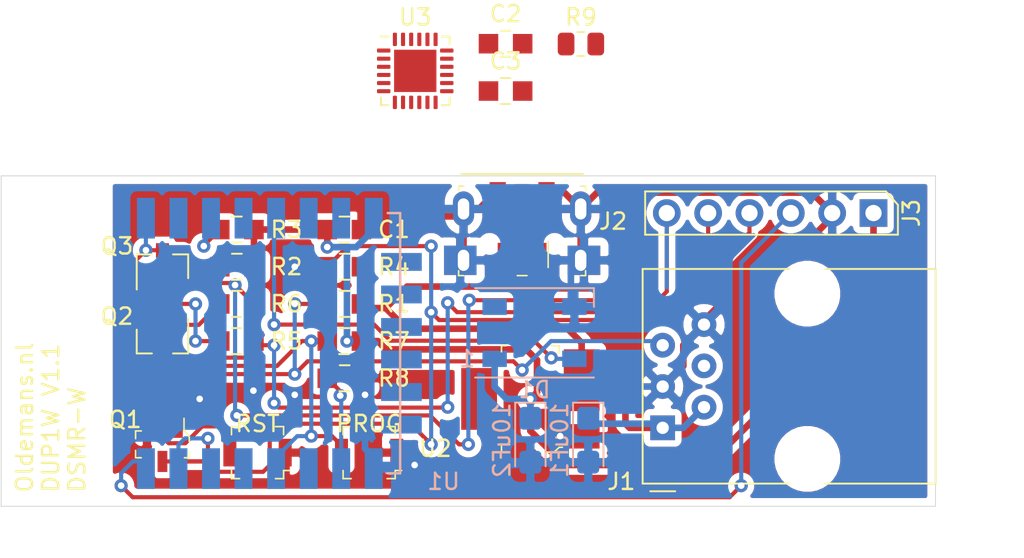
<source format=kicad_pcb>
(kicad_pcb (version 20171130) (host pcbnew "(5.1.9-0-10_14)")

  (general
    (thickness 1.6)
    (drawings 9)
    (tracks 275)
    (zones 0)
    (modules 26)
    (nets 48)
  )

  (page A4)
  (layers
    (0 F.Cu signal)
    (31 B.Cu signal)
    (32 B.Adhes user hide)
    (33 F.Adhes user hide)
    (34 B.Paste user hide)
    (35 F.Paste user hide)
    (36 B.SilkS user)
    (37 F.SilkS user)
    (38 B.Mask user hide)
    (39 F.Mask user hide)
    (40 Dwgs.User user)
    (41 Cmts.User user)
    (42 Eco1.User user)
    (43 Eco2.User user)
    (44 Edge.Cuts user)
    (45 Margin user)
    (46 B.CrtYd user hide)
    (47 F.CrtYd user hide)
    (48 B.Fab user hide)
    (49 F.Fab user hide)
  )

  (setup
    (last_trace_width 0.254)
    (trace_clearance 0.2032)
    (zone_clearance 0.4)
    (zone_45_only no)
    (trace_min 0.2032)
    (via_size 0.8128)
    (via_drill 0.4064)
    (via_min_size 0.4)
    (via_min_drill 0.3)
    (uvia_size 0.3048)
    (uvia_drill 0.1016)
    (uvias_allowed no)
    (uvia_min_size 0.2)
    (uvia_min_drill 0.1)
    (edge_width 0.05)
    (segment_width 0.2)
    (pcb_text_width 0.3)
    (pcb_text_size 1.5 1.5)
    (mod_edge_width 0.12)
    (mod_text_size 1 1)
    (mod_text_width 0.15)
    (pad_size 1.524 1.524)
    (pad_drill 0.762)
    (pad_to_mask_clearance 0)
    (aux_axis_origin 0 0)
    (grid_origin 23.368 -9.144)
    (visible_elements FFFFFF7F)
    (pcbplotparams
      (layerselection 0x010f0_ffffffff)
      (usegerberextensions false)
      (usegerberattributes true)
      (usegerberadvancedattributes true)
      (creategerberjobfile true)
      (excludeedgelayer true)
      (linewidth 0.100000)
      (plotframeref false)
      (viasonmask false)
      (mode 1)
      (useauxorigin false)
      (hpglpennumber 1)
      (hpglpenspeed 20)
      (hpglpendiameter 15.000000)
      (psnegative false)
      (psa4output false)
      (plotreference true)
      (plotvalue false)
      (plotinvisibletext false)
      (padsonsilk true)
      (subtractmaskfromsilk false)
      (outputformat 1)
      (mirror false)
      (drillshape 0)
      (scaleselection 1)
      (outputdirectory "gerber"))
  )

  (net 0 "")
  (net 1 GND)
  (net 2 +5V)
  (net 3 +3V3)
  (net 4 "Net-(J1-Pad4)")
  (net 5 DATA)
  (net 6 "Net-(J2-Pad3)")
  (net 7 "Net-(J2-Pad2)")
  (net 8 RTS)
  (net 9 DTR)
  (net 10 RX)
  (net 11 TX)
  (net 12 "Net-(Q2-Pad1)")
  (net 13 RST)
  (net 14 "Net-(Q3-Pad1)")
  (net 15 GPIO0)
  (net 16 "Net-(R3-Pad1)")
  (net 17 "Net-(R8-Pad2)")
  (net 18 "Net-(U1-Pad22)")
  (net 19 "Net-(U1-Pad21)")
  (net 20 "Net-(U1-Pad20)")
  (net 21 "Net-(U1-Pad19)")
  (net 22 "Net-(U1-Pad18)")
  (net 23 "Net-(U1-Pad17)")
  (net 24 "Net-(U1-Pad14)")
  (net 25 "Net-(U1-Pad13)")
  (net 26 "Net-(U1-Pad11)")
  (net 27 "Net-(U1-Pad7)")
  (net 28 "Net-(U1-Pad6)")
  (net 29 "Net-(U1-Pad4)")
  (net 30 "Net-(U1-Pad2)")
  (net 31 "Net-(D1-Pad2)")
  (net 32 LED_DIN)
  (net 33 "Net-(C3-Pad1)")
  (net 34 "Net-(U3-Pad2)")
  (net 35 "Net-(U3-Pad24)")
  (net 36 "Net-(U3-Pad22)")
  (net 37 "Net-(U3-Pad18)")
  (net 38 "Net-(U3-Pad17)")
  (net 39 "Net-(U3-Pad16)")
  (net 40 "Net-(U3-Pad15)")
  (net 41 "Net-(U3-Pad14)")
  (net 42 "Net-(U3-Pad13)")
  (net 43 "Net-(U3-Pad12)")
  (net 44 "Net-(U3-Pad11)")
  (net 45 "Net-(U3-Pad10)")
  (net 46 "Net-(U3-Pad9)")
  (net 47 "Net-(U3-Pad1)")

  (net_class Default "This is the default net class."
    (clearance 0.2032)
    (trace_width 0.254)
    (via_dia 0.8128)
    (via_drill 0.4064)
    (uvia_dia 0.3048)
    (uvia_drill 0.1016)
    (diff_pair_width 0.2032)
    (diff_pair_gap 0.2032)
    (add_net DATA)
    (add_net DTR)
    (add_net GPIO0)
    (add_net LED_DIN)
    (add_net "Net-(C3-Pad1)")
    (add_net "Net-(D1-Pad2)")
    (add_net "Net-(J1-Pad4)")
    (add_net "Net-(J2-Pad2)")
    (add_net "Net-(J2-Pad3)")
    (add_net "Net-(Q2-Pad1)")
    (add_net "Net-(Q3-Pad1)")
    (add_net "Net-(R3-Pad1)")
    (add_net "Net-(R8-Pad2)")
    (add_net "Net-(U1-Pad11)")
    (add_net "Net-(U1-Pad13)")
    (add_net "Net-(U1-Pad14)")
    (add_net "Net-(U1-Pad17)")
    (add_net "Net-(U1-Pad18)")
    (add_net "Net-(U1-Pad19)")
    (add_net "Net-(U1-Pad2)")
    (add_net "Net-(U1-Pad20)")
    (add_net "Net-(U1-Pad21)")
    (add_net "Net-(U1-Pad22)")
    (add_net "Net-(U1-Pad4)")
    (add_net "Net-(U1-Pad6)")
    (add_net "Net-(U1-Pad7)")
    (add_net "Net-(U3-Pad1)")
    (add_net "Net-(U3-Pad10)")
    (add_net "Net-(U3-Pad11)")
    (add_net "Net-(U3-Pad12)")
    (add_net "Net-(U3-Pad13)")
    (add_net "Net-(U3-Pad14)")
    (add_net "Net-(U3-Pad15)")
    (add_net "Net-(U3-Pad16)")
    (add_net "Net-(U3-Pad17)")
    (add_net "Net-(U3-Pad18)")
    (add_net "Net-(U3-Pad2)")
    (add_net "Net-(U3-Pad22)")
    (add_net "Net-(U3-Pad24)")
    (add_net "Net-(U3-Pad9)")
    (add_net RST)
    (add_net RTS)
    (add_net RX)
    (add_net TX)
  )

  (net_class POWER ""
    (clearance 0.2032)
    (trace_width 0.4064)
    (via_dia 0.8128)
    (via_drill 0.4064)
    (uvia_dia 0.3048)
    (uvia_drill 0.1016)
    (diff_pair_width 0.2032)
    (diff_pair_gap 0.2032)
    (add_net +3V3)
    (add_net +5V)
    (add_net GND)
  )

  (module Package_DFN_QFN:QFN-24-1EP_4x4mm_P0.5mm_EP2.6x2.6mm (layer F.Cu) (tedit 5DC5F6A3) (tstamp 60428B2C)
    (at 25.438 -26.778)
    (descr "QFN, 24 Pin (http://ww1.microchip.com/downloads/en/PackagingSpec/00000049BQ.pdf#page=278), generated with kicad-footprint-generator ipc_noLead_generator.py")
    (tags "QFN NoLead")
    (path /60459BF6)
    (attr smd)
    (fp_text reference U3 (at 0 -3.3) (layer F.SilkS)
      (effects (font (size 1 1) (thickness 0.15)))
    )
    (fp_text value CP2102N-Axx-xQFN24 (at 0 3.3) (layer F.Fab)
      (effects (font (size 1 1) (thickness 0.15)))
    )
    (fp_text user %R (at 0 0) (layer F.Fab)
      (effects (font (size 1 1) (thickness 0.15)))
    )
    (fp_line (start 1.635 -2.11) (end 2.11 -2.11) (layer F.SilkS) (width 0.12))
    (fp_line (start 2.11 -2.11) (end 2.11 -1.635) (layer F.SilkS) (width 0.12))
    (fp_line (start -1.635 2.11) (end -2.11 2.11) (layer F.SilkS) (width 0.12))
    (fp_line (start -2.11 2.11) (end -2.11 1.635) (layer F.SilkS) (width 0.12))
    (fp_line (start 1.635 2.11) (end 2.11 2.11) (layer F.SilkS) (width 0.12))
    (fp_line (start 2.11 2.11) (end 2.11 1.635) (layer F.SilkS) (width 0.12))
    (fp_line (start -1.635 -2.11) (end -2.11 -2.11) (layer F.SilkS) (width 0.12))
    (fp_line (start -1 -2) (end 2 -2) (layer F.Fab) (width 0.1))
    (fp_line (start 2 -2) (end 2 2) (layer F.Fab) (width 0.1))
    (fp_line (start 2 2) (end -2 2) (layer F.Fab) (width 0.1))
    (fp_line (start -2 2) (end -2 -1) (layer F.Fab) (width 0.1))
    (fp_line (start -2 -1) (end -1 -2) (layer F.Fab) (width 0.1))
    (fp_line (start -2.6 -2.6) (end -2.6 2.6) (layer F.CrtYd) (width 0.05))
    (fp_line (start -2.6 2.6) (end 2.6 2.6) (layer F.CrtYd) (width 0.05))
    (fp_line (start 2.6 2.6) (end 2.6 -2.6) (layer F.CrtYd) (width 0.05))
    (fp_line (start 2.6 -2.6) (end -2.6 -2.6) (layer F.CrtYd) (width 0.05))
    (pad "" smd roundrect (at 0.65 0.65) (size 1.05 1.05) (layers F.Paste) (roundrect_rratio 0.238095))
    (pad "" smd roundrect (at 0.65 -0.65) (size 1.05 1.05) (layers F.Paste) (roundrect_rratio 0.238095))
    (pad "" smd roundrect (at -0.65 0.65) (size 1.05 1.05) (layers F.Paste) (roundrect_rratio 0.238095))
    (pad "" smd roundrect (at -0.65 -0.65) (size 1.05 1.05) (layers F.Paste) (roundrect_rratio 0.238095))
    (pad 25 smd rect (at 0 0) (size 2.6 2.6) (layers F.Cu F.Mask)
      (net 34 "Net-(U3-Pad2)"))
    (pad 24 smd roundrect (at -1.25 -1.9375) (size 0.25 0.825) (layers F.Cu F.Paste F.Mask) (roundrect_rratio 0.25)
      (net 35 "Net-(U3-Pad24)"))
    (pad 23 smd roundrect (at -0.75 -1.9375) (size 0.25 0.825) (layers F.Cu F.Paste F.Mask) (roundrect_rratio 0.25)
      (net 9 DTR))
    (pad 22 smd roundrect (at -0.25 -1.9375) (size 0.25 0.825) (layers F.Cu F.Paste F.Mask) (roundrect_rratio 0.25)
      (net 36 "Net-(U3-Pad22)"))
    (pad 21 smd roundrect (at 0.25 -1.9375) (size 0.25 0.825) (layers F.Cu F.Paste F.Mask) (roundrect_rratio 0.25)
      (net 10 RX))
    (pad 20 smd roundrect (at 0.75 -1.9375) (size 0.25 0.825) (layers F.Cu F.Paste F.Mask) (roundrect_rratio 0.25)
      (net 11 TX))
    (pad 19 smd roundrect (at 1.25 -1.9375) (size 0.25 0.825) (layers F.Cu F.Paste F.Mask) (roundrect_rratio 0.25)
      (net 8 RTS))
    (pad 18 smd roundrect (at 1.9375 -1.25) (size 0.825 0.25) (layers F.Cu F.Paste F.Mask) (roundrect_rratio 0.25)
      (net 37 "Net-(U3-Pad18)"))
    (pad 17 smd roundrect (at 1.9375 -0.75) (size 0.825 0.25) (layers F.Cu F.Paste F.Mask) (roundrect_rratio 0.25)
      (net 38 "Net-(U3-Pad17)"))
    (pad 16 smd roundrect (at 1.9375 -0.25) (size 0.825 0.25) (layers F.Cu F.Paste F.Mask) (roundrect_rratio 0.25)
      (net 39 "Net-(U3-Pad16)"))
    (pad 15 smd roundrect (at 1.9375 0.25) (size 0.825 0.25) (layers F.Cu F.Paste F.Mask) (roundrect_rratio 0.25)
      (net 40 "Net-(U3-Pad15)"))
    (pad 14 smd roundrect (at 1.9375 0.75) (size 0.825 0.25) (layers F.Cu F.Paste F.Mask) (roundrect_rratio 0.25)
      (net 41 "Net-(U3-Pad14)"))
    (pad 13 smd roundrect (at 1.9375 1.25) (size 0.825 0.25) (layers F.Cu F.Paste F.Mask) (roundrect_rratio 0.25)
      (net 42 "Net-(U3-Pad13)"))
    (pad 12 smd roundrect (at 1.25 1.9375) (size 0.25 0.825) (layers F.Cu F.Paste F.Mask) (roundrect_rratio 0.25)
      (net 43 "Net-(U3-Pad12)"))
    (pad 11 smd roundrect (at 0.75 1.9375) (size 0.25 0.825) (layers F.Cu F.Paste F.Mask) (roundrect_rratio 0.25)
      (net 44 "Net-(U3-Pad11)"))
    (pad 10 smd roundrect (at 0.25 1.9375) (size 0.25 0.825) (layers F.Cu F.Paste F.Mask) (roundrect_rratio 0.25)
      (net 45 "Net-(U3-Pad10)"))
    (pad 9 smd roundrect (at -0.25 1.9375) (size 0.25 0.825) (layers F.Cu F.Paste F.Mask) (roundrect_rratio 0.25)
      (net 46 "Net-(U3-Pad9)"))
    (pad 8 smd roundrect (at -0.75 1.9375) (size 0.25 0.825) (layers F.Cu F.Paste F.Mask) (roundrect_rratio 0.25)
      (net 2 +5V))
    (pad 7 smd roundrect (at -1.25 1.9375) (size 0.25 0.825) (layers F.Cu F.Paste F.Mask) (roundrect_rratio 0.25)
      (net 2 +5V))
    (pad 6 smd roundrect (at -1.9375 1.25) (size 0.825 0.25) (layers F.Cu F.Paste F.Mask) (roundrect_rratio 0.25)
      (net 33 "Net-(C3-Pad1)"))
    (pad 5 smd roundrect (at -1.9375 0.75) (size 0.825 0.25) (layers F.Cu F.Paste F.Mask) (roundrect_rratio 0.25)
      (net 33 "Net-(C3-Pad1)"))
    (pad 4 smd roundrect (at -1.9375 0.25) (size 0.825 0.25) (layers F.Cu F.Paste F.Mask) (roundrect_rratio 0.25)
      (net 7 "Net-(J2-Pad2)"))
    (pad 3 smd roundrect (at -1.9375 -0.25) (size 0.825 0.25) (layers F.Cu F.Paste F.Mask) (roundrect_rratio 0.25)
      (net 6 "Net-(J2-Pad3)"))
    (pad 2 smd roundrect (at -1.9375 -0.75) (size 0.825 0.25) (layers F.Cu F.Paste F.Mask) (roundrect_rratio 0.25)
      (net 34 "Net-(U3-Pad2)"))
    (pad 1 smd roundrect (at -1.9375 -1.25) (size 0.825 0.25) (layers F.Cu F.Paste F.Mask) (roundrect_rratio 0.25)
      (net 47 "Net-(U3-Pad1)"))
    (model ${KISYS3DMOD}/Package_DFN_QFN.3dshapes/QFN-24-1EP_4x4mm_P0.5mm_EP2.6x2.6mm.wrl
      (at (xyz 0 0 0))
      (scale (xyz 1 1 1))
      (rotate (xyz 0 0 0))
    )
  )

  (module Resistor_SMD:R_0805_2012Metric (layer F.Cu) (tedit 5F68FEEE) (tstamp 60428A6C)
    (at 35.618 -28.428)
    (descr "Resistor SMD 0805 (2012 Metric), square (rectangular) end terminal, IPC_7351 nominal, (Body size source: IPC-SM-782 page 72, https://www.pcb-3d.com/wordpress/wp-content/uploads/ipc-sm-782a_amendment_1_and_2.pdf), generated with kicad-footprint-generator")
    (tags resistor)
    (path /604D2D20)
    (attr smd)
    (fp_text reference R9 (at 0 -1.65) (layer F.SilkS)
      (effects (font (size 1 1) (thickness 0.15)))
    )
    (fp_text value 0R (at 0 1.65) (layer F.Fab)
      (effects (font (size 1 1) (thickness 0.15)))
    )
    (fp_text user %R (at 0 0) (layer F.Fab)
      (effects (font (size 0.5 0.5) (thickness 0.08)))
    )
    (fp_line (start -1 0.625) (end -1 -0.625) (layer F.Fab) (width 0.1))
    (fp_line (start -1 -0.625) (end 1 -0.625) (layer F.Fab) (width 0.1))
    (fp_line (start 1 -0.625) (end 1 0.625) (layer F.Fab) (width 0.1))
    (fp_line (start 1 0.625) (end -1 0.625) (layer F.Fab) (width 0.1))
    (fp_line (start -0.227064 -0.735) (end 0.227064 -0.735) (layer F.SilkS) (width 0.12))
    (fp_line (start -0.227064 0.735) (end 0.227064 0.735) (layer F.SilkS) (width 0.12))
    (fp_line (start -1.68 0.95) (end -1.68 -0.95) (layer F.CrtYd) (width 0.05))
    (fp_line (start -1.68 -0.95) (end 1.68 -0.95) (layer F.CrtYd) (width 0.05))
    (fp_line (start 1.68 -0.95) (end 1.68 0.95) (layer F.CrtYd) (width 0.05))
    (fp_line (start 1.68 0.95) (end -1.68 0.95) (layer F.CrtYd) (width 0.05))
    (pad 2 smd roundrect (at 0.9125 0) (size 1.025 1.4) (layers F.Cu F.Paste F.Mask) (roundrect_rratio 0.243902)
      (net 33 "Net-(C3-Pad1)"))
    (pad 1 smd roundrect (at -0.9125 0) (size 1.025 1.4) (layers F.Cu F.Paste F.Mask) (roundrect_rratio 0.243902)
      (net 3 +3V3))
    (model ${KISYS3DMOD}/Resistor_SMD.3dshapes/R_0805_2012Metric.wrl
      (at (xyz 0 0 0))
      (scale (xyz 1 1 1))
      (rotate (xyz 0 0 0))
    )
  )

  (module digikey-footprints:0805 (layer F.Cu) (tedit 60396B7D) (tstamp 604287FF)
    (at 30.988 -25.538)
    (path /6048DE9B)
    (attr smd)
    (fp_text reference C3 (at 0 -1.84) (layer F.SilkS)
      (effects (font (size 1 1) (thickness 0.15)))
    )
    (fp_text value 100nF (at 0 1.95) (layer F.Fab)
      (effects (font (size 1 1) (thickness 0.15)))
    )
    (fp_line (start -1.9 0.93) (end 1.9 0.93) (layer F.CrtYd) (width 0.05))
    (fp_line (start -1.9 -0.93) (end 1.9 -0.93) (layer F.CrtYd) (width 0.05))
    (fp_line (start 1.9 0.93) (end 1.9 -0.93) (layer F.CrtYd) (width 0.05))
    (fp_line (start -1.9 0.93) (end -1.9 -0.93) (layer F.CrtYd) (width 0.05))
    (fp_line (start -0.32 0.8) (end 0.28 0.8) (layer F.SilkS) (width 0.12))
    (fp_line (start -0.3 -0.8) (end 0.3 -0.8) (layer F.SilkS) (width 0.12))
    (fp_line (start -0.95 0.68) (end 0.95 0.68) (layer F.Fab) (width 0.12))
    (fp_line (start -0.95 -0.68) (end 0.95 -0.68) (layer F.Fab) (width 0.12))
    (fp_line (start 0.95 -0.675) (end 0.95 0.675) (layer F.Fab) (width 0.12))
    (fp_line (start -0.95 -0.675) (end -0.95 0.675) (layer F.Fab) (width 0.12))
    (pad 1 smd rect (at -1.05 0) (size 1.2 1.2) (layers F.Cu F.Paste F.Mask)
      (net 33 "Net-(C3-Pad1)"))
    (pad 2 smd rect (at 1.05 0) (size 1.2 1.2) (layers F.Cu F.Paste F.Mask)
      (net 1 GND))
    (model ${KISYS3DMOD}/Resistor_SMD.3dshapes/R_0805_2012Metric.step
      (at (xyz 0 0 0))
      (scale (xyz 1 1 1))
      (rotate (xyz 0 0 0))
    )
  )

  (module digikey-footprints:0805 (layer F.Cu) (tedit 60396B7D) (tstamp 604287EF)
    (at 30.988 -28.448)
    (path /60491B5E)
    (attr smd)
    (fp_text reference C2 (at 0 -1.84) (layer F.SilkS)
      (effects (font (size 1 1) (thickness 0.15)))
    )
    (fp_text value 100nF (at 0 1.95) (layer F.Fab)
      (effects (font (size 1 1) (thickness 0.15)))
    )
    (fp_line (start -1.9 0.93) (end 1.9 0.93) (layer F.CrtYd) (width 0.05))
    (fp_line (start -1.9 -0.93) (end 1.9 -0.93) (layer F.CrtYd) (width 0.05))
    (fp_line (start 1.9 0.93) (end 1.9 -0.93) (layer F.CrtYd) (width 0.05))
    (fp_line (start -1.9 0.93) (end -1.9 -0.93) (layer F.CrtYd) (width 0.05))
    (fp_line (start -0.32 0.8) (end 0.28 0.8) (layer F.SilkS) (width 0.12))
    (fp_line (start -0.3 -0.8) (end 0.3 -0.8) (layer F.SilkS) (width 0.12))
    (fp_line (start -0.95 0.68) (end 0.95 0.68) (layer F.Fab) (width 0.12))
    (fp_line (start -0.95 -0.68) (end 0.95 -0.68) (layer F.Fab) (width 0.12))
    (fp_line (start 0.95 -0.675) (end 0.95 0.675) (layer F.Fab) (width 0.12))
    (fp_line (start -0.95 -0.675) (end -0.95 0.675) (layer F.Fab) (width 0.12))
    (pad 1 smd rect (at -1.05 0) (size 1.2 1.2) (layers F.Cu F.Paste F.Mask)
      (net 2 +5V))
    (pad 2 smd rect (at 1.05 0) (size 1.2 1.2) (layers F.Cu F.Paste F.Mask)
      (net 1 GND))
    (model ${KISYS3DMOD}/Resistor_SMD.3dshapes/R_0805_2012Metric.step
      (at (xyz 0 0 0))
      (scale (xyz 1 1 1))
      (rotate (xyz 0 0 0))
    )
  )

  (module Package_TO_SOT_SMD:SOT-23 (layer F.Cu) (tedit 5A02FF57) (tstamp 6041539A)
    (at 9.906 -10.16 270)
    (descr "SOT-23, Standard")
    (tags SOT-23)
    (path /6043C7C3)
    (attr smd)
    (fp_text reference Q2 (at -1.524 2.794 180) (layer F.SilkS)
      (effects (font (size 1 1) (thickness 0.15)))
    )
    (fp_text value BC817 (at 0 2.5 90) (layer F.Fab)
      (effects (font (size 1 1) (thickness 0.15)))
    )
    (fp_line (start 0.76 1.58) (end -0.7 1.58) (layer F.SilkS) (width 0.12))
    (fp_line (start 0.76 -1.58) (end -1.4 -1.58) (layer F.SilkS) (width 0.12))
    (fp_line (start -1.7 1.75) (end -1.7 -1.75) (layer F.CrtYd) (width 0.05))
    (fp_line (start 1.7 1.75) (end -1.7 1.75) (layer F.CrtYd) (width 0.05))
    (fp_line (start 1.7 -1.75) (end 1.7 1.75) (layer F.CrtYd) (width 0.05))
    (fp_line (start -1.7 -1.75) (end 1.7 -1.75) (layer F.CrtYd) (width 0.05))
    (fp_line (start 0.76 -1.58) (end 0.76 -0.65) (layer F.SilkS) (width 0.12))
    (fp_line (start 0.76 1.58) (end 0.76 0.65) (layer F.SilkS) (width 0.12))
    (fp_line (start -0.7 1.52) (end 0.7 1.52) (layer F.Fab) (width 0.1))
    (fp_line (start 0.7 -1.52) (end 0.7 1.52) (layer F.Fab) (width 0.1))
    (fp_line (start -0.7 -0.95) (end -0.15 -1.52) (layer F.Fab) (width 0.1))
    (fp_line (start -0.15 -1.52) (end 0.7 -1.52) (layer F.Fab) (width 0.1))
    (fp_line (start -0.7 -0.95) (end -0.7 1.5) (layer F.Fab) (width 0.1))
    (fp_text user %R (at 0 0) (layer F.Fab)
      (effects (font (size 0.5 0.5) (thickness 0.075)))
    )
    (pad 3 smd rect (at 1 0 270) (size 0.9 0.8) (layers F.Cu F.Paste F.Mask)
      (net 15 GPIO0))
    (pad 2 smd rect (at -1 0.95 270) (size 0.9 0.8) (layers F.Cu F.Paste F.Mask)
      (net 9 DTR))
    (pad 1 smd rect (at -1 -0.95 270) (size 0.9 0.8) (layers F.Cu F.Paste F.Mask)
      (net 12 "Net-(Q2-Pad1)"))
    (model ${KISYS3DMOD}/Package_TO_SOT_SMD.3dshapes/SOT-23.wrl
      (at (xyz 0 0 0))
      (scale (xyz 1 1 1))
      (rotate (xyz 0 0 0))
    )
  )

  (module Package_TO_SOT_SMD:SOT-23 (layer F.Cu) (tedit 5A02FF57) (tstamp 60415732)
    (at 9.906 -14.732 90)
    (descr "SOT-23, Standard")
    (tags SOT-23)
    (path /6043DB14)
    (attr smd)
    (fp_text reference Q3 (at 1.27 -2.794) (layer F.SilkS)
      (effects (font (size 1 1) (thickness 0.15)))
    )
    (fp_text value BC817 (at 0 2.5 90) (layer F.Fab)
      (effects (font (size 1 1) (thickness 0.15)))
    )
    (fp_line (start 0.76 1.58) (end -0.7 1.58) (layer F.SilkS) (width 0.12))
    (fp_line (start 0.76 -1.58) (end -1.4 -1.58) (layer F.SilkS) (width 0.12))
    (fp_line (start -1.7 1.75) (end -1.7 -1.75) (layer F.CrtYd) (width 0.05))
    (fp_line (start 1.7 1.75) (end -1.7 1.75) (layer F.CrtYd) (width 0.05))
    (fp_line (start 1.7 -1.75) (end 1.7 1.75) (layer F.CrtYd) (width 0.05))
    (fp_line (start -1.7 -1.75) (end 1.7 -1.75) (layer F.CrtYd) (width 0.05))
    (fp_line (start 0.76 -1.58) (end 0.76 -0.65) (layer F.SilkS) (width 0.12))
    (fp_line (start 0.76 1.58) (end 0.76 0.65) (layer F.SilkS) (width 0.12))
    (fp_line (start -0.7 1.52) (end 0.7 1.52) (layer F.Fab) (width 0.1))
    (fp_line (start 0.7 -1.52) (end 0.7 1.52) (layer F.Fab) (width 0.1))
    (fp_line (start -0.7 -0.95) (end -0.15 -1.52) (layer F.Fab) (width 0.1))
    (fp_line (start -0.15 -1.52) (end 0.7 -1.52) (layer F.Fab) (width 0.1))
    (fp_line (start -0.7 -0.95) (end -0.7 1.5) (layer F.Fab) (width 0.1))
    (fp_text user %R (at 0 0) (layer F.Fab)
      (effects (font (size 0.5 0.5) (thickness 0.075)))
    )
    (pad 3 smd rect (at 1 0 90) (size 0.9 0.8) (layers F.Cu F.Paste F.Mask)
      (net 13 RST))
    (pad 2 smd rect (at -1 0.95 90) (size 0.9 0.8) (layers F.Cu F.Paste F.Mask)
      (net 8 RTS))
    (pad 1 smd rect (at -1 -0.95 90) (size 0.9 0.8) (layers F.Cu F.Paste F.Mask)
      (net 14 "Net-(Q3-Pad1)"))
    (model ${KISYS3DMOD}/Package_TO_SOT_SMD.3dshapes/SOT-23.wrl
      (at (xyz 0 0 0))
      (scale (xyz 1 1 1))
      (rotate (xyz 0 0 0))
    )
  )

  (module digikey-footprints:SOT-23-3 (layer F.Cu) (tedit 60396C32) (tstamp 60415A86)
    (at 9.906 -3.81 270)
    (path /6041853C)
    (attr smd)
    (fp_text reference Q1 (at -1.524 2.286 180) (layer F.SilkS)
      (effects (font (size 1 1) (thickness 0.15)))
    )
    (fp_text value 2N7002 (at 0.025 3.25 90) (layer F.Fab)
      (effects (font (size 1 1) (thickness 0.15)))
    )
    (fp_line (start -1.825 -1.95) (end 1.825 -1.95) (layer F.CrtYd) (width 0.05))
    (fp_line (start -1.825 -1.95) (end -1.825 1.95) (layer F.CrtYd) (width 0.05))
    (fp_line (start 1.825 1.95) (end -1.825 1.95) (layer F.CrtYd) (width 0.05))
    (fp_line (start 1.825 -1.95) (end 1.825 1.95) (layer F.CrtYd) (width 0.05))
    (fp_line (start -0.175 -1.65) (end -0.45 -1.65) (layer F.SilkS) (width 0.1))
    (fp_line (start -0.45 -1.65) (end -0.825 -1.375) (layer F.SilkS) (width 0.1))
    (fp_line (start -0.825 -1.375) (end -0.825 -1.325) (layer F.SilkS) (width 0.1))
    (fp_line (start -0.825 -1.325) (end -1.6 -1.325) (layer F.SilkS) (width 0.1))
    (fp_line (start -0.7 -1.325) (end -0.7 1.525) (layer F.Fab) (width 0.1))
    (fp_line (start -0.425 -1.525) (end 0.7 -1.525) (layer F.Fab) (width 0.1))
    (fp_line (start -0.425 -1.525) (end -0.7 -1.325) (layer F.Fab) (width 0.1))
    (fp_line (start -0.35 1.65) (end -0.825 1.65) (layer F.SilkS) (width 0.1))
    (fp_line (start -0.825 1.65) (end -0.825 1.3) (layer F.SilkS) (width 0.1))
    (fp_line (start 0.825 1.425) (end 0.825 1.3) (layer F.SilkS) (width 0.1))
    (fp_line (start 0.825 1.35) (end 0.825 1.65) (layer F.SilkS) (width 0.1))
    (fp_line (start 0.825 1.65) (end 0.375 1.65) (layer F.SilkS) (width 0.1))
    (fp_line (start 0.45 -1.65) (end 0.825 -1.65) (layer F.SilkS) (width 0.1))
    (fp_line (start 0.825 -1.65) (end 0.825 -1.35) (layer F.SilkS) (width 0.1))
    (fp_line (start -0.7 1.52) (end 0.7 1.52) (layer F.Fab) (width 0.1))
    (fp_line (start 0.7 1.52) (end 0.7 -1.52) (layer F.Fab) (width 0.1))
    (fp_text user %R (at -0.125 0.15 90) (layer F.Fab)
      (effects (font (size 0.25 0.25) (thickness 0.05)))
    )
    (pad 1 smd rect (at -1.05 -0.95 270) (size 1.3 0.6) (layers F.Cu F.Paste F.Mask)
      (net 5 DATA) (solder_mask_margin 0.07))
    (pad 2 smd rect (at -1.05 0.95 270) (size 1.3 0.6) (layers F.Cu F.Paste F.Mask)
      (net 1 GND) (solder_mask_margin 0.07))
    (pad 3 smd rect (at 1.05 0 270) (size 1.3 0.6) (layers F.Cu F.Paste F.Mask)
      (net 10 RX) (solder_mask_margin 0.07))
    (model ${KISYS3DMOD}/Package_TO_SOT_SMD.3dshapes/SOT-23.wrl
      (at (xyz 0 0 0))
      (scale (xyz 1 1 1))
      (rotate (xyz 0 0 0))
    )
  )

  (module digikey-footprints:Switch_Tactile_SMD_B3U-1000P (layer F.Cu) (tedit 5D28A6EF) (tstamp 603D752C)
    (at 22.606 -3.302 180)
    (path /6040F04B)
    (attr smd)
    (fp_text reference PROG1 (at 0 2.54) (layer F.SilkS) hide
      (effects (font (size 1 1) (thickness 0.15)))
    )
    (fp_text value B3U-1000P (at 0 2.63) (layer F.Fab)
      (effects (font (size 1 1) (thickness 0.15)))
    )
    (fp_line (start -1.5 -1.49) (end 1.5 -1.49) (layer F.Fab) (width 0.1))
    (fp_line (start -1.5 -1.49) (end -1.5 1.49) (layer F.Fab) (width 0.1))
    (fp_line (start -1.5 1.49) (end 1.5 1.49) (layer F.Fab) (width 0.1))
    (fp_line (start 1.5 -1.49) (end 1.5 1.49) (layer F.Fab) (width 0.1))
    (fp_line (start -1.6 -1.6) (end -1.1 -1.6) (layer F.SilkS) (width 0.1))
    (fp_line (start -1.6 -1.1) (end -2 -1.1) (layer F.SilkS) (width 0.1))
    (fp_line (start -1.6 -1.6) (end -1.6 -1.1) (layer F.SilkS) (width 0.1))
    (fp_line (start 1.6 -1.6) (end 1.1 -1.6) (layer F.SilkS) (width 0.1))
    (fp_line (start 1.6 -1.6) (end 1.6 -1.1) (layer F.SilkS) (width 0.1))
    (fp_line (start 1.6 1.6) (end 1.6 1.1) (layer F.SilkS) (width 0.1))
    (fp_line (start 1.6 1.6) (end 1.2 1.6) (layer F.SilkS) (width 0.1))
    (fp_line (start -1.6 1.6) (end -1.1 1.6) (layer F.SilkS) (width 0.1))
    (fp_line (start -1.6 1.6) (end -1.6 1.1) (layer F.SilkS) (width 0.1))
    (fp_line (start -2.35 1.75) (end -2.35 -1.75) (layer F.CrtYd) (width 0.05))
    (fp_line (start -2.35 1.75) (end 2.35 1.75) (layer F.CrtYd) (width 0.05))
    (fp_line (start 2.35 1.75) (end 2.35 -1.75) (layer F.CrtYd) (width 0.05))
    (fp_line (start -2.35 -1.75) (end 2.35 -1.75) (layer F.CrtYd) (width 0.05))
    (fp_text user %R (at 0 0) (layer F.Fab)
      (effects (font (size 0.5 0.5) (thickness 0.05)))
    )
    (pad 2 smd rect (at 1.7 0 180) (size 0.8 1.7) (layers F.Cu F.Paste F.Mask)
      (net 15 GPIO0))
    (pad 1 smd rect (at -1.7 0 180) (size 0.8 1.7) (layers F.Cu F.Paste F.Mask)
      (net 1 GND))
  )

  (module digikey-footprints:Switch_Tactile_SMD_B3U-1000P (layer F.Cu) (tedit 5D28A6EF) (tstamp 603D7514)
    (at 15.748 -3.302 180)
    (path /6040E119)
    (attr smd)
    (fp_text reference RST1 (at 0 2.54) (layer F.SilkS) hide
      (effects (font (size 1 1) (thickness 0.15)))
    )
    (fp_text value B3U-1000P (at 0 2.63) (layer F.Fab)
      (effects (font (size 1 1) (thickness 0.15)))
    )
    (fp_line (start -1.5 -1.49) (end 1.5 -1.49) (layer F.Fab) (width 0.1))
    (fp_line (start -1.5 -1.49) (end -1.5 1.49) (layer F.Fab) (width 0.1))
    (fp_line (start -1.5 1.49) (end 1.5 1.49) (layer F.Fab) (width 0.1))
    (fp_line (start 1.5 -1.49) (end 1.5 1.49) (layer F.Fab) (width 0.1))
    (fp_line (start -1.6 -1.6) (end -1.1 -1.6) (layer F.SilkS) (width 0.1))
    (fp_line (start -1.6 -1.1) (end -2 -1.1) (layer F.SilkS) (width 0.1))
    (fp_line (start -1.6 -1.6) (end -1.6 -1.1) (layer F.SilkS) (width 0.1))
    (fp_line (start 1.6 -1.6) (end 1.1 -1.6) (layer F.SilkS) (width 0.1))
    (fp_line (start 1.6 -1.6) (end 1.6 -1.1) (layer F.SilkS) (width 0.1))
    (fp_line (start 1.6 1.6) (end 1.6 1.1) (layer F.SilkS) (width 0.1))
    (fp_line (start 1.6 1.6) (end 1.2 1.6) (layer F.SilkS) (width 0.1))
    (fp_line (start -1.6 1.6) (end -1.1 1.6) (layer F.SilkS) (width 0.1))
    (fp_line (start -1.6 1.6) (end -1.6 1.1) (layer F.SilkS) (width 0.1))
    (fp_line (start -2.35 1.75) (end -2.35 -1.75) (layer F.CrtYd) (width 0.05))
    (fp_line (start -2.35 1.75) (end 2.35 1.75) (layer F.CrtYd) (width 0.05))
    (fp_line (start 2.35 1.75) (end 2.35 -1.75) (layer F.CrtYd) (width 0.05))
    (fp_line (start -2.35 -1.75) (end 2.35 -1.75) (layer F.CrtYd) (width 0.05))
    (fp_text user %R (at 0 0) (layer F.Fab)
      (effects (font (size 0.5 0.5) (thickness 0.05)))
    )
    (pad 2 smd rect (at 1.7 0 180) (size 0.8 1.7) (layers F.Cu F.Paste F.Mask)
      (net 13 RST))
    (pad 1 smd rect (at -1.7 0 180) (size 0.8 1.7) (layers F.Cu F.Paste F.Mask)
      (net 1 GND))
  )

  (module digikey-footprints:SOT-223 (layer F.Cu) (tedit 60396C60) (tstamp 6039998E)
    (at 32.512 -6.604 90)
    (path /6039D754)
    (attr smd)
    (fp_text reference U2 (at -3.048 -5.842) (layer F.SilkS)
      (effects (font (size 1 1) (thickness 0.15)))
    )
    (fp_text value AMS1117-3.3 (at 0.15 5.65 90) (layer F.Fab)
      (effects (font (size 1 1) (thickness 0.15)))
    )
    (fp_line (start -3.275 0.975) (end -3.275 1.45) (layer F.SilkS) (width 0.1))
    (fp_line (start -3.275 1.45) (end -2.975 1.775) (layer F.SilkS) (width 0.1))
    (fp_line (start -2.975 1.775) (end -2.975 1.97) (layer F.SilkS) (width 0.1))
    (fp_line (start -3.45 4.45) (end 3.45 4.45) (layer F.CrtYd) (width 0.05))
    (fp_line (start -3.45 -4.45) (end -3.45 4.45) (layer F.CrtYd) (width 0.05))
    (fp_line (start 3.45 -4.45) (end -3.45 -4.45) (layer F.CrtYd) (width 0.05))
    (fp_line (start 3.45 -4.45) (end 3.45 4.45) (layer F.CrtYd) (width 0.05))
    (fp_line (start -3.15 1.35) (end -3.15 -1.65) (layer F.Fab) (width 0.1))
    (fp_line (start 3.15 1.65) (end -2.875 1.65) (layer F.Fab) (width 0.1))
    (fp_line (start -3.15 1.35) (end -2.875 1.65) (layer F.Fab) (width 0.1))
    (fp_line (start 3.275 1.3) (end 3.275 1.775) (layer F.SilkS) (width 0.1))
    (fp_line (start 3.275 1.775) (end 2.825 1.775) (layer F.SilkS) (width 0.1))
    (fp_line (start -2.775 -1.775) (end -3.275 -1.775) (layer F.SilkS) (width 0.1))
    (fp_line (start -3.275 -1.775) (end -3.275 -1.375) (layer F.SilkS) (width 0.1))
    (fp_line (start 2.9 -1.775) (end 3.275 -1.775) (layer F.SilkS) (width 0.1))
    (fp_line (start 3.275 -1.775) (end 3.275 -1.475) (layer F.SilkS) (width 0.1))
    (fp_line (start -3.15 -1.65) (end 3.15 -1.65) (layer F.Fab) (width 0.1))
    (fp_line (start 3.15 -1.65) (end 3.15 1.65) (layer F.Fab) (width 0.1))
    (fp_text user %R (at -0.05 0.025 90) (layer F.Fab)
      (effects (font (size 1 1) (thickness 0.15)))
    )
    (pad 4 smd rect (at 0 -3.15 90) (size 3.8 2.2) (layers F.Cu F.Paste F.Mask))
    (pad 1 smd rect (at -2.3 3.15 90) (size 1.5 2.2) (layers F.Cu F.Paste F.Mask)
      (net 1 GND))
    (pad 2 smd rect (at 0 3.15 90) (size 1.5 2.2) (layers F.Cu F.Paste F.Mask)
      (net 3 +3V3))
    (pad 3 smd rect (at 2.3 3.15 90) (size 1.5 2.2) (layers F.Cu F.Paste F.Mask)
      (net 2 +5V))
    (model ${KISYS3DMOD}/Package_TO_SOT_SMD.3dshapes/SOT-223.step
      (at (xyz 0 0 0))
      (scale (xyz 1 1 1))
      (rotate (xyz 0 0 -90))
    )
  )

  (module digikey-footprints:0805 (layer F.Cu) (tedit 60396B7D) (tstamp 60399157)
    (at 21.082 -7.874 180)
    (path /603AE4CA)
    (attr smd)
    (fp_text reference R8 (at -3.048 0) (layer F.SilkS)
      (effects (font (size 1 1) (thickness 0.15)))
    )
    (fp_text value 10K (at 0 1.95) (layer F.Fab)
      (effects (font (size 1 1) (thickness 0.15)))
    )
    (fp_line (start -0.95 -0.675) (end -0.95 0.675) (layer F.Fab) (width 0.12))
    (fp_line (start 0.95 -0.675) (end 0.95 0.675) (layer F.Fab) (width 0.12))
    (fp_line (start -0.95 -0.68) (end 0.95 -0.68) (layer F.Fab) (width 0.12))
    (fp_line (start -0.95 0.68) (end 0.95 0.68) (layer F.Fab) (width 0.12))
    (fp_line (start -0.3 -0.8) (end 0.3 -0.8) (layer F.SilkS) (width 0.12))
    (fp_line (start -0.32 0.8) (end 0.28 0.8) (layer F.SilkS) (width 0.12))
    (fp_line (start -1.9 0.93) (end -1.9 -0.93) (layer F.CrtYd) (width 0.05))
    (fp_line (start 1.9 0.93) (end 1.9 -0.93) (layer F.CrtYd) (width 0.05))
    (fp_line (start -1.9 -0.93) (end 1.9 -0.93) (layer F.CrtYd) (width 0.05))
    (fp_line (start -1.9 0.93) (end 1.9 0.93) (layer F.CrtYd) (width 0.05))
    (pad 1 smd rect (at -1.05 0 180) (size 1.2 1.2) (layers F.Cu F.Paste F.Mask)
      (net 1 GND))
    (pad 2 smd rect (at 1.05 0 180) (size 1.2 1.2) (layers F.Cu F.Paste F.Mask)
      (net 17 "Net-(R8-Pad2)"))
    (model ${KISYS3DMOD}/Resistor_SMD.3dshapes/R_0805_2012Metric.step
      (at (xyz 0 0 0))
      (scale (xyz 1 1 1))
      (rotate (xyz 0 0 0))
    )
  )

  (module digikey-footprints:0805 (layer F.Cu) (tedit 60396B7D) (tstamp 60399147)
    (at 21.082 -10.16)
    (path /603FD3F8)
    (attr smd)
    (fp_text reference R7 (at 3.048 0) (layer F.SilkS)
      (effects (font (size 1 1) (thickness 0.15)))
    )
    (fp_text value 10K (at 0 1.95) (layer F.Fab)
      (effects (font (size 1 1) (thickness 0.15)))
    )
    (fp_line (start -0.95 -0.675) (end -0.95 0.675) (layer F.Fab) (width 0.12))
    (fp_line (start 0.95 -0.675) (end 0.95 0.675) (layer F.Fab) (width 0.12))
    (fp_line (start -0.95 -0.68) (end 0.95 -0.68) (layer F.Fab) (width 0.12))
    (fp_line (start -0.95 0.68) (end 0.95 0.68) (layer F.Fab) (width 0.12))
    (fp_line (start -0.3 -0.8) (end 0.3 -0.8) (layer F.SilkS) (width 0.12))
    (fp_line (start -0.32 0.8) (end 0.28 0.8) (layer F.SilkS) (width 0.12))
    (fp_line (start -1.9 0.93) (end -1.9 -0.93) (layer F.CrtYd) (width 0.05))
    (fp_line (start 1.9 0.93) (end 1.9 -0.93) (layer F.CrtYd) (width 0.05))
    (fp_line (start -1.9 -0.93) (end 1.9 -0.93) (layer F.CrtYd) (width 0.05))
    (fp_line (start -1.9 0.93) (end 1.9 0.93) (layer F.CrtYd) (width 0.05))
    (pad 1 smd rect (at -1.05 0) (size 1.2 1.2) (layers F.Cu F.Paste F.Mask)
      (net 15 GPIO0))
    (pad 2 smd rect (at 1.05 0) (size 1.2 1.2) (layers F.Cu F.Paste F.Mask)
      (net 3 +3V3))
    (model ${KISYS3DMOD}/Resistor_SMD.3dshapes/R_0805_2012Metric.step
      (at (xyz 0 0 0))
      (scale (xyz 1 1 1))
      (rotate (xyz 0 0 0))
    )
  )

  (module digikey-footprints:0805 (layer F.Cu) (tedit 60396B7D) (tstamp 60399137)
    (at 14.478 -12.446)
    (path /603F2C98)
    (attr smd)
    (fp_text reference R6 (at 3.048 0) (layer F.SilkS)
      (effects (font (size 1 1) (thickness 0.15)))
    )
    (fp_text value 10K (at 0 1.95) (layer F.Fab)
      (effects (font (size 1 1) (thickness 0.15)))
    )
    (fp_line (start -0.95 -0.675) (end -0.95 0.675) (layer F.Fab) (width 0.12))
    (fp_line (start 0.95 -0.675) (end 0.95 0.675) (layer F.Fab) (width 0.12))
    (fp_line (start -0.95 -0.68) (end 0.95 -0.68) (layer F.Fab) (width 0.12))
    (fp_line (start -0.95 0.68) (end 0.95 0.68) (layer F.Fab) (width 0.12))
    (fp_line (start -0.3 -0.8) (end 0.3 -0.8) (layer F.SilkS) (width 0.12))
    (fp_line (start -0.32 0.8) (end 0.28 0.8) (layer F.SilkS) (width 0.12))
    (fp_line (start -1.9 0.93) (end -1.9 -0.93) (layer F.CrtYd) (width 0.05))
    (fp_line (start 1.9 0.93) (end 1.9 -0.93) (layer F.CrtYd) (width 0.05))
    (fp_line (start -1.9 -0.93) (end 1.9 -0.93) (layer F.CrtYd) (width 0.05))
    (fp_line (start -1.9 0.93) (end 1.9 0.93) (layer F.CrtYd) (width 0.05))
    (pad 1 smd rect (at -1.05 0) (size 1.2 1.2) (layers F.Cu F.Paste F.Mask)
      (net 12 "Net-(Q2-Pad1)"))
    (pad 2 smd rect (at 1.05 0) (size 1.2 1.2) (layers F.Cu F.Paste F.Mask)
      (net 8 RTS))
    (model ${KISYS3DMOD}/Resistor_SMD.3dshapes/R_0805_2012Metric.step
      (at (xyz 0 0 0))
      (scale (xyz 1 1 1))
      (rotate (xyz 0 0 0))
    )
  )

  (module digikey-footprints:0805 (layer F.Cu) (tedit 60396B7D) (tstamp 60399127)
    (at 14.478 -10.16)
    (path /603F370B)
    (attr smd)
    (fp_text reference R5 (at 3.048 0) (layer F.SilkS)
      (effects (font (size 1 1) (thickness 0.15)))
    )
    (fp_text value 10K (at 0 1.95) (layer F.Fab)
      (effects (font (size 1 1) (thickness 0.15)))
    )
    (fp_line (start -0.95 -0.675) (end -0.95 0.675) (layer F.Fab) (width 0.12))
    (fp_line (start 0.95 -0.675) (end 0.95 0.675) (layer F.Fab) (width 0.12))
    (fp_line (start -0.95 -0.68) (end 0.95 -0.68) (layer F.Fab) (width 0.12))
    (fp_line (start -0.95 0.68) (end 0.95 0.68) (layer F.Fab) (width 0.12))
    (fp_line (start -0.3 -0.8) (end 0.3 -0.8) (layer F.SilkS) (width 0.12))
    (fp_line (start -0.32 0.8) (end 0.28 0.8) (layer F.SilkS) (width 0.12))
    (fp_line (start -1.9 0.93) (end -1.9 -0.93) (layer F.CrtYd) (width 0.05))
    (fp_line (start 1.9 0.93) (end 1.9 -0.93) (layer F.CrtYd) (width 0.05))
    (fp_line (start -1.9 -0.93) (end 1.9 -0.93) (layer F.CrtYd) (width 0.05))
    (fp_line (start -1.9 0.93) (end 1.9 0.93) (layer F.CrtYd) (width 0.05))
    (pad 1 smd rect (at -1.05 0) (size 1.2 1.2) (layers F.Cu F.Paste F.Mask)
      (net 14 "Net-(Q3-Pad1)"))
    (pad 2 smd rect (at 1.05 0) (size 1.2 1.2) (layers F.Cu F.Paste F.Mask)
      (net 9 DTR))
    (model ${KISYS3DMOD}/Resistor_SMD.3dshapes/R_0805_2012Metric.step
      (at (xyz 0 0 0))
      (scale (xyz 1 1 1))
      (rotate (xyz 0 0 0))
    )
  )

  (module digikey-footprints:0805 (layer F.Cu) (tedit 60396B7D) (tstamp 60399117)
    (at 21.082 -14.732 180)
    (path /603B8B6D)
    (attr smd)
    (fp_text reference R4 (at -3.048 0) (layer F.SilkS)
      (effects (font (size 1 1) (thickness 0.15)))
    )
    (fp_text value 10K (at 0 1.95) (layer F.Fab)
      (effects (font (size 1 1) (thickness 0.15)))
    )
    (fp_line (start -0.95 -0.675) (end -0.95 0.675) (layer F.Fab) (width 0.12))
    (fp_line (start 0.95 -0.675) (end 0.95 0.675) (layer F.Fab) (width 0.12))
    (fp_line (start -0.95 -0.68) (end 0.95 -0.68) (layer F.Fab) (width 0.12))
    (fp_line (start -0.95 0.68) (end 0.95 0.68) (layer F.Fab) (width 0.12))
    (fp_line (start -0.3 -0.8) (end 0.3 -0.8) (layer F.SilkS) (width 0.12))
    (fp_line (start -0.32 0.8) (end 0.28 0.8) (layer F.SilkS) (width 0.12))
    (fp_line (start -1.9 0.93) (end -1.9 -0.93) (layer F.CrtYd) (width 0.05))
    (fp_line (start 1.9 0.93) (end 1.9 -0.93) (layer F.CrtYd) (width 0.05))
    (fp_line (start -1.9 -0.93) (end 1.9 -0.93) (layer F.CrtYd) (width 0.05))
    (fp_line (start -1.9 0.93) (end 1.9 0.93) (layer F.CrtYd) (width 0.05))
    (pad 1 smd rect (at -1.05 0 180) (size 1.2 1.2) (layers F.Cu F.Paste F.Mask)
      (net 2 +5V))
    (pad 2 smd rect (at 1.05 0 180) (size 1.2 1.2) (layers F.Cu F.Paste F.Mask)
      (net 10 RX))
    (model ${KISYS3DMOD}/Resistor_SMD.3dshapes/R_0805_2012Metric.step
      (at (xyz 0 0 0))
      (scale (xyz 1 1 1))
      (rotate (xyz 0 0 0))
    )
  )

  (module digikey-footprints:0805 (layer F.Cu) (tedit 60396B7D) (tstamp 60399107)
    (at 14.478 -17.018)
    (path /603ADA73)
    (attr smd)
    (fp_text reference R3 (at 3.048 0) (layer F.SilkS)
      (effects (font (size 1 1) (thickness 0.15)))
    )
    (fp_text value 10K (at 0 1.95) (layer F.Fab)
      (effects (font (size 1 1) (thickness 0.15)))
    )
    (fp_line (start -0.95 -0.675) (end -0.95 0.675) (layer F.Fab) (width 0.12))
    (fp_line (start 0.95 -0.675) (end 0.95 0.675) (layer F.Fab) (width 0.12))
    (fp_line (start -0.95 -0.68) (end 0.95 -0.68) (layer F.Fab) (width 0.12))
    (fp_line (start -0.95 0.68) (end 0.95 0.68) (layer F.Fab) (width 0.12))
    (fp_line (start -0.3 -0.8) (end 0.3 -0.8) (layer F.SilkS) (width 0.12))
    (fp_line (start -0.32 0.8) (end 0.28 0.8) (layer F.SilkS) (width 0.12))
    (fp_line (start -1.9 0.93) (end -1.9 -0.93) (layer F.CrtYd) (width 0.05))
    (fp_line (start 1.9 0.93) (end 1.9 -0.93) (layer F.CrtYd) (width 0.05))
    (fp_line (start -1.9 -0.93) (end 1.9 -0.93) (layer F.CrtYd) (width 0.05))
    (fp_line (start -1.9 0.93) (end 1.9 0.93) (layer F.CrtYd) (width 0.05))
    (pad 1 smd rect (at -1.05 0) (size 1.2 1.2) (layers F.Cu F.Paste F.Mask)
      (net 16 "Net-(R3-Pad1)"))
    (pad 2 smd rect (at 1.05 0) (size 1.2 1.2) (layers F.Cu F.Paste F.Mask)
      (net 3 +3V3))
    (model ${KISYS3DMOD}/Resistor_SMD.3dshapes/R_0805_2012Metric.step
      (at (xyz 0 0 0))
      (scale (xyz 1 1 1))
      (rotate (xyz 0 0 0))
    )
  )

  (module digikey-footprints:0805 (layer F.Cu) (tedit 60396B7D) (tstamp 603990F7)
    (at 14.478 -14.732)
    (path /603ACF16)
    (attr smd)
    (fp_text reference R2 (at 3.048 0) (layer F.SilkS)
      (effects (font (size 1 1) (thickness 0.15)))
    )
    (fp_text value 10K (at 0 1.95) (layer F.Fab)
      (effects (font (size 1 1) (thickness 0.15)))
    )
    (fp_line (start -0.95 -0.675) (end -0.95 0.675) (layer F.Fab) (width 0.12))
    (fp_line (start 0.95 -0.675) (end 0.95 0.675) (layer F.Fab) (width 0.12))
    (fp_line (start -0.95 -0.68) (end 0.95 -0.68) (layer F.Fab) (width 0.12))
    (fp_line (start -0.95 0.68) (end 0.95 0.68) (layer F.Fab) (width 0.12))
    (fp_line (start -0.3 -0.8) (end 0.3 -0.8) (layer F.SilkS) (width 0.12))
    (fp_line (start -0.32 0.8) (end 0.28 0.8) (layer F.SilkS) (width 0.12))
    (fp_line (start -1.9 0.93) (end -1.9 -0.93) (layer F.CrtYd) (width 0.05))
    (fp_line (start 1.9 0.93) (end 1.9 -0.93) (layer F.CrtYd) (width 0.05))
    (fp_line (start -1.9 -0.93) (end 1.9 -0.93) (layer F.CrtYd) (width 0.05))
    (fp_line (start -1.9 0.93) (end 1.9 0.93) (layer F.CrtYd) (width 0.05))
    (pad 1 smd rect (at -1.05 0) (size 1.2 1.2) (layers F.Cu F.Paste F.Mask)
      (net 13 RST))
    (pad 2 smd rect (at 1.05 0) (size 1.2 1.2) (layers F.Cu F.Paste F.Mask)
      (net 3 +3V3))
    (model ${KISYS3DMOD}/Resistor_SMD.3dshapes/R_0805_2012Metric.step
      (at (xyz 0 0 0))
      (scale (xyz 1 1 1))
      (rotate (xyz 0 0 0))
    )
  )

  (module digikey-footprints:0805 (layer F.Cu) (tedit 60396B7D) (tstamp 603990E7)
    (at 21.082 -12.446 180)
    (path /603B913D)
    (attr smd)
    (fp_text reference R1 (at -3.048 0) (layer F.SilkS)
      (effects (font (size 1 1) (thickness 0.15)))
    )
    (fp_text value 10K (at 0 1.95) (layer F.Fab)
      (effects (font (size 1 1) (thickness 0.15)))
    )
    (fp_line (start -0.95 -0.675) (end -0.95 0.675) (layer F.Fab) (width 0.12))
    (fp_line (start 0.95 -0.675) (end 0.95 0.675) (layer F.Fab) (width 0.12))
    (fp_line (start -0.95 -0.68) (end 0.95 -0.68) (layer F.Fab) (width 0.12))
    (fp_line (start -0.95 0.68) (end 0.95 0.68) (layer F.Fab) (width 0.12))
    (fp_line (start -0.3 -0.8) (end 0.3 -0.8) (layer F.SilkS) (width 0.12))
    (fp_line (start -0.32 0.8) (end 0.28 0.8) (layer F.SilkS) (width 0.12))
    (fp_line (start -1.9 0.93) (end -1.9 -0.93) (layer F.CrtYd) (width 0.05))
    (fp_line (start 1.9 0.93) (end 1.9 -0.93) (layer F.CrtYd) (width 0.05))
    (fp_line (start -1.9 -0.93) (end 1.9 -0.93) (layer F.CrtYd) (width 0.05))
    (fp_line (start -1.9 0.93) (end 1.9 0.93) (layer F.CrtYd) (width 0.05))
    (pad 1 smd rect (at -1.05 0 180) (size 1.2 1.2) (layers F.Cu F.Paste F.Mask)
      (net 2 +5V))
    (pad 2 smd rect (at 1.05 0 180) (size 1.2 1.2) (layers F.Cu F.Paste F.Mask)
      (net 5 DATA))
    (model ${KISYS3DMOD}/Resistor_SMD.3dshapes/R_0805_2012Metric.step
      (at (xyz 0 0 0))
      (scale (xyz 1 1 1))
      (rotate (xyz 0 0 0))
    )
  )

  (module MySymbols:USB_Micro_B_Female (layer F.Cu) (tedit 603D41DE) (tstamp 60399071)
    (at 32.004 -18.288 180)
    (descr https://cdn.amphenol-icc.com/media/wysiwyg/files/drawing/10103594.pdf)
    (path /603DE563)
    (attr smd)
    (fp_text reference J2 (at -5.588 -0.762 180) (layer F.SilkS)
      (effects (font (size 1 1) (thickness 0.15)))
    )
    (fp_text value USB_B_Micro (at 0 2.79 180) (layer F.Fab)
      (effects (font (size 1 1) (thickness 0.15)))
    )
    (fp_line (start 3.75 2.15) (end -3.75 2.15) (layer F.SilkS) (width 0.12))
    (fp_line (start -3.75 -3.97) (end -3.75 1.29) (layer F.Fab) (width 0.1))
    (fp_line (start -3.75 -3.97) (end 3.75 -3.97) (layer F.Fab) (width 0.1))
    (fp_line (start 3.75 -3.97) (end 3.75 1.29) (layer F.Fab) (width 0.1))
    (fp_line (start -3.75 1.29) (end 3.75 1.29) (layer F.Fab) (width 0.1))
    (fp_line (start 3.9 -4.1) (end 3.9 -3.8) (layer F.SilkS) (width 0.1))
    (fp_line (start 3.9 -4.1) (end 3.6 -4.1) (layer F.SilkS) (width 0.1))
    (fp_line (start -3.9 -4.1) (end -3.9 -3.8) (layer F.SilkS) (width 0.1))
    (fp_line (start -3.9 -4.1) (end -3.6 -4.1) (layer F.SilkS) (width 0.1))
    (fp_line (start -3.9 1.4) (end -3.6 1.4) (layer F.SilkS) (width 0.1))
    (fp_line (start -3.9 1.4) (end -3.9 1.1) (layer F.SilkS) (width 0.1))
    (fp_line (start 3.9 1.4) (end 3.6 1.4) (layer F.SilkS) (width 0.1))
    (fp_line (start 3.9 1.4) (end 3.9 1.1) (layer F.SilkS) (width 0.1))
    (fp_line (start 0 -4.1) (end -0.3 -4.1) (layer F.SilkS) (width 0.1))
    (fp_line (start 0 -4.1) (end 0.3 -4.1) (layer F.SilkS) (width 0.1))
    (fp_line (start -1.6 -3.6) (end -1.6 -2) (layer F.SilkS) (width 0.1))
    (fp_line (start -4.68 1.75) (end -4.68 -4.22) (layer F.CrtYd) (width 0.05))
    (fp_line (start -4.68 1.75) (end 4.68 1.75) (layer F.CrtYd) (width 0.05))
    (fp_line (start -4.68 -4.22) (end 4.68 -4.22) (layer F.CrtYd) (width 0.05))
    (fp_line (start 4.68 1.75) (end 4.68 -4.22) (layer F.CrtYd) (width 0.05))
    (pad 5 smd rect (at 1.3 -3.16 180) (size 0.4 2.15) (layers F.Cu F.Paste F.Mask)
      (net 1 GND))
    (pad 4 smd rect (at 0.65 -3.16 180) (size 0.4 2.15) (layers F.Cu F.Paste F.Mask)
      (net 1 GND))
    (pad 3 smd rect (at 0 -3.16 180) (size 0.4 2.15) (layers F.Cu F.Paste F.Mask)
      (net 6 "Net-(J2-Pad3)"))
    (pad 2 smd rect (at -0.65 -3.16 180) (size 0.4 2.15) (layers F.Cu F.Paste F.Mask)
      (net 7 "Net-(J2-Pad2)"))
    (pad SH smd rect (at 1.5 1.15 180) (size 1 1) (layers F.Cu F.Paste F.Mask)
      (net 1 GND))
    (pad "" np_thru_hole circle (at 2 -2.15 180) (size 0.55 0.55) (drill 0.55) (layers *.Cu *.Mask))
    (pad "" np_thru_hole circle (at -2 -2.15 180) (size 0.55 0.55) (drill 0.55) (layers *.Cu *.Mask))
    (pad SH thru_hole oval (at 3.6 0 180) (size 1.3 2.15) (drill oval 0.7 1.3) (layers *.Cu *.Mask)
      (net 1 GND))
    (pad SH thru_hole rect (at 3.6 -3.16) (size 2 1.8) (drill oval 0.7 1.3 (offset -0.2 0)) (layers *.Cu *.Mask)
      (net 1 GND))
    (pad SH thru_hole oval (at -3.6 0 180) (size 1.3 2.15) (drill oval 0.7 1.3) (layers *.Cu *.Mask)
      (net 1 GND))
    (pad SH thru_hole rect (at -3.6 -3.16 180) (size 2 1.8) (drill oval 0.7 1.3 (offset -0.2 0)) (layers *.Cu *.Mask)
      (net 1 GND))
    (pad 1 smd rect (at -1.3 -3.16 180) (size 0.4 2.15) (layers F.Cu F.Paste F.Mask)
      (net 2 +5V))
    (pad SH smd rect (at -1.5 1.15 180) (size 1 1) (layers F.Cu F.Paste F.Mask)
      (net 1 GND))
    (model ${KISYS3DMOD}/Connector_USB.3dshapes/USB_Micro-B_Molex_47346-0001.step
      (offset (xyz 0 1.5 0))
      (scale (xyz 1 1 1))
      (rotate (xyz 0 0 0))
    )
  )

  (module digikey-footprints:0805 (layer F.Cu) (tedit 60396B7D) (tstamp 6039902A)
    (at 21.082 -17.018)
    (path /603B2F3D)
    (attr smd)
    (fp_text reference C1 (at 3.048 0) (layer F.SilkS)
      (effects (font (size 1 1) (thickness 0.15)))
    )
    (fp_text value 100nF (at 0 1.95) (layer F.Fab)
      (effects (font (size 1 1) (thickness 0.15)))
    )
    (fp_line (start -0.95 -0.675) (end -0.95 0.675) (layer F.Fab) (width 0.12))
    (fp_line (start 0.95 -0.675) (end 0.95 0.675) (layer F.Fab) (width 0.12))
    (fp_line (start -0.95 -0.68) (end 0.95 -0.68) (layer F.Fab) (width 0.12))
    (fp_line (start -0.95 0.68) (end 0.95 0.68) (layer F.Fab) (width 0.12))
    (fp_line (start -0.3 -0.8) (end 0.3 -0.8) (layer F.SilkS) (width 0.12))
    (fp_line (start -0.32 0.8) (end 0.28 0.8) (layer F.SilkS) (width 0.12))
    (fp_line (start -1.9 0.93) (end -1.9 -0.93) (layer F.CrtYd) (width 0.05))
    (fp_line (start 1.9 0.93) (end 1.9 -0.93) (layer F.CrtYd) (width 0.05))
    (fp_line (start -1.9 -0.93) (end 1.9 -0.93) (layer F.CrtYd) (width 0.05))
    (fp_line (start -1.9 0.93) (end 1.9 0.93) (layer F.CrtYd) (width 0.05))
    (pad 1 smd rect (at -1.05 0) (size 1.2 1.2) (layers F.Cu F.Paste F.Mask)
      (net 3 +3V3))
    (pad 2 smd rect (at 1.05 0) (size 1.2 1.2) (layers F.Cu F.Paste F.Mask)
      (net 1 GND))
    (model ${KISYS3DMOD}/Resistor_SMD.3dshapes/R_0805_2012Metric.step
      (at (xyz 0 0 0))
      (scale (xyz 1 1 1))
      (rotate (xyz 0 0 0))
    )
  )

  (module ESP8266:ESP-12E_SMD (layer B.Cu) (tedit 603D409C) (tstamp 60399185)
    (at 8.89 -17.018 270)
    (descr "Module, ESP-8266, ESP-12, 16 pad, SMD")
    (tags "Module ESP-8266 ESP8266")
    (path /6039C456)
    (fp_text reference U1 (at 15.494 -18.288) (layer B.SilkS)
      (effects (font (size 1 1) (thickness 0.15)) (justify mirror))
    )
    (fp_text value ESP-12E (at 5.08 -6.35) (layer B.Fab) hide
      (effects (font (size 1 1) (thickness 0.15)) (justify mirror))
    )
    (fp_line (start -1.008 8.4) (end 14.992 8.4) (layer B.Fab) (width 0.05))
    (fp_line (start -1.008 -15.6) (end -1.008 8.4) (layer B.Fab) (width 0.05))
    (fp_line (start 14.992 -15.6) (end -1.008 -15.6) (layer B.Fab) (width 0.05))
    (fp_line (start 15 8.4) (end 15 -15.6) (layer B.Fab) (width 0.05))
    (fp_line (start -1.008 2.6) (end 14.992 2.6) (layer Dwgs.User) (width 0.1524))
    (fp_line (start -1 8.382) (end 14.992 2.6) (layer Dwgs.User) (width 0.1524))
    (fp_line (start 14.986 8.382) (end -1.008 2.6) (layer Dwgs.User) (width 0.1524))
    (fp_line (start 14.986 -15.621) (end 14.986 -14.859) (layer B.SilkS) (width 0.1524))
    (fp_line (start -1.016 -15.621) (end 14.986 -15.621) (layer B.SilkS) (width 0.1524))
    (fp_line (start -1.016 -14.859) (end -1.016 -15.621) (layer B.SilkS) (width 0.1524))
    (fp_line (start -1 8.382) (end -1.008 2.6) (layer Dwgs.User) (width 0.1524))
    (fp_line (start 14.986 8.382) (end 14.992 2.6) (layer Dwgs.User) (width 0.1524))
    (fp_line (start -1 8.382) (end 14.986 8.382) (layer Dwgs.User) (width 0.1524))
    (fp_line (start -2.25 -16) (end -2.25 0.5) (layer B.CrtYd) (width 0.05))
    (fp_line (start 16.25 -16) (end -2.25 -16) (layer B.CrtYd) (width 0.05))
    (fp_line (start 16.25 8.75) (end 16.25 -16) (layer B.CrtYd) (width 0.05))
    (fp_line (start 15.25 8.75) (end 16.25 8.75) (layer B.CrtYd) (width 0.05))
    (fp_line (start -2.25 8.75) (end 15.25 8.75) (layer B.CrtYd) (width 0.05))
    (fp_line (start -2.25 0.5) (end -2.25 8.75) (layer B.CrtYd) (width 0.05))
    (fp_text user "No Copper" (at 6.892 5.4 270) (layer B.CrtYd)
      (effects (font (size 1 1) (thickness 0.15)) (justify mirror))
    )
    (pad 1 smd rect (at 0 0 270) (size 2.5 1.1) (drill (offset -0.7 0)) (layers B.Cu B.Paste B.Mask)
      (net 13 RST))
    (pad 2 smd rect (at 0 -2 270) (size 2.5 1.1) (drill (offset -0.7 0)) (layers B.Cu B.Paste B.Mask)
      (net 30 "Net-(U1-Pad2)"))
    (pad 3 smd rect (at 0 -4 270) (size 2.5 1.1) (drill (offset -0.7 0)) (layers B.Cu B.Paste B.Mask)
      (net 16 "Net-(R3-Pad1)"))
    (pad 4 smd rect (at 0 -6 270) (size 2.5 1.1) (drill (offset -0.7 0)) (layers B.Cu B.Paste B.Mask)
      (net 29 "Net-(U1-Pad4)"))
    (pad 5 smd rect (at 0 -8 270) (size 2.5 1.1) (drill (offset -0.7 0)) (layers B.Cu B.Paste B.Mask)
      (net 32 LED_DIN))
    (pad 6 smd rect (at 0 -10 270) (size 2.5 1.1) (drill (offset -0.7 0)) (layers B.Cu B.Paste B.Mask)
      (net 28 "Net-(U1-Pad6)"))
    (pad 7 smd rect (at 0 -12 270) (size 2.5 1.1) (drill (offset -0.7 0)) (layers B.Cu B.Paste B.Mask)
      (net 27 "Net-(U1-Pad7)"))
    (pad 8 smd rect (at 0 -14 270) (size 2.5 1.1) (drill (offset -0.7 0)) (layers B.Cu B.Paste B.Mask)
      (net 3 +3V3))
    (pad 9 smd rect (at 14 -14 270) (size 2.5 1.1) (drill (offset 0.7 0)) (layers B.Cu B.Paste B.Mask)
      (net 1 GND))
    (pad 10 smd rect (at 14 -12 270) (size 2.5 1.1) (drill (offset 0.7 0)) (layers B.Cu B.Paste B.Mask)
      (net 17 "Net-(R8-Pad2)"))
    (pad 11 smd rect (at 14 -10 270) (size 2.5 1.1) (drill (offset 0.7 0)) (layers B.Cu B.Paste B.Mask)
      (net 26 "Net-(U1-Pad11)"))
    (pad 12 smd rect (at 14 -8 270) (size 2.5 1.1) (drill (offset 0.7 0)) (layers B.Cu B.Paste B.Mask)
      (net 15 GPIO0))
    (pad 13 smd rect (at 14 -6 270) (size 2.5 1.1) (drill (offset 0.7 0)) (layers B.Cu B.Paste B.Mask)
      (net 25 "Net-(U1-Pad13)"))
    (pad 14 smd rect (at 14 -4 270) (size 2.5 1.1) (drill (offset 0.7 0)) (layers B.Cu B.Paste B.Mask)
      (net 24 "Net-(U1-Pad14)"))
    (pad 15 smd rect (at 14 -2 270) (size 2.5 1.1) (drill (offset 0.7 0)) (layers B.Cu B.Paste B.Mask)
      (net 10 RX))
    (pad 16 smd rect (at 14 0 270) (size 2.5 1.1) (drill (offset 0.7 0)) (layers B.Cu B.Paste B.Mask)
      (net 11 TX))
    (pad 17 smd rect (at 1.99 -15 180) (size 2.5 1.1) (drill (offset -0.7 0)) (layers B.Cu B.Paste B.Mask)
      (net 23 "Net-(U1-Pad17)"))
    (pad 18 smd rect (at 3.99 -15 180) (size 2.5 1.1) (drill (offset -0.7 0)) (layers B.Cu B.Paste B.Mask)
      (net 22 "Net-(U1-Pad18)"))
    (pad 19 smd rect (at 5.99 -15 180) (size 2.5 1.1) (drill (offset -0.7 0)) (layers B.Cu B.Paste B.Mask)
      (net 21 "Net-(U1-Pad19)"))
    (pad 20 smd rect (at 7.99 -15 180) (size 2.5 1.1) (drill (offset -0.7 0)) (layers B.Cu B.Paste B.Mask)
      (net 20 "Net-(U1-Pad20)"))
    (pad 21 smd rect (at 9.99 -15 180) (size 2.5 1.1) (drill (offset -0.7 0)) (layers B.Cu B.Paste B.Mask)
      (net 19 "Net-(U1-Pad21)"))
    (pad 22 smd rect (at 11.99 -15 180) (size 2.5 1.1) (drill (offset -0.7 0)) (layers B.Cu B.Paste B.Mask)
      (net 18 "Net-(U1-Pad22)"))
    (model ${ESPLIB}/ESP8266.3dshapes/ESP-12.wrl
      (at (xyz 0 0 0))
      (scale (xyz 0.3937 0.3937 0.3937))
      (rotate (xyz 0 0 0))
    )
  )

  (module LED_SMD:LED_WS2812B_PLCC4_5.0x5.0mm_P3.2mm (layer B.Cu) (tedit 5AA4B285) (tstamp 603D4B54)
    (at 32.766 -10.668)
    (descr https://cdn-shop.adafruit.com/datasheets/WS2812B.pdf)
    (tags "LED RGB NeoPixel")
    (path /603D6518)
    (attr smd)
    (fp_text reference D1 (at 0 3.5 180) (layer B.SilkS)
      (effects (font (size 1 1) (thickness 0.15)) (justify mirror))
    )
    (fp_text value WS2812B (at 0 -4 180) (layer B.Fab)
      (effects (font (size 1 1) (thickness 0.15)) (justify mirror))
    )
    (fp_circle (center 0 0) (end 0 2) (layer B.Fab) (width 0.1))
    (fp_line (start 3.65 -2.75) (end 3.65 -1.6) (layer B.SilkS) (width 0.12))
    (fp_line (start -3.65 -2.75) (end 3.65 -2.75) (layer B.SilkS) (width 0.12))
    (fp_line (start -3.65 2.75) (end 3.65 2.75) (layer B.SilkS) (width 0.12))
    (fp_line (start 2.5 2.5) (end -2.5 2.5) (layer B.Fab) (width 0.1))
    (fp_line (start 2.5 -2.5) (end 2.5 2.5) (layer B.Fab) (width 0.1))
    (fp_line (start -2.5 -2.5) (end 2.5 -2.5) (layer B.Fab) (width 0.1))
    (fp_line (start -2.5 2.5) (end -2.5 -2.5) (layer B.Fab) (width 0.1))
    (fp_line (start 2.5 -1.5) (end 1.5 -2.5) (layer B.Fab) (width 0.1))
    (fp_line (start -3.45 2.75) (end -3.45 -2.75) (layer B.CrtYd) (width 0.05))
    (fp_line (start -3.45 -2.75) (end 3.45 -2.75) (layer B.CrtYd) (width 0.05))
    (fp_line (start 3.45 -2.75) (end 3.45 2.75) (layer B.CrtYd) (width 0.05))
    (fp_line (start 3.45 2.75) (end -3.45 2.75) (layer B.CrtYd) (width 0.05))
    (fp_text user %R (at 0 0 180) (layer B.Fab)
      (effects (font (size 0.8 0.8) (thickness 0.15)) (justify mirror))
    )
    (fp_text user 1 (at -4.15 1.6 180) (layer B.SilkS)
      (effects (font (size 1 1) (thickness 0.15)) (justify mirror))
    )
    (pad 1 smd rect (at -2.45 1.6) (size 1.5 1) (layers B.Cu B.Paste B.Mask)
      (net 3 +3V3))
    (pad 2 smd rect (at -2.45 -1.6) (size 1.5 1) (layers B.Cu B.Paste B.Mask)
      (net 31 "Net-(D1-Pad2)"))
    (pad 4 smd rect (at 2.45 1.6) (size 1.5 1) (layers B.Cu B.Paste B.Mask)
      (net 32 LED_DIN))
    (pad 3 smd rect (at 2.45 -1.6) (size 1.5 1) (layers B.Cu B.Paste B.Mask)
      (net 1 GND))
    (model ${KISYS3DMOD}/LED_SMD.3dshapes/LED_WS2812B_PLCC4_5.0x5.0mm_P3.2mm.wrl
      (at (xyz 0 0 0))
      (scale (xyz 1 1 1))
      (rotate (xyz 0 0 0))
    )
  )

  (module Connector_PinHeader_2.54mm:PinHeader_1x06_P2.54mm_Vertical (layer F.Cu) (tedit 6041479D) (tstamp 6039908B)
    (at 53.594 -18.034 270)
    (descr "Through hole straight pin header, 1x06, 2.54mm pitch, single row")
    (tags "Through hole pin header THT 1x06 2.54mm single row")
    (path /603A9445)
    (fp_text reference J3 (at 0 -2.33 90) (layer F.SilkS)
      (effects (font (size 1 1) (thickness 0.15)))
    )
    (fp_text value Conn_01x06_MountingPin (at 0 15.03 90) (layer F.Fab)
      (effects (font (size 1 1) (thickness 0.15)))
    )
    (fp_line (start -0.508 -1.5) (end -1.33 -0.762) (layer F.SilkS) (width 0.12))
    (fp_line (start -0.635 -1.27) (end 1.27 -1.27) (layer F.Fab) (width 0.1))
    (fp_line (start 1.27 -1.27) (end 1.27 13.97) (layer F.Fab) (width 0.1))
    (fp_line (start 1.27 13.97) (end -1.27 13.97) (layer F.Fab) (width 0.1))
    (fp_line (start -1.27 13.97) (end -1.27 -0.635) (layer F.Fab) (width 0.1))
    (fp_line (start -1.27 -0.635) (end -0.635 -1.27) (layer F.Fab) (width 0.1))
    (fp_line (start -1.33 14.03) (end 1.33 14.03) (layer F.SilkS) (width 0.12))
    (fp_line (start -1.33 -0.762) (end -1.33 14.03) (layer F.SilkS) (width 0.12))
    (fp_line (start 1.33 -1.5) (end 1.33 14.03) (layer F.SilkS) (width 0.12))
    (fp_line (start -0.508 -1.5) (end 1.33 -1.5) (layer F.SilkS) (width 0.12))
    (fp_line (start -1.8 -1.8) (end -1.8 14.5) (layer F.CrtYd) (width 0.05))
    (fp_line (start -1.8 14.5) (end 1.8 14.5) (layer F.CrtYd) (width 0.05))
    (fp_line (start 1.8 14.5) (end 1.8 -1.8) (layer F.CrtYd) (width 0.05))
    (fp_line (start 1.8 -1.8) (end -1.8 -1.8) (layer F.CrtYd) (width 0.05))
    (fp_text user %R (at 0 6.35) (layer F.Fab)
      (effects (font (size 1 1) (thickness 0.15)))
    )
    (pad 6 thru_hole oval (at 0 12.7 270) (size 1.7 1.7) (drill 1) (layers *.Cu *.Mask)
      (net 8 RTS))
    (pad 5 thru_hole oval (at 0 10.16 270) (size 1.7 1.7) (drill 1) (layers *.Cu *.Mask)
      (net 9 DTR))
    (pad 4 thru_hole oval (at 0 7.62 270) (size 1.7 1.7) (drill 1) (layers *.Cu *.Mask)
      (net 10 RX))
    (pad 3 thru_hole oval (at 0 5.08 270) (size 1.7 1.7) (drill 1) (layers *.Cu *.Mask)
      (net 11 TX))
    (pad 2 thru_hole oval (at 0 2.54 270) (size 1.7 1.7) (drill 1) (layers *.Cu *.Mask)
      (net 1 GND))
    (pad 1 thru_hole rect (at 0 0 270) (size 1.7 1.7) (drill 1) (layers *.Cu *.Mask)
      (net 3 +3V3))
    (model ${KISYS3DMOD}/Connector_PinHeader_2.54mm.3dshapes/PinHeader_1x06_P2.54mm_Vertical.wrl
      (at (xyz 0 0 0))
      (scale (xyz 1 1 1))
      (rotate (xyz 0 0 0))
    )
  )

  (module Connector_RJ:RJ12_Amphenol_54601 (layer F.Cu) (tedit 5AE2E32D) (tstamp 6039904C)
    (at 40.64 -4.826 90)
    (descr "RJ12 connector  https://cdn.amphenol-icc.com/media/wysiwyg/files/drawing/c-bmj-0082.pdf")
    (tags "RJ12 connector")
    (path /603AA045)
    (fp_text reference J1 (at -3.302 -2.54) (layer F.SilkS)
      (effects (font (size 1 1) (thickness 0.15)))
    )
    (fp_text value RJ12 (at 3.54 18.3 90) (layer F.Fab)
      (effects (font (size 1 1) (thickness 0.15)))
    )
    (fp_line (start -3.43 16.77) (end -3.43 0.52) (layer F.Fab) (width 0.1))
    (fp_line (start -3.43 -1.23) (end 9.77 -1.23) (layer F.Fab) (width 0.1))
    (fp_line (start 9.77 -1.23) (end 9.77 16.77) (layer F.Fab) (width 0.1))
    (fp_line (start 9.77 16.77) (end -3.43 16.77) (layer F.Fab) (width 0.1))
    (fp_line (start -4.04 -1.73) (end 10.38 -1.73) (layer F.CrtYd) (width 0.05))
    (fp_line (start 10.38 -1.73) (end 10.38 17.27) (layer F.CrtYd) (width 0.05))
    (fp_line (start 10.38 17.27) (end -4.04 17.27) (layer F.CrtYd) (width 0.05))
    (fp_line (start -4.04 17.27) (end -4.04 -1.73) (layer F.CrtYd) (width 0.05))
    (fp_line (start -3.43 -1.23) (end 9.77 -1.23) (layer F.SilkS) (width 0.12))
    (fp_line (start 9.77 -1.23) (end 9.77 7.79) (layer F.SilkS) (width 0.12))
    (fp_line (start 9.77 16.65) (end 9.77 16.77) (layer F.SilkS) (width 0.1))
    (fp_line (start 9.77 16.77) (end 9.77 9.99) (layer F.SilkS) (width 0.12))
    (fp_line (start 9.77 16.76) (end 9.77 16.77) (layer F.SilkS) (width 0.1))
    (fp_line (start 9.77 16.77) (end -3.43 16.77) (layer F.SilkS) (width 0.12))
    (fp_line (start -3.43 16.77) (end -3.43 9.99) (layer F.SilkS) (width 0.12))
    (fp_line (start -3.43 7.72) (end -3.43 7.79) (layer F.SilkS) (width 0.1))
    (fp_line (start -3.43 7.79) (end -3.43 -1.23) (layer F.SilkS) (width 0.12))
    (fp_line (start -3.9 0.77) (end -3.9 -0.76) (layer F.SilkS) (width 0.12))
    (fp_line (start -3.43 0.52) (end -2.93 0.02) (layer F.Fab) (width 0.1))
    (fp_line (start -2.93 0.02) (end -3.43 -0.48) (layer F.Fab) (width 0.1))
    (fp_line (start -3.43 -0.48) (end -3.43 -1.23) (layer F.Fab) (width 0.1))
    (fp_text user %R (at 3.16 7.76 90) (layer F.Fab)
      (effects (font (size 1 1) (thickness 0.15)))
    )
    (pad 1 thru_hole rect (at 0 0 90) (size 1.52 1.52) (drill 0.76) (layers *.Cu *.Mask)
      (net 2 +5V))
    (pad "" np_thru_hole circle (at -1.91 8.89 90) (size 3.25 3.25) (drill 3.25) (layers *.Cu *.Mask))
    (pad 2 thru_hole circle (at 1.27 2.54 90) (size 1.52 1.52) (drill 0.76) (layers *.Cu *.Mask)
      (net 2 +5V))
    (pad 3 thru_hole circle (at 2.54 0 90) (size 1.52 1.52) (drill 0.76) (layers *.Cu *.Mask)
      (net 1 GND))
    (pad 4 thru_hole circle (at 3.81 2.54 90) (size 1.52 1.52) (drill 0.76) (layers *.Cu *.Mask)
      (net 4 "Net-(J1-Pad4)"))
    (pad 5 thru_hole circle (at 5.08 0 90) (size 1.52 1.52) (drill 0.76) (layers *.Cu *.Mask)
      (net 5 DATA))
    (pad 6 thru_hole circle (at 6.35 2.54 90) (size 1.52 1.52) (drill 0.76) (layers *.Cu *.Mask)
      (net 1 GND))
    (pad "" np_thru_hole circle (at 8.25 8.89 90) (size 3.25 3.25) (drill 3.25) (layers *.Cu *.Mask))
    (model ${KISYS3DMOD}/Connector_RJ.3dshapes/RJ12_Amphenol_54601.wrl
      (at (xyz 0 0 0))
      (scale (xyz 1 1 1))
      (rotate (xyz 0 0 0))
    )
  )

  (module Capacitor_Tantalum_SMD:CP_EIA-3216-18_Kemet-A (layer B.Cu) (tedit 5EBA9318) (tstamp 6039901A)
    (at 32.512 -4.064 270)
    (descr "Tantalum Capacitor SMD Kemet-A (3216-18 Metric), IPC_7351 nominal, (Body size from: http://www.kemet.com/Lists/ProductCatalog/Attachments/253/KEM_TC101_STD.pdf), generated with kicad-footprint-generator")
    (tags "capacitor tantalum")
    (path /603CB4A5)
    (attr smd)
    (fp_text reference 10uF2 (at 0 1.75 90) (layer B.SilkS)
      (effects (font (size 1 1) (thickness 0.15)) (justify mirror))
    )
    (fp_text value C_Polarized (at 0 -1.75 90) (layer B.Fab)
      (effects (font (size 1 1) (thickness 0.15)) (justify mirror))
    )
    (fp_line (start 2.3 -1.05) (end -2.3 -1.05) (layer B.CrtYd) (width 0.05))
    (fp_line (start 2.3 1.05) (end 2.3 -1.05) (layer B.CrtYd) (width 0.05))
    (fp_line (start -2.3 1.05) (end 2.3 1.05) (layer B.CrtYd) (width 0.05))
    (fp_line (start -2.3 -1.05) (end -2.3 1.05) (layer B.CrtYd) (width 0.05))
    (fp_line (start -2.31 -0.935) (end 1.6 -0.935) (layer B.SilkS) (width 0.12))
    (fp_line (start -2.31 0.935) (end -2.31 -0.935) (layer B.SilkS) (width 0.12))
    (fp_line (start 1.6 0.935) (end -2.31 0.935) (layer B.SilkS) (width 0.12))
    (fp_line (start 1.6 -0.8) (end 1.6 0.8) (layer B.Fab) (width 0.1))
    (fp_line (start -1.6 -0.8) (end 1.6 -0.8) (layer B.Fab) (width 0.1))
    (fp_line (start -1.6 0.4) (end -1.6 -0.8) (layer B.Fab) (width 0.1))
    (fp_line (start -1.2 0.8) (end -1.6 0.4) (layer B.Fab) (width 0.1))
    (fp_line (start 1.6 0.8) (end -1.2 0.8) (layer B.Fab) (width 0.1))
    (fp_text user %R (at 0 0 90) (layer B.Fab)
      (effects (font (size 0.8 0.8) (thickness 0.12)) (justify mirror))
    )
    (pad 2 smd roundrect (at 1.35 0 270) (size 1.4 1.35) (layers B.Cu B.Paste B.Mask) (roundrect_rratio 0.185185)
      (net 1 GND))
    (pad 1 smd roundrect (at -1.35 0 270) (size 1.4 1.35) (layers B.Cu B.Paste B.Mask) (roundrect_rratio 0.185185)
      (net 3 +3V3))
    (model ${KISYS3DMOD}/Capacitor_Tantalum_SMD.3dshapes/CP_EIA-3216-18_Kemet-A.wrl
      (at (xyz 0 0 0))
      (scale (xyz 1 1 1))
      (rotate (xyz 0 0 0))
    )
  )

  (module Capacitor_Tantalum_SMD:CP_EIA-3216-18_Kemet-A (layer B.Cu) (tedit 5EBA9318) (tstamp 60399007)
    (at 36.068 -4.064 270)
    (descr "Tantalum Capacitor SMD Kemet-A (3216-18 Metric), IPC_7351 nominal, (Body size from: http://www.kemet.com/Lists/ProductCatalog/Attachments/253/KEM_TC101_STD.pdf), generated with kicad-footprint-generator")
    (tags "capacitor tantalum")
    (path /6039F11D)
    (attr smd)
    (fp_text reference 10uF1 (at 0 1.75 90) (layer B.SilkS)
      (effects (font (size 1 1) (thickness 0.15)) (justify mirror))
    )
    (fp_text value C_Polarized (at 0 -1.75 90) (layer B.Fab)
      (effects (font (size 1 1) (thickness 0.15)) (justify mirror))
    )
    (fp_line (start 2.3 -1.05) (end -2.3 -1.05) (layer B.CrtYd) (width 0.05))
    (fp_line (start 2.3 1.05) (end 2.3 -1.05) (layer B.CrtYd) (width 0.05))
    (fp_line (start -2.3 1.05) (end 2.3 1.05) (layer B.CrtYd) (width 0.05))
    (fp_line (start -2.3 -1.05) (end -2.3 1.05) (layer B.CrtYd) (width 0.05))
    (fp_line (start -2.31 -0.935) (end 1.6 -0.935) (layer B.SilkS) (width 0.12))
    (fp_line (start -2.31 0.935) (end -2.31 -0.935) (layer B.SilkS) (width 0.12))
    (fp_line (start 1.6 0.935) (end -2.31 0.935) (layer B.SilkS) (width 0.12))
    (fp_line (start 1.6 -0.8) (end 1.6 0.8) (layer B.Fab) (width 0.1))
    (fp_line (start -1.6 -0.8) (end 1.6 -0.8) (layer B.Fab) (width 0.1))
    (fp_line (start -1.6 0.4) (end -1.6 -0.8) (layer B.Fab) (width 0.1))
    (fp_line (start -1.2 0.8) (end -1.6 0.4) (layer B.Fab) (width 0.1))
    (fp_line (start 1.6 0.8) (end -1.2 0.8) (layer B.Fab) (width 0.1))
    (fp_text user %R (at 0 0 90) (layer B.Fab)
      (effects (font (size 0.8 0.8) (thickness 0.12)) (justify mirror))
    )
    (pad 2 smd roundrect (at 1.35 0 270) (size 1.4 1.35) (layers B.Cu B.Paste B.Mask) (roundrect_rratio 0.185185)
      (net 1 GND))
    (pad 1 smd roundrect (at -1.35 0 270) (size 1.4 1.35) (layers B.Cu B.Paste B.Mask) (roundrect_rratio 0.185185)
      (net 2 +5V))
    (model ${KISYS3DMOD}/Capacitor_Tantalum_SMD.3dshapes/CP_EIA-3216-18_Kemet-A.wrl
      (at (xyz 0 0 0))
      (scale (xyz 1 1 1))
      (rotate (xyz 0 0 0))
    )
  )

  (dimension 57.404 (width 0.15) (layer Eco2.User)
    (gr_text "57.404 mm" (at 28.702 3.84) (layer Eco2.User)
      (effects (font (size 1 1) (thickness 0.15)))
    )
    (feature1 (pts (xy 0 0) (xy 0 3.126421)))
    (feature2 (pts (xy 57.404 0) (xy 57.404 3.126421)))
    (crossbar (pts (xy 57.404 2.54) (xy 0 2.54)))
    (arrow1a (pts (xy 0 2.54) (xy 1.126504 1.953579)))
    (arrow1b (pts (xy 0 2.54) (xy 1.126504 3.126421)))
    (arrow2a (pts (xy 57.404 2.54) (xy 56.277496 1.953579)))
    (arrow2b (pts (xy 57.404 2.54) (xy 56.277496 3.126421)))
  )
  (dimension 20.32 (width 0.15) (layer Eco2.User)
    (gr_text "20.320 mm" (at 61.498 -10.16 270) (layer Eco2.User)
      (effects (font (size 1 1) (thickness 0.15)))
    )
    (feature1 (pts (xy 57.404 0) (xy 60.784421 0)))
    (feature2 (pts (xy 57.404 -20.32) (xy 60.784421 -20.32)))
    (crossbar (pts (xy 60.198 -20.32) (xy 60.198 0)))
    (arrow1a (pts (xy 60.198 0) (xy 59.611579 -1.126504)))
    (arrow1b (pts (xy 60.198 0) (xy 60.784421 -1.126504)))
    (arrow2a (pts (xy 60.198 -20.32) (xy 59.611579 -19.193496)))
    (arrow2b (pts (xy 60.198 -20.32) (xy 60.784421 -19.193496)))
  )
  (gr_text "Oldemans.nl\nDUP1W V1.1\nDSMR-W" (at 3.048 -0.762 90) (layer F.SilkS)
    (effects (font (size 1 1) (thickness 0.15)) (justify left))
  )
  (gr_text "PROG\n" (at 22.606 -5.08) (layer F.SilkS)
    (effects (font (size 1 1) (thickness 0.15)))
  )
  (gr_text RST (at 15.748 -5.08) (layer F.SilkS)
    (effects (font (size 1 1) (thickness 0.15)))
  )
  (gr_line (start 57.404 -20.32) (end 57.404 0) (layer Edge.Cuts) (width 0.05))
  (gr_line (start 0 -20.32) (end 57.404 -20.32) (layer Edge.Cuts) (width 0.05))
  (gr_line (start 0 0) (end 0 -20.32) (layer Edge.Cuts) (width 0.05))
  (gr_line (start 0 0) (end 57.404 0) (layer Edge.Cuts) (width 0.05))

  (segment (start 36.068 -2.714) (end 34.036 -2.714) (width 0.4064) (layer B.Cu) (net 1))
  (segment (start 32.512 -2.714) (end 34.036 -2.714) (width 0.4064) (layer B.Cu) (net 1))
  (segment (start 31.354 -15.128) (end 30.704 -15.128) (width 0.4064) (layer F.Cu) (net 1))
  (segment (start 30.704 -15.128) (end 28.404 -15.128) (width 0.4064) (layer F.Cu) (net 1))
  (segment (start 29.354 -18.288) (end 30.504 -19.438) (width 0.4064) (layer F.Cu) (net 1))
  (segment (start 28.404 -18.288) (end 29.354 -18.288) (width 0.4064) (layer F.Cu) (net 1))
  (segment (start 30.504 -19.438) (end 33.504 -19.438) (width 0.4064) (layer F.Cu) (net 1))
  (segment (start 34.454 -19.438) (end 35.604 -18.288) (width 0.4064) (layer F.Cu) (net 1))
  (segment (start 33.504 -19.438) (end 34.454 -19.438) (width 0.4064) (layer F.Cu) (net 1))
  (segment (start 35.604 -15.128) (end 35.604 -18.288) (width 0.4064) (layer F.Cu) (net 1))
  (segment (start 49.797599 -19.290401) (end 51.054 -18.034) (width 0.4064) (layer F.Cu) (net 1))
  (segment (start 36.606401 -19.290401) (end 49.797599 -19.290401) (width 0.4064) (layer F.Cu) (net 1))
  (segment (start 35.604 -18.288) (end 36.606401 -19.290401) (width 0.4064) (layer F.Cu) (net 1))
  (segment (start 28.404 -16.974) (end 28.404 -18.288) (width 0.4064) (layer F.Cu) (net 1))
  (segment (start 28.404 -15.128) (end 28.404 -16.974) (width 0.4064) (layer F.Cu) (net 1))
  (segment (start 34.354822 -4.304) (end 34.340822 -4.318) (width 0.4064) (layer F.Cu) (net 1))
  (segment (start 35.662 -4.304) (end 34.354822 -4.304) (width 0.4064) (layer F.Cu) (net 1))
  (via (at 34.340822 -4.318) (size 0.8128) (drill 0.4064) (layers F.Cu B.Cu) (net 1))
  (segment (start 35.001199 -14.525199) (end 35.604 -15.128) (width 0.4064) (layer B.Cu) (net 1))
  (segment (start 35.001199 -12.482801) (end 35.001199 -14.525199) (width 0.4064) (layer B.Cu) (net 1))
  (segment (start 35.216 -12.268) (end 35.001199 -12.482801) (width 0.4064) (layer B.Cu) (net 1))
  (segment (start 34.29 -4.267178) (end 34.340822 -4.318) (width 0.4064) (layer B.Cu) (net 1))
  (segment (start 34.29 -2.714) (end 34.29 -4.267178) (width 0.4064) (layer B.Cu) (net 1))
  (segment (start 34.340822 -6.654822) (end 34.340822 -4.318) (width 0.4064) (layer B.Cu) (net 1))
  (segment (start 35.052 -7.366) (end 34.340822 -6.654822) (width 0.4064) (layer B.Cu) (net 1))
  (segment (start 40.64 -7.366) (end 35.052 -7.366) (width 0.4064) (layer B.Cu) (net 1))
  (segment (start 51.054 -17.78) (end 51.054 -18.034) (width 0.4064) (layer F.Cu) (net 1))
  (segment (start 47.117 -15.367) (end 48.641 -15.367) (width 0.4064) (layer F.Cu) (net 1))
  (segment (start 43.18 -11.43) (end 47.117 -15.367) (width 0.4064) (layer F.Cu) (net 1))
  (segment (start 48.641 -15.367) (end 51.054 -17.78) (width 0.4064) (layer F.Cu) (net 1))
  (segment (start 43.18 -11.176) (end 43.18 -11.43) (width 0.4064) (layer F.Cu) (net 1))
  (segment (start 41.91 -8.636) (end 41.91 -9.906) (width 0.4064) (layer F.Cu) (net 1))
  (segment (start 41.91 -9.906) (end 43.18 -11.176) (width 0.4064) (layer F.Cu) (net 1))
  (segment (start 40.64 -7.366) (end 41.91 -8.636) (width 0.4064) (layer F.Cu) (net 1))
  (segment (start 22.132 -7.874) (end 22.132 -7.62861) (width 0.4064) (layer F.Cu) (net 1))
  (segment (start 22.132 -7.62861) (end 22.098 -7.59461) (width 0.4064) (layer F.Cu) (net 1))
  (segment (start 27.946806 -17.830806) (end 28.404 -18.288) (width 0.4064) (layer F.Cu) (net 1))
  (segment (start 25.654 -17.018) (end 26.466806 -17.830806) (width 0.4064) (layer F.Cu) (net 1))
  (segment (start 26.466806 -17.830806) (end 27.946806 -17.830806) (width 0.4064) (layer F.Cu) (net 1))
  (segment (start 22.132 -17.018) (end 25.654 -17.018) (width 0.4064) (layer F.Cu) (net 1))
  (segment (start 31.663 -2.54) (end 25.4 -2.54) (width 0.4064) (layer B.Cu) (net 1))
  (segment (start 32.512 -2.714) (end 31.837 -2.714) (width 0.4064) (layer B.Cu) (net 1))
  (segment (start 31.837 -2.714) (end 31.663 -2.54) (width 0.4064) (layer B.Cu) (net 1))
  (via (at 25.4 -2.54) (size 0.8128) (drill 0.4064) (layers F.Cu B.Cu) (net 1))
  (segment (start 9.460478 -1.524) (end 17.526 -1.524) (width 0.4064) (layer F.Cu) (net 1))
  (segment (start 17.526 -3.224) (end 17.448 -3.302) (width 0.4064) (layer F.Cu) (net 1))
  (segment (start 8.956 -2.028478) (end 9.460478 -1.524) (width 0.4064) (layer F.Cu) (net 1))
  (segment (start 17.526 -1.524) (end 17.526 -3.224) (width 0.4064) (layer F.Cu) (net 1))
  (segment (start 8.956 -4.86) (end 8.956 -2.028478) (width 0.4064) (layer F.Cu) (net 1))
  (segment (start 24.13 -1.524) (end 24.306 -1.7) (width 0.4064) (layer F.Cu) (net 1))
  (segment (start 17.526 -1.524) (end 24.13 -1.524) (width 0.4064) (layer F.Cu) (net 1))
  (segment (start 24.384 -2.54) (end 24.306 -2.462) (width 0.4064) (layer F.Cu) (net 1))
  (segment (start 24.306 -2.462) (end 24.306 -3.302) (width 0.4064) (layer F.Cu) (net 1))
  (segment (start 25.4 -2.54) (end 24.384 -2.54) (width 0.4064) (layer F.Cu) (net 1))
  (segment (start 24.306 -1.7) (end 24.306 -2.462) (width 0.4064) (layer F.Cu) (net 1))
  (via (at 12.192 -6.604) (size 0.8128) (drill 0.4064) (layers F.Cu B.Cu) (net 1))
  (via (at 15.494 -7.112) (size 0.8128) (drill 0.4064) (layers F.Cu B.Cu) (net 1))
  (via (at 18.034 -6.858) (size 0.8128) (drill 0.4064) (layers F.Cu B.Cu) (net 1))
  (via (at 18.034 -14.732) (size 0.8128) (drill 0.4064) (layers F.Cu B.Cu) (net 1))
  (segment (start 22.352 -3.556) (end 22.352 -6.858) (width 0.4064) (layer B.Cu) (net 1))
  (segment (start 23.368 -2.54) (end 22.352 -3.556) (width 0.4064) (layer B.Cu) (net 1))
  (segment (start 22.132 -7.078) (end 22.352 -6.858) (width 0.4064) (layer F.Cu) (net 1))
  (segment (start 22.132 -7.874) (end 22.132 -7.078) (width 0.4064) (layer F.Cu) (net 1))
  (segment (start 25.4 -2.54) (end 23.368 -2.54) (width 0.4064) (layer B.Cu) (net 1))
  (via (at 22.352 -6.858) (size 0.8128) (drill 0.4064) (layers F.Cu B.Cu) (net 1))
  (segment (start 36.402 -5.08) (end 36.068 -5.414) (width 0.4064) (layer B.Cu) (net 2))
  (segment (start 40.386 -5.08) (end 36.402 -5.08) (width 0.4064) (layer B.Cu) (net 2))
  (segment (start 40.64 -4.826) (end 40.386 -5.08) (width 0.4064) (layer B.Cu) (net 2))
  (segment (start 41.91 -4.826) (end 43.18 -6.096) (width 0.4064) (layer B.Cu) (net 2))
  (segment (start 40.64 -4.826) (end 41.91 -4.826) (width 0.4064) (layer B.Cu) (net 2))
  (segment (start 22.386 -12.192) (end 22.132 -12.446) (width 0.4064) (layer F.Cu) (net 2))
  (segment (start 23.622 -12.192) (end 22.386 -12.192) (width 0.4064) (layer F.Cu) (net 2))
  (segment (start 22.132 -14.732) (end 22.132 -12.446) (width 0.4064) (layer F.Cu) (net 2))
  (segment (start 24.942801 -13.512801) (end 23.622 -12.192) (width 0.4064) (layer F.Cu) (net 2))
  (segment (start 33.070801 -13.512801) (end 24.942801 -13.512801) (width 0.4064) (layer F.Cu) (net 2))
  (segment (start 33.304 -13.746) (end 33.070801 -13.512801) (width 0.4064) (layer F.Cu) (net 2))
  (segment (start 33.304 -15.128) (end 33.304 -13.746) (width 0.4064) (layer F.Cu) (net 2))
  (segment (start 38.354 -8.382) (end 37.832 -8.904) (width 0.4064) (layer F.Cu) (net 2))
  (segment (start 38.354 -5.08) (end 38.354 -8.382) (width 0.4064) (layer F.Cu) (net 2))
  (segment (start 38.608 -4.826) (end 38.354 -5.08) (width 0.4064) (layer F.Cu) (net 2))
  (segment (start 37.832 -8.904) (end 35.662 -8.904) (width 0.4064) (layer F.Cu) (net 2))
  (segment (start 40.64 -4.826) (end 38.608 -4.826) (width 0.4064) (layer F.Cu) (net 2))
  (segment (start 24.892 -10.922) (end 23.622 -12.192) (width 0.4064) (layer F.Cu) (net 2))
  (segment (start 34.798 -10.922) (end 24.892 -10.922) (width 0.4064) (layer F.Cu) (net 2))
  (segment (start 35.661999 -8.904001) (end 35.661999 -10.058001) (width 0.4064) (layer F.Cu) (net 2))
  (segment (start 35.661999 -10.058001) (end 34.798 -10.922) (width 0.4064) (layer F.Cu) (net 2))
  (segment (start 15.528 -17.018) (end 15.528 -14.732) (width 0.4064) (layer F.Cu) (net 3))
  (segment (start 15.528 -17.018) (end 20.032 -17.018) (width 0.4064) (layer F.Cu) (net 3))
  (via (at 32.512 -6.604) (size 0.8128) (drill 0.4064) (layers F.Cu B.Cu) (net 3))
  (segment (start 30.316 -7.343054) (end 31.055054 -6.604) (width 0.4064) (layer B.Cu) (net 3))
  (segment (start 30.316 -9.068) (end 30.316 -7.343054) (width 0.4064) (layer B.Cu) (net 3))
  (segment (start 35.662 -6.604) (end 32.512 -6.604) (width 0.4064) (layer F.Cu) (net 3))
  (segment (start 31.055054 -6.604) (end 32.512 -6.604) (width 0.4064) (layer B.Cu) (net 3))
  (segment (start 32.512 -5.414) (end 32.512 -6.604) (width 0.4064) (layer B.Cu) (net 3))
  (via (at 21.241614 -10.16) (size 0.8128) (drill 0.4064) (layers F.Cu B.Cu) (net 3))
  (segment (start 22.132 -10.16) (end 21.241614 -10.16) (width 0.4064) (layer F.Cu) (net 3))
  (segment (start 23.1384 -10.16) (end 22.132 -10.16) (width 0.4064) (layer F.Cu) (net 3))
  (segment (start 32.918399 -8.991601) (end 32.258 -9.652) (width 0.4064) (layer F.Cu) (net 3))
  (segment (start 23.6464 -9.652) (end 23.1384 -10.16) (width 0.4064) (layer F.Cu) (net 3))
  (segment (start 32.258 -9.652) (end 23.6464 -9.652) (width 0.4064) (layer F.Cu) (net 3))
  (segment (start 32.918399 -7.010399) (end 32.918399 -8.991601) (width 0.4064) (layer F.Cu) (net 3))
  (segment (start 32.512 -6.604) (end 32.918399 -7.010399) (width 0.4064) (layer F.Cu) (net 3))
  (via (at 20.031015 -15.942495) (size 0.8128) (drill 0.4064) (layers F.Cu B.Cu) (net 3))
  (segment (start 20.032 -15.94348) (end 20.031015 -15.942495) (width 0.4064) (layer F.Cu) (net 3))
  (segment (start 20.032 -17.018) (end 20.032 -15.94348) (width 0.4064) (layer F.Cu) (net 3))
  (segment (start 21.814495 -15.942495) (end 20.031015 -15.942495) (width 0.4064) (layer B.Cu) (net 3))
  (segment (start 22.89 -17.018) (end 21.814495 -15.942495) (width 0.4064) (layer B.Cu) (net 3))
  (segment (start 21.241614 -15.842386) (end 21.141505 -15.942495) (width 0.4064) (layer B.Cu) (net 3))
  (segment (start 21.141505 -15.942495) (end 20.031015 -15.942495) (width 0.4064) (layer B.Cu) (net 3))
  (segment (start 21.241614 -10.16) (end 21.241614 -15.842386) (width 0.4064) (layer B.Cu) (net 3))
  (segment (start 32.512 -4.639054) (end 32.512 -6.604) (width 0.4064) (layer F.Cu) (net 3))
  (segment (start 34.611054 -2.54) (end 32.512 -4.639054) (width 0.4064) (layer F.Cu) (net 3))
  (segment (start 43.434 -2.54) (end 34.611054 -2.54) (width 0.4064) (layer F.Cu) (net 3))
  (segment (start 53.594 -12.7) (end 43.434 -2.54) (width 0.4064) (layer F.Cu) (net 3))
  (segment (start 53.594 -18.034) (end 53.594 -12.7) (width 0.4064) (layer F.Cu) (net 3))
  (segment (start 10.856 -5.368) (end 10.856 -4.384006) (width 0.254) (layer F.Cu) (net 5))
  (segment (start 10.856 -4.86) (end 10.856 -4.96319) (width 0.254) (layer F.Cu) (net 5))
  (via (at 32.004 -8.382) (size 0.8128) (drill 0.4064) (layers F.Cu B.Cu) (net 5))
  (segment (start 40.64 -9.906) (end 40.386 -10.16) (width 0.254) (layer B.Cu) (net 5))
  (segment (start 33.782 -10.16) (end 32.004 -8.382) (width 0.254) (layer B.Cu) (net 5))
  (segment (start 40.386 -10.16) (end 33.782 -10.16) (width 0.254) (layer B.Cu) (net 5))
  (segment (start 11.176 -8.128) (end 18.034 -8.128) (width 0.254) (layer F.Cu) (net 5))
  (via (at 18.034 -8.128) (size 0.8128) (drill 0.4064) (layers F.Cu B.Cu) (net 5))
  (segment (start 32.004 -8.382) (end 31.470601 -8.915399) (width 0.254) (layer F.Cu) (net 5))
  (segment (start 10.856 -4.86) (end 10.856 -7.808) (width 0.254) (layer F.Cu) (net 5))
  (segment (start 10.856 -7.808) (end 11.176 -8.128) (width 0.254) (layer F.Cu) (net 5))
  (segment (start 18.821399 -8.915399) (end 18.034 -8.128) (width 0.254) (layer F.Cu) (net 5))
  (segment (start 31.470601 -8.915399) (end 18.821399 -8.915399) (width 0.254) (layer F.Cu) (net 5))
  (via (at 18.034 -12.446) (size 0.8128) (drill 0.4064) (layers F.Cu B.Cu) (net 5))
  (segment (start 20.032 -12.446) (end 18.034 -12.446) (width 0.254) (layer F.Cu) (net 5))
  (segment (start 18.034 -8.128) (end 18.034 -12.446) (width 0.254) (layer B.Cu) (net 5))
  (segment (start 40.894 -18.034) (end 40.894 -13.462) (width 0.254) (layer B.Cu) (net 8))
  (via (at 28.701998 -3.81) (size 0.8128) (drill 0.4064) (layers F.Cu B.Cu) (net 8))
  (segment (start 14.242 -13.732) (end 10.856 -13.732) (width 0.254) (layer F.Cu) (net 8))
  (segment (start 15.528 -12.446) (end 14.368 -13.606) (width 0.254) (layer F.Cu) (net 8))
  (via (at 14.368 -13.606) (size 0.8128) (drill 0.4064) (layers F.Cu B.Cu) (net 8))
  (segment (start 14.368 -13.606) (end 14.242 -13.732) (width 0.254) (layer F.Cu) (net 8))
  (segment (start 40.894 -18.034) (end 40.894 -13.208) (width 0.254) (layer F.Cu) (net 8))
  (via (at 28.758312 -12.67461) (size 0.8128) (drill 0.4064) (layers F.Cu B.Cu) (net 8))
  (segment (start 28.701998 -12.618296) (end 28.758312 -12.67461) (width 0.254) (layer B.Cu) (net 8))
  (segment (start 40.36061 -12.67461) (end 28.758312 -12.67461) (width 0.254) (layer F.Cu) (net 8))
  (segment (start 40.894 -13.208) (end 40.36061 -12.67461) (width 0.254) (layer F.Cu) (net 8))
  (segment (start 28.701998 -3.81) (end 28.701998 -12.618296) (width 0.254) (layer B.Cu) (net 8))
  (via (at 14.478 -5.588) (size 0.8128) (drill 0.4064) (layers F.Cu B.Cu) (net 8))
  (segment (start 14.368 -5.698) (end 14.478 -5.588) (width 0.254) (layer B.Cu) (net 8))
  (segment (start 28.701998 -3.81) (end 28.127262 -3.81) (width 0.254) (layer F.Cu) (net 8))
  (segment (start 28.127262 -3.81) (end 26.349262 -5.588) (width 0.254) (layer F.Cu) (net 8))
  (segment (start 14.368 -13.606) (end 14.368 -5.698) (width 0.254) (layer B.Cu) (net 8))
  (segment (start 26.349262 -5.588) (end 14.478 -5.588) (width 0.254) (layer F.Cu) (net 8))
  (via (at 27.432 -12.512653) (size 0.8128) (drill 0.4064) (layers F.Cu B.Cu) (net 9))
  (segment (start 43.434 -14.986) (end 40.386 -11.938) (width 0.254) (layer F.Cu) (net 9))
  (segment (start 43.434 -18.034) (end 43.434 -14.986) (width 0.254) (layer F.Cu) (net 9))
  (segment (start 40.386 -11.938) (end 28.006653 -11.938) (width 0.254) (layer F.Cu) (net 9))
  (segment (start 28.006653 -11.938) (end 27.432 -12.512653) (width 0.254) (layer F.Cu) (net 9))
  (via (at 16.764 -9.906) (size 0.8128) (drill 0.4064) (layers F.Cu B.Cu) (net 9))
  (segment (start 15.782 -9.906) (end 16.764 -9.906) (width 0.254) (layer F.Cu) (net 9))
  (segment (start 15.528 -10.16) (end 15.782 -9.906) (width 0.254) (layer F.Cu) (net 9))
  (via (at 27.432 -6.096) (size 0.8128) (drill 0.4064) (layers F.Cu B.Cu) (net 9))
  (segment (start 27.432 -12.512653) (end 27.432 -6.096) (width 0.254) (layer B.Cu) (net 9))
  (segment (start 9.350362 -11.16) (end 8.956 -11.16) (width 0.254) (layer F.Cu) (net 9))
  (segment (start 15.24 -9.144) (end 11.366362 -9.144) (width 0.254) (layer F.Cu) (net 9))
  (segment (start 15.528 -9.432) (end 15.24 -9.144) (width 0.254) (layer F.Cu) (net 9))
  (segment (start 11.366362 -9.144) (end 9.350362 -11.16) (width 0.254) (layer F.Cu) (net 9))
  (segment (start 15.528 -10.16) (end 15.528 -9.432) (width 0.254) (layer F.Cu) (net 9))
  (segment (start 16.764 -9.906) (end 16.764 -6.603994) (width 0.254) (layer B.Cu) (net 9))
  (segment (start 27.406598 -6.070598) (end 17.043402 -6.070598) (width 0.254) (layer F.Cu) (net 9))
  (segment (start 17.043402 -6.070598) (end 16.764 -6.35) (width 0.254) (layer F.Cu) (net 9))
  (segment (start 16.764 -6.603994) (end 16.764 -6.35) (width 0.254) (layer B.Cu) (net 9))
  (via (at 16.764 -6.35) (size 0.8128) (drill 0.4064) (layers F.Cu B.Cu) (net 9))
  (segment (start 27.432 -6.096) (end 27.406598 -6.070598) (width 0.254) (layer F.Cu) (net 9))
  (via (at 26.415994 -16.002) (size 0.8128) (drill 0.4064) (layers F.Cu B.Cu) (net 10))
  (via (at 26.416 -11.938) (size 0.8128) (drill 0.4064) (layers F.Cu B.Cu) (net 10))
  (segment (start 20.032 -14.732) (end 21.302 -16.002) (width 0.254) (layer F.Cu) (net 10))
  (segment (start 21.302 -16.002) (end 26.415994 -16.002) (width 0.254) (layer F.Cu) (net 10))
  (via (at 26.416 -3.81) (size 0.8128) (drill 0.4064) (layers F.Cu B.Cu) (net 10))
  (segment (start 26.415994 -3.810006) (end 26.416 -3.81) (width 0.254) (layer B.Cu) (net 10))
  (segment (start 26.415994 -16.002) (end 26.415994 -3.810006) (width 0.254) (layer B.Cu) (net 10))
  (segment (start 26.898579 -11.455411) (end 26.416 -11.93799) (width 0.254) (layer F.Cu) (net 10))
  (segment (start 40.597492 -11.455411) (end 26.898579 -11.455411) (width 0.254) (layer F.Cu) (net 10))
  (segment (start 45.974 -16.831919) (end 40.597492 -11.455411) (width 0.254) (layer F.Cu) (net 10))
  (segment (start 45.974 -18.034) (end 45.974 -16.831919) (width 0.254) (layer F.Cu) (net 10))
  (segment (start 9.906 -2.76) (end 10.693881 -2.76) (width 0.254) (layer F.Cu) (net 10))
  (via (at 12.7 -4.177622) (size 0.8128) (drill 0.4064) (layers F.Cu B.Cu) (net 10))
  (segment (start 10.693881 -2.76) (end 12.666 -2.76) (width 0.254) (layer F.Cu) (net 10))
  (segment (start 12.7 -2.794) (end 12.7 -4.177622) (width 0.254) (layer F.Cu) (net 10))
  (segment (start 10.89 -3.778) (end 11.289622 -4.177622) (width 0.254) (layer B.Cu) (net 10))
  (segment (start 11.289622 -4.177622) (end 12.7 -4.177622) (width 0.254) (layer B.Cu) (net 10))
  (segment (start 10.89 -2.764) (end 10.89 -3.778) (width 0.254) (layer B.Cu) (net 10))
  (segment (start 13.383839 -2.121799) (end 12.745638 -2.76) (width 0.254) (layer F.Cu) (net 10))
  (segment (start 16.091799 -2.121799) (end 13.383839 -2.121799) (width 0.254) (layer F.Cu) (net 10))
  (segment (start 16.498186 -2.528186) (end 16.091799 -2.121799) (width 0.254) (layer F.Cu) (net 10))
  (segment (start 16.498186 -4.196548) (end 16.498186 -2.528186) (width 0.254) (layer F.Cu) (net 10))
  (segment (start 25.146 -5.08) (end 16.764 -5.08) (width 0.254) (layer F.Cu) (net 10))
  (segment (start 16.51 -4.826) (end 16.51 -4.208362) (width 0.254) (layer F.Cu) (net 10))
  (segment (start 16.764 -5.08) (end 16.51 -4.826) (width 0.254) (layer F.Cu) (net 10))
  (segment (start 16.51 -4.208362) (end 16.498186 -4.196548) (width 0.254) (layer F.Cu) (net 10))
  (segment (start 12.745638 -2.76) (end 10.693881 -2.76) (width 0.254) (layer F.Cu) (net 10))
  (segment (start 26.416 -3.81) (end 25.146 -5.08) (width 0.254) (layer F.Cu) (net 10))
  (via (at 45.466 -1.27) (size 0.8128) (drill 0.4064) (layers F.Cu B.Cu) (net 11))
  (segment (start 45.466 -14.986) (end 45.466 -1.27) (width 0.254) (layer B.Cu) (net 11))
  (segment (start 48.514 -18.034) (end 45.466 -14.986) (width 0.254) (layer B.Cu) (net 11))
  (via (at 7.366 -1.27) (size 0.8128) (drill 0.4064) (layers F.Cu B.Cu) (net 11))
  (segment (start 8.077211 -0.558789) (end 7.772399 -0.863601) (width 0.254) (layer F.Cu) (net 11))
  (segment (start 7.772399 -0.863601) (end 7.366 -1.27) (width 0.254) (layer F.Cu) (net 11))
  (segment (start 8.098 -2.764) (end 8.89 -2.764) (width 0.254) (layer B.Cu) (net 11))
  (segment (start 7.366 -2.032) (end 8.098 -2.764) (width 0.254) (layer B.Cu) (net 11))
  (segment (start 7.366 -1.27) (end 7.366 -2.032) (width 0.254) (layer B.Cu) (net 11))
  (segment (start 45.466 -1.27) (end 44.754789 -0.558789) (width 0.254) (layer F.Cu) (net 11))
  (segment (start 44.754789 -0.558789) (end 8.077211 -0.558789) (width 0.254) (layer F.Cu) (net 11))
  (segment (start 12.142 -11.16) (end 13.428 -12.446) (width 0.254) (layer F.Cu) (net 12))
  (segment (start 10.856 -11.16) (end 12.142 -11.16) (width 0.254) (layer F.Cu) (net 12))
  (via (at 8.890004 -15.748) (size 0.8128) (drill 0.4064) (layers F.Cu B.Cu) (net 13))
  (segment (start 8.636 -15.748) (end 8.890004 -15.748) (width 0.254) (layer F.Cu) (net 13))
  (segment (start 8.89 -17.018) (end 8.89 -15.748004) (width 0.254) (layer B.Cu) (net 13))
  (segment (start 8.89 -15.748004) (end 8.890004 -15.748) (width 0.254) (layer B.Cu) (net 13))
  (segment (start 9.89 -15.748) (end 9.906 -15.732) (width 0.254) (layer F.Cu) (net 13))
  (segment (start 8.890004 -15.748) (end 9.89 -15.748) (width 0.254) (layer F.Cu) (net 13))
  (segment (start 11.175 -15.732) (end 12.175 -14.732) (width 0.254) (layer F.Cu) (net 13))
  (segment (start 12.175 -14.732) (end 13.428 -14.732) (width 0.254) (layer F.Cu) (net 13))
  (segment (start 9.906 -15.732) (end 11.175 -15.732) (width 0.254) (layer F.Cu) (net 13))
  (segment (start 10.291839 -3.879799) (end 9.906 -4.265638) (width 0.254) (layer F.Cu) (net 13))
  (segment (start 11.312007 -3.879799) (end 10.291839 -3.879799) (width 0.254) (layer F.Cu) (net 13))
  (segment (start 13.539777 -4.914223) (end 12.346431 -4.914223) (width 0.254) (layer F.Cu) (net 13))
  (segment (start 12.346431 -4.914223) (end 11.312007 -3.879799) (width 0.254) (layer F.Cu) (net 13))
  (segment (start 14.048 -4.406) (end 13.539777 -4.914223) (width 0.254) (layer F.Cu) (net 13))
  (segment (start 14.048 -3.302) (end 14.048 -4.406) (width 0.254) (layer F.Cu) (net 13))
  (segment (start 8.225799 -15.083795) (end 8.890004 -15.748) (width 0.254) (layer F.Cu) (net 13))
  (segment (start 9.906 -7.715638) (end 8.225799 -9.395839) (width 0.254) (layer F.Cu) (net 13))
  (segment (start 8.225799 -9.395839) (end 8.225799 -15.083795) (width 0.254) (layer F.Cu) (net 13))
  (segment (start 9.906 -4.265638) (end 9.906 -7.715638) (width 0.254) (layer F.Cu) (net 13))
  (segment (start 13.428 -10.475181) (end 13.428 -10.16) (width 0.254) (layer F.Cu) (net 14))
  (segment (start 13.428 -10.16) (end 13.428 -10.502362) (width 0.254) (layer F.Cu) (net 14))
  (via (at 11.938 -12.446) (size 0.8128) (drill 0.4064) (layers F.Cu B.Cu) (net 14))
  (via (at 11.938 -10.16) (size 0.8128) (drill 0.4064) (layers F.Cu B.Cu) (net 14))
  (segment (start 11.938 -12.446) (end 11.938 -10.16) (width 0.254) (layer B.Cu) (net 14))
  (segment (start 11.938 -10.16) (end 13.428 -10.16) (width 0.254) (layer F.Cu) (net 14))
  (segment (start 9.144 -12.446) (end 11.938 -12.446) (width 0.254) (layer F.Cu) (net 14))
  (segment (start 8.956 -12.634) (end 9.144 -12.446) (width 0.254) (layer F.Cu) (net 14))
  (segment (start 8.956 -13.732) (end 8.956 -12.634) (width 0.254) (layer F.Cu) (net 14))
  (segment (start 20.032 -10.16) (end 19.05 -10.16) (width 0.254) (layer F.Cu) (net 15))
  (via (at 19.05 -10.16) (size 0.8128) (drill 0.4064) (layers F.Cu B.Cu) (net 15))
  (segment (start 18.475264 -10.16) (end 19.05 -10.16) (width 0.254) (layer F.Cu) (net 15))
  (segment (start 10.43 -8.636) (end 16.951264 -8.636) (width 0.254) (layer F.Cu) (net 15))
  (segment (start 16.951264 -8.636) (end 18.475264 -10.16) (width 0.254) (layer F.Cu) (net 15))
  (segment (start 9.906 -9.16) (end 10.43 -8.636) (width 0.254) (layer F.Cu) (net 15))
  (via (at 19.049988 -4.318) (size 0.8128) (drill 0.4064) (layers F.Cu B.Cu) (net 15))
  (segment (start 19.05 -4.318012) (end 19.049988 -4.318) (width 0.254) (layer B.Cu) (net 15))
  (segment (start 18.19 -4.318) (end 19.049988 -4.318) (width 0.254) (layer B.Cu) (net 15))
  (segment (start 16.89 -3.018) (end 18.19 -4.318) (width 0.254) (layer B.Cu) (net 15))
  (segment (start 19.05 -10.16) (end 19.05 -4.318012) (width 0.254) (layer B.Cu) (net 15))
  (segment (start 20.32 -4.318) (end 19.049988 -4.318) (width 0.254) (layer F.Cu) (net 15))
  (segment (start 20.906 -3.732) (end 20.32 -4.318) (width 0.254) (layer F.Cu) (net 15))
  (segment (start 20.906 -2.54) (end 20.906 -3.732) (width 0.254) (layer F.Cu) (net 15))
  (via (at 12.446004 -16.002) (size 0.8128) (drill 0.4064) (layers F.Cu B.Cu) (net 16))
  (segment (start 12.89 -16.764) (end 12.446004 -16.320004) (width 0.254) (layer B.Cu) (net 16))
  (segment (start 13.428 -17.018) (end 12.446004 -16.036004) (width 0.254) (layer F.Cu) (net 16))
  (segment (start 12.446004 -16.320004) (end 12.446004 -16.002) (width 0.254) (layer B.Cu) (net 16))
  (segment (start 12.446004 -16.036004) (end 12.446004 -16.002) (width 0.254) (layer F.Cu) (net 16))
  (segment (start 20.032 -7.874) (end 20.37081 -7.874) (width 0.254) (layer F.Cu) (net 17))
  (segment (start 20.89 -3.018) (end 20.89 -6.74522) (width 0.254) (layer B.Cu) (net 17))
  (segment (start 20.89 -6.74522) (end 20.828 -6.80722) (width 0.254) (layer B.Cu) (net 17))
  (via (at 20.828 -6.80722) (size 0.8128) (drill 0.4064) (layers F.Cu B.Cu) (net 17))
  (segment (start 20.032 -7.874) (end 20.828 -7.078) (width 0.254) (layer F.Cu) (net 17))
  (segment (start 20.828 -7.078) (end 20.828 -6.80722) (width 0.254) (layer F.Cu) (net 17))
  (segment (start 35.216 -9.068) (end 34.62 -9.068) (width 0.254) (layer B.Cu) (net 32))
  (via (at 16.764 -11.176002) (size 0.8128) (drill 0.4064) (layers F.Cu B.Cu) (net 32))
  (segment (start 16.89 -17.018) (end 16.764 -16.892) (width 0.254) (layer B.Cu) (net 32))
  (segment (start 16.764 -16.892) (end 16.764 -11.176002) (width 0.254) (layer B.Cu) (net 32))
  (segment (start 35.216 -9.068) (end 33.858 -9.068) (width 0.254) (layer B.Cu) (net 32))
  (via (at 33.794862 -9.131138) (size 0.8128) (drill 0.4064) (layers F.Cu B.Cu) (net 32))
  (segment (start 32.74059 -10.18541) (end 33.794862 -9.131138) (width 0.254) (layer F.Cu) (net 32))
  (segment (start 33.858 -9.068) (end 33.794862 -9.131138) (width 0.254) (layer B.Cu) (net 32))
  (segment (start 16.764 -11.176002) (end 22.91036 -11.176002) (width 0.254) (layer F.Cu) (net 32))
  (segment (start 22.91036 -11.176002) (end 23.900952 -10.18541) (width 0.254) (layer F.Cu) (net 32))
  (segment (start 23.900952 -10.18541) (end 32.74059 -10.18541) (width 0.254) (layer F.Cu) (net 32))

  (zone (net 1) (net_name GND) (layer F.Cu) (tstamp 0) (hatch edge 0.508)
    (connect_pads (clearance 0.4))
    (min_thickness 0.254)
    (fill yes (arc_segments 32) (thermal_gap 0.508) (thermal_bridge_width 0.508))
    (polygon
      (pts
        (xy 56.896 -0.508) (xy 6.858 -0.508) (xy 6.858 -19.812) (xy 56.896 -19.812)
      )
    )
    (filled_polygon
      (pts
        (xy 27.406118 -19.532505) (xy 27.265415 -19.322081) (xy 27.168467 -19.088251) (xy 27.119 -18.84) (xy 27.119 -18.415)
        (xy 28.277 -18.415) (xy 28.277 -18.435) (xy 28.531 -18.435) (xy 28.531 -18.415) (xy 29.640322 -18.415)
        (xy 29.649506 -18.407463) (xy 29.75982 -18.348498) (xy 29.879518 -18.312188) (xy 30.004 -18.299928) (xy 30.21825 -18.303)
        (xy 30.377 -18.46175) (xy 30.377 -19.311) (xy 30.631 -19.311) (xy 30.631 -18.46175) (xy 30.78975 -18.303)
        (xy 31.004 -18.299928) (xy 31.128482 -18.312188) (xy 31.24818 -18.348498) (xy 31.358494 -18.407463) (xy 31.455185 -18.486815)
        (xy 31.534537 -18.583506) (xy 31.593502 -18.69382) (xy 31.629812 -18.813518) (xy 31.642072 -18.938) (xy 32.365928 -18.938)
        (xy 32.378188 -18.813518) (xy 32.414498 -18.69382) (xy 32.473463 -18.583506) (xy 32.552815 -18.486815) (xy 32.649506 -18.407463)
        (xy 32.75982 -18.348498) (xy 32.879518 -18.312188) (xy 33.004 -18.299928) (xy 33.21825 -18.303) (xy 33.377 -18.46175)
        (xy 33.377 -19.311) (xy 32.52775 -19.311) (xy 32.369 -19.15225) (xy 32.365928 -18.938) (xy 31.642072 -18.938)
        (xy 31.639 -19.15225) (xy 31.48025 -19.311) (xy 30.631 -19.311) (xy 30.377 -19.311) (xy 30.357 -19.311)
        (xy 30.357 -19.565) (xy 30.377 -19.565) (xy 30.377 -19.585) (xy 30.631 -19.585) (xy 30.631 -19.565)
        (xy 31.48025 -19.565) (xy 31.60025 -19.685) (xy 32.40775 -19.685) (xy 32.52775 -19.565) (xy 33.377 -19.565)
        (xy 33.377 -19.585) (xy 33.631 -19.585) (xy 33.631 -19.565) (xy 33.651 -19.565) (xy 33.651 -19.311)
        (xy 33.631 -19.311) (xy 33.631 -18.46175) (xy 33.78975 -18.303) (xy 34.004 -18.299928) (xy 34.128482 -18.312188)
        (xy 34.24818 -18.348498) (xy 34.358494 -18.407463) (xy 34.367678 -18.415) (xy 35.477 -18.415) (xy 35.477 -18.435)
        (xy 35.731 -18.435) (xy 35.731 -18.415) (xy 36.889 -18.415) (xy 36.889 -18.84) (xy 36.839533 -19.088251)
        (xy 36.742585 -19.322081) (xy 36.601882 -19.532505) (xy 36.449284 -19.685) (xy 56.769 -19.685) (xy 56.769 -0.635)
        (xy 46.151027 -0.635) (xy 46.191019 -0.674992) (xy 46.293168 -0.827869) (xy 46.36353 -0.997737) (xy 46.3994 -1.178068)
        (xy 46.3994 -1.361932) (xy 46.36353 -1.542263) (xy 46.293168 -1.712131) (xy 46.191019 -1.865008) (xy 46.061008 -1.995019)
        (xy 45.908131 -2.097168) (xy 45.738263 -2.16753) (xy 45.557932 -2.2034) (xy 45.374068 -2.2034) (xy 45.193737 -2.16753)
        (xy 45.023869 -2.097168) (xy 44.870992 -1.995019) (xy 44.740981 -1.865008) (xy 44.638832 -1.712131) (xy 44.56847 -1.542263)
        (xy 44.5326 -1.361932) (xy 44.5326 -1.261495) (xy 44.483894 -1.212789) (xy 8.348106 -1.212789) (xy 8.2994 -1.261495)
        (xy 8.2994 -1.361932) (xy 8.26353 -1.542263) (xy 8.193168 -1.712131) (xy 8.091019 -1.865008) (xy 7.961008 -1.995019)
        (xy 7.808131 -2.097168) (xy 7.638263 -2.16753) (xy 7.457932 -2.2034) (xy 7.274068 -2.2034) (xy 7.093737 -2.16753)
        (xy 6.985 -2.122489) (xy 6.985 -4.21) (xy 8.017928 -4.21) (xy 8.030188 -4.085518) (xy 8.066498 -3.96582)
        (xy 8.125463 -3.855506) (xy 8.204815 -3.758815) (xy 8.301506 -3.679463) (xy 8.41182 -3.620498) (xy 8.531518 -3.584188)
        (xy 8.656 -3.571928) (xy 8.67025 -3.575) (xy 8.829 -3.73375) (xy 8.829 -4.733) (xy 8.17975 -4.733)
        (xy 8.021 -4.57425) (xy 8.017928 -4.21) (xy 6.985 -4.21) (xy 6.985 -5.51) (xy 8.017928 -5.51)
        (xy 8.021 -5.14575) (xy 8.17975 -4.987) (xy 8.829 -4.987) (xy 8.829 -5.98625) (xy 8.67025 -6.145)
        (xy 8.656 -6.148072) (xy 8.531518 -6.135812) (xy 8.41182 -6.099502) (xy 8.301506 -6.040537) (xy 8.204815 -5.961185)
        (xy 8.125463 -5.864494) (xy 8.066498 -5.75418) (xy 8.030188 -5.634482) (xy 8.017928 -5.51) (xy 6.985 -5.51)
        (xy 6.985 -15.083795) (xy 7.568636 -15.083795) (xy 7.5718 -15.051667) (xy 7.571799 -9.427957) (xy 7.568636 -9.395839)
        (xy 7.571799 -9.363721) (xy 7.571799 -9.363715) (xy 7.572426 -9.35735) (xy 7.581262 -9.267633) (xy 7.613913 -9.16)
        (xy 7.618659 -9.144354) (xy 7.679387 -9.030739) (xy 7.761114 -8.931154) (xy 7.78607 -8.910673) (xy 9.252001 -7.444741)
        (xy 9.252001 -6.14721) (xy 9.24175 -6.145) (xy 9.083 -5.98625) (xy 9.083 -4.987) (xy 9.103 -4.987)
        (xy 9.103 -4.733) (xy 9.083 -4.733) (xy 9.083 -3.73375) (xy 9.147183 -3.669567) (xy 9.116761 -3.61265)
        (xy 9.086626 -3.51331) (xy 9.076451 -3.41) (xy 9.076451 -2.11) (xy 9.086626 -2.00669) (xy 9.116761 -1.90735)
        (xy 9.165696 -1.815798) (xy 9.231552 -1.735552) (xy 9.311798 -1.669696) (xy 9.40335 -1.620761) (xy 9.50269 -1.590626)
        (xy 9.606 -1.580451) (xy 10.206 -1.580451) (xy 10.30931 -1.590626) (xy 10.40865 -1.620761) (xy 10.500202 -1.669696)
        (xy 10.580448 -1.735552) (xy 10.646304 -1.815798) (xy 10.695239 -1.90735) (xy 10.725374 -2.00669) (xy 10.735155 -2.106)
        (xy 12.474743 -2.106) (xy 12.898673 -1.68207) (xy 12.919154 -1.657114) (xy 13.012568 -1.580451) (xy 13.018738 -1.575387)
        (xy 13.132353 -1.514659) (xy 13.255633 -1.477262) (xy 13.383839 -1.464635) (xy 13.415964 -1.467799) (xy 16.059681 -1.467799)
        (xy 16.091799 -1.464636) (xy 16.123917 -1.467799) (xy 16.123924 -1.467799) (xy 16.220005 -1.477262) (xy 16.343285 -1.514659)
        (xy 16.4569 -1.575387) (xy 16.556484 -1.657114) (xy 16.576965 -1.68207) (xy 16.773565 -1.87867) (xy 16.80382 -1.862498)
        (xy 16.923518 -1.826188) (xy 17.048 -1.813928) (xy 17.16225 -1.817) (xy 17.321 -1.97575) (xy 17.321 -3.175)
        (xy 17.575 -3.175) (xy 17.575 -1.97575) (xy 17.73375 -1.817) (xy 17.848 -1.813928) (xy 17.972482 -1.826188)
        (xy 18.09218 -1.862498) (xy 18.202494 -1.921463) (xy 18.299185 -2.000815) (xy 18.378537 -2.097506) (xy 18.437502 -2.20782)
        (xy 18.473812 -2.327518) (xy 18.486072 -2.452) (xy 18.483 -3.01625) (xy 18.32425 -3.175) (xy 17.575 -3.175)
        (xy 17.321 -3.175) (xy 17.301 -3.175) (xy 17.301 -3.429) (xy 17.321 -3.429) (xy 17.321 -3.449)
        (xy 17.575 -3.449) (xy 17.575 -3.429) (xy 18.32425 -3.429) (xy 18.474913 -3.579663) (xy 18.607857 -3.490832)
        (xy 18.777725 -3.42047) (xy 18.958056 -3.3846) (xy 19.14192 -3.3846) (xy 19.322251 -3.42047) (xy 19.492119 -3.490832)
        (xy 19.644996 -3.592981) (xy 19.716015 -3.664) (xy 19.976451 -3.664) (xy 19.976451 -2.452) (xy 19.986626 -2.34869)
        (xy 20.016761 -2.24935) (xy 20.065696 -2.157798) (xy 20.131552 -2.077552) (xy 20.211798 -2.011696) (xy 20.30335 -1.962761)
        (xy 20.40269 -1.932626) (xy 20.506 -1.922451) (xy 20.688827 -1.922451) (xy 20.777794 -1.895463) (xy 20.906 -1.882836)
        (xy 21.034205 -1.895463) (xy 21.123172 -1.922451) (xy 21.306 -1.922451) (xy 21.40931 -1.932626) (xy 21.50865 -1.962761)
        (xy 21.600202 -2.011696) (xy 21.680448 -2.077552) (xy 21.746304 -2.157798) (xy 21.795239 -2.24935) (xy 21.825374 -2.34869)
        (xy 21.835549 -2.452) (xy 23.267928 -2.452) (xy 23.280188 -2.327518) (xy 23.316498 -2.20782) (xy 23.375463 -2.097506)
        (xy 23.454815 -2.000815) (xy 23.551506 -1.921463) (xy 23.66182 -1.862498) (xy 23.781518 -1.826188) (xy 23.906 -1.813928)
        (xy 24.02025 -1.817) (xy 24.179 -1.97575) (xy 24.179 -3.175) (xy 24.433 -3.175) (xy 24.433 -1.97575)
        (xy 24.59175 -1.817) (xy 24.706 -1.813928) (xy 24.830482 -1.826188) (xy 24.95018 -1.862498) (xy 25.060494 -1.921463)
        (xy 25.157185 -2.000815) (xy 25.236537 -2.097506) (xy 25.295502 -2.20782) (xy 25.331812 -2.327518) (xy 25.344072 -2.452)
        (xy 25.341 -3.01625) (xy 25.18225 -3.175) (xy 24.433 -3.175) (xy 24.179 -3.175) (xy 23.42975 -3.175)
        (xy 23.271 -3.01625) (xy 23.267928 -2.452) (xy 21.835549 -2.452) (xy 21.835549 -4.152) (xy 21.825374 -4.25531)
        (xy 21.795239 -4.35465) (xy 21.757102 -4.426) (xy 23.332437 -4.426) (xy 23.316498 -4.39618) (xy 23.280188 -4.276482)
        (xy 23.267928 -4.152) (xy 23.271 -3.58775) (xy 23.42975 -3.429) (xy 24.179 -3.429) (xy 24.179 -3.449)
        (xy 24.433 -3.449) (xy 24.433 -3.429) (xy 25.18225 -3.429) (xy 25.341 -3.58775) (xy 25.343016 -3.958088)
        (xy 25.4826 -3.818504) (xy 25.4826 -3.718068) (xy 25.51847 -3.537737) (xy 25.588832 -3.367869) (xy 25.690981 -3.214992)
        (xy 25.820992 -3.084981) (xy 25.973869 -2.982832) (xy 26.143737 -2.91247) (xy 26.324068 -2.8766) (xy 26.507932 -2.8766)
        (xy 26.688263 -2.91247) (xy 26.858131 -2.982832) (xy 27.011008 -3.084981) (xy 27.141019 -3.214992) (xy 27.243168 -3.367869)
        (xy 27.31353 -3.537737) (xy 27.340258 -3.672109) (xy 27.642096 -3.370271) (xy 27.662577 -3.345315) (xy 27.742051 -3.280092)
        (xy 27.762161 -3.263588) (xy 27.875776 -3.20286) (xy 27.999055 -3.165463) (xy 28.029507 -3.162464) (xy 28.10699 -3.084981)
        (xy 28.259867 -2.982832) (xy 28.429735 -2.91247) (xy 28.610066 -2.8766) (xy 28.79393 -2.8766) (xy 28.974261 -2.91247)
        (xy 29.144129 -2.982832) (xy 29.297006 -3.084981) (xy 29.427017 -3.214992) (xy 29.529166 -3.367869) (xy 29.599528 -3.537737)
        (xy 29.635398 -3.718068) (xy 29.635398 -3.901932) (xy 29.599528 -4.082263) (xy 29.561342 -4.174451) (xy 30.462 -4.174451)
        (xy 30.56531 -4.184626) (xy 30.66465 -4.214761) (xy 30.756202 -4.263696) (xy 30.836448 -4.329552) (xy 30.902304 -4.409798)
        (xy 30.951239 -4.50135) (xy 30.981374 -4.60069) (xy 30.991549 -4.704) (xy 30.991549 -8.261399) (xy 31.076303 -8.261399)
        (xy 31.10647 -8.109737) (xy 31.176832 -7.939869) (xy 31.278981 -7.786992) (xy 31.408992 -7.656981) (xy 31.561869 -7.554832)
        (xy 31.731737 -7.48447) (xy 31.912068 -7.4486) (xy 32.095932 -7.4486) (xy 32.126755 -7.454731) (xy 32.069869 -7.431168)
        (xy 31.916992 -7.329019) (xy 31.786981 -7.199008) (xy 31.684832 -7.046131) (xy 31.61447 -6.876263) (xy 31.5786 -6.695932)
        (xy 31.5786 -6.512068) (xy 31.61447 -6.331737) (xy 31.684832 -6.161869) (xy 31.781801 -6.016745) (xy 31.7818 -4.674924)
        (xy 31.778267 -4.639054) (xy 31.7818 -4.603185) (xy 31.7818 -4.603183) (xy 31.792365 -4.495911) (xy 31.834119 -4.358268)
        (xy 31.901923 -4.231415) (xy 31.993172 -4.120227) (xy 32.021039 -4.097357) (xy 34.069353 -2.049043) (xy 34.092226 -2.021172)
        (xy 34.163401 -1.962761) (xy 34.203413 -1.929923) (xy 34.232199 -1.914537) (xy 34.330267 -1.862119) (xy 34.46791 -1.820365)
        (xy 34.575182 -1.8098) (xy 34.575184 -1.8098) (xy 34.611054 -1.806267) (xy 34.646924 -1.8098) (xy 43.39813 -1.8098)
        (xy 43.434 -1.806267) (xy 43.46987 -1.8098) (xy 43.469872 -1.8098) (xy 43.577144 -1.820365) (xy 43.714787 -1.862119)
        (xy 43.84164 -1.929923) (xy 43.952828 -2.021172) (xy 43.975701 -2.049043) (xy 45.054612 -3.127954) (xy 47.378 -3.127954)
        (xy 47.378 -2.704046) (xy 47.4607 -2.288285) (xy 47.622922 -1.896646) (xy 47.858432 -1.54418) (xy 48.15818 -1.244432)
        (xy 48.510646 -1.008922) (xy 48.902285 -0.8467) (xy 49.318046 -0.764) (xy 49.741954 -0.764) (xy 50.157715 -0.8467)
        (xy 50.549354 -1.008922) (xy 50.90182 -1.244432) (xy 51.201568 -1.54418) (xy 51.437078 -1.896646) (xy 51.5993 -2.288285)
        (xy 51.682 -2.704046) (xy 51.682 -3.127954) (xy 51.5993 -3.543715) (xy 51.437078 -3.935354) (xy 51.201568 -4.28782)
        (xy 50.90182 -4.587568) (xy 50.549354 -4.823078) (xy 50.157715 -4.9853) (xy 49.741954 -5.068) (xy 49.318046 -5.068)
        (xy 48.902285 -4.9853) (xy 48.510646 -4.823078) (xy 48.15818 -4.587568) (xy 47.858432 -4.28782) (xy 47.622922 -3.935354)
        (xy 47.4607 -3.543715) (xy 47.378 -3.127954) (xy 45.054612 -3.127954) (xy 54.084957 -12.158299) (xy 54.112828 -12.181172)
        (xy 54.184823 -12.268899) (xy 54.204077 -12.292359) (xy 54.249709 -12.377732) (xy 54.271881 -12.419213) (xy 54.313635 -12.556856)
        (xy 54.3242 -12.664128) (xy 54.3242 -12.66413) (xy 54.327733 -12.7) (xy 54.3242 -12.73587) (xy 54.3242 -16.654451)
        (xy 54.444 -16.654451) (xy 54.54731 -16.664626) (xy 54.64665 -16.694761) (xy 54.738202 -16.743696) (xy 54.818448 -16.809552)
        (xy 54.884304 -16.889798) (xy 54.933239 -16.98135) (xy 54.963374 -17.08069) (xy 54.973549 -17.184) (xy 54.973549 -18.884)
        (xy 54.963374 -18.98731) (xy 54.933239 -19.08665) (xy 54.884304 -19.178202) (xy 54.818448 -19.258448) (xy 54.738202 -19.324304)
        (xy 54.64665 -19.373239) (xy 54.54731 -19.403374) (xy 54.444 -19.413549) (xy 52.744 -19.413549) (xy 52.64069 -19.403374)
        (xy 52.54135 -19.373239) (xy 52.449798 -19.324304) (xy 52.369552 -19.258448) (xy 52.303696 -19.178202) (xy 52.254761 -19.08665)
        (xy 52.224626 -18.98731) (xy 52.220656 -18.946998) (xy 52.054269 -19.131588) (xy 51.82092 -19.305641) (xy 51.558099 -19.430825)
        (xy 51.41089 -19.475476) (xy 51.181 -19.354155) (xy 51.181 -18.161) (xy 51.201 -18.161) (xy 51.201 -17.907)
        (xy 51.181 -17.907) (xy 51.181 -16.713845) (xy 51.41089 -16.592524) (xy 51.558099 -16.637175) (xy 51.82092 -16.762359)
        (xy 52.054269 -16.936412) (xy 52.220656 -17.121002) (xy 52.224626 -17.08069) (xy 52.254761 -16.98135) (xy 52.303696 -16.889798)
        (xy 52.369552 -16.809552) (xy 52.449798 -16.743696) (xy 52.54135 -16.694761) (xy 52.64069 -16.664626) (xy 52.744 -16.654451)
        (xy 52.8638 -16.654451) (xy 52.863801 -13.002459) (xy 43.131542 -3.2702) (xy 37.330324 -3.2702) (xy 37.351502 -3.30982)
        (xy 37.387812 -3.429518) (xy 37.400072 -3.554) (xy 37.397 -4.01825) (xy 37.23825 -4.177) (xy 35.789 -4.177)
        (xy 35.789 -4.157) (xy 35.535 -4.157) (xy 35.535 -4.177) (xy 34.08575 -4.177) (xy 34.046231 -4.137481)
        (xy 33.2422 -4.941512) (xy 33.2422 -5.8738) (xy 34.032451 -5.8738) (xy 34.032451 -5.854) (xy 34.042626 -5.75069)
        (xy 34.072761 -5.65135) (xy 34.121696 -5.559798) (xy 34.144099 -5.5325) (xy 34.110815 -5.505185) (xy 34.031463 -5.408494)
        (xy 33.972498 -5.29818) (xy 33.936188 -5.178482) (xy 33.923928 -5.054) (xy 33.927 -4.58975) (xy 34.08575 -4.431)
        (xy 35.535 -4.431) (xy 35.535 -4.451) (xy 35.789 -4.451) (xy 35.789 -4.431) (xy 37.23825 -4.431)
        (xy 37.397 -4.58975) (xy 37.400072 -5.054) (xy 37.387812 -5.178482) (xy 37.351502 -5.29818) (xy 37.292537 -5.408494)
        (xy 37.213185 -5.505185) (xy 37.179901 -5.5325) (xy 37.202304 -5.559798) (xy 37.251239 -5.65135) (xy 37.281374 -5.75069)
        (xy 37.291549 -5.854) (xy 37.291549 -7.354) (xy 37.281374 -7.45731) (xy 37.251239 -7.55665) (xy 37.202304 -7.648202)
        (xy 37.136448 -7.728448) (xy 37.105313 -7.754) (xy 37.136448 -7.779552) (xy 37.202304 -7.859798) (xy 37.251239 -7.95135)
        (xy 37.281374 -8.05069) (xy 37.291549 -8.154) (xy 37.291549 -8.1738) (xy 37.529542 -8.1738) (xy 37.623801 -8.079541)
        (xy 37.6238 -5.11587) (xy 37.620267 -5.08) (xy 37.6238 -5.04413) (xy 37.6238 -5.044129) (xy 37.634365 -4.936857)
        (xy 37.676119 -4.799214) (xy 37.743923 -4.672361) (xy 37.835172 -4.561173) (xy 37.863039 -4.538303) (xy 38.066299 -4.335043)
        (xy 38.089172 -4.307172) (xy 38.20036 -4.215923) (xy 38.327213 -4.148119) (xy 38.464856 -4.106365) (xy 38.572128 -4.0958)
        (xy 38.572129 -4.0958) (xy 38.607999 -4.092267) (xy 38.643869 -4.0958) (xy 39.350451 -4.0958) (xy 39.350451 -4.066)
        (xy 39.360626 -3.96269) (xy 39.390761 -3.86335) (xy 39.439696 -3.771798) (xy 39.505552 -3.691552) (xy 39.585798 -3.625696)
        (xy 39.67735 -3.576761) (xy 39.77669 -3.546626) (xy 39.88 -3.536451) (xy 41.4 -3.536451) (xy 41.50331 -3.546626)
        (xy 41.60265 -3.576761) (xy 41.694202 -3.625696) (xy 41.774448 -3.691552) (xy 41.840304 -3.771798) (xy 41.889239 -3.86335)
        (xy 41.919374 -3.96269) (xy 41.929549 -4.066) (xy 41.929549 -5.586) (xy 41.919374 -5.68931) (xy 41.889239 -5.78865)
        (xy 41.840304 -5.880202) (xy 41.774448 -5.960448) (xy 41.694202 -6.026304) (xy 41.60265 -6.075239) (xy 41.50331 -6.105374)
        (xy 41.4 -6.115549) (xy 41.270937 -6.115549) (xy 41.357794 -6.161975) (xy 41.424531 -6.401863) (xy 40.64 -7.186395)
        (xy 39.855469 -6.401863) (xy 39.922206 -6.161975) (xy 40.020971 -6.115549) (xy 39.88 -6.115549) (xy 39.77669 -6.105374)
        (xy 39.67735 -6.075239) (xy 39.585798 -6.026304) (xy 39.505552 -5.960448) (xy 39.439696 -5.880202) (xy 39.390761 -5.78865)
        (xy 39.360626 -5.68931) (xy 39.350451 -5.586) (xy 39.350451 -5.5562) (xy 39.0842 -5.5562) (xy 39.0842 -7.293903)
        (xy 39.240105 -7.293903) (xy 39.281069 -7.022183) (xy 39.374256 -6.763674) (xy 39.435975 -6.648206) (xy 39.675863 -6.581469)
        (xy 40.460395 -7.366) (xy 40.819605 -7.366) (xy 41.604137 -6.581469) (xy 41.844025 -6.648206) (xy 41.960924 -6.896892)
        (xy 42.027061 -7.163606) (xy 42.039895 -7.438097) (xy 41.998931 -7.709817) (xy 41.905744 -7.968326) (xy 41.844025 -8.083794)
        (xy 41.604137 -8.150531) (xy 40.819605 -7.366) (xy 40.460395 -7.366) (xy 39.675863 -8.150531) (xy 39.435975 -8.083794)
        (xy 39.319076 -7.835108) (xy 39.252939 -7.568394) (xy 39.240105 -7.293903) (xy 39.0842 -7.293903) (xy 39.0842 -8.346131)
        (xy 39.087733 -8.382001) (xy 39.079542 -8.465164) (xy 39.073635 -8.525144) (xy 39.031881 -8.662787) (xy 39.031279 -8.663914)
        (xy 38.964076 -8.789642) (xy 38.915011 -8.849427) (xy 38.872828 -8.900828) (xy 38.844962 -8.923697) (xy 38.3737 -9.394958)
        (xy 38.350828 -9.422828) (xy 38.23964 -9.514077) (xy 38.112787 -9.581881) (xy 37.975144 -9.623635) (xy 37.867872 -9.6342)
        (xy 37.86787 -9.6342) (xy 37.832 -9.637733) (xy 37.79613 -9.6342) (xy 37.291549 -9.6342) (xy 37.291549 -9.654)
        (xy 37.281374 -9.75731) (xy 37.251239 -9.85665) (xy 37.202304 -9.948202) (xy 37.136448 -10.028448) (xy 37.056202 -10.094304)
        (xy 36.96465 -10.143239) (xy 36.86531 -10.173374) (xy 36.762 -10.183549) (xy 36.383367 -10.183549) (xy 36.381634 -10.201145)
        (xy 36.33988 -10.338788) (xy 36.272076 -10.465641) (xy 36.180827 -10.576829) (xy 36.152961 -10.599698) (xy 35.951248 -10.801411)
        (xy 39.715318 -10.801411) (xy 39.640322 -10.726415) (xy 39.499476 -10.515623) (xy 39.402459 -10.281404) (xy 39.353 -10.032758)
        (xy 39.353 -9.779242) (xy 39.402459 -9.530596) (xy 39.499476 -9.296377) (xy 39.640322 -9.085585) (xy 39.819585 -8.906322)
        (xy 40.030377 -8.765476) (xy 40.206398 -8.692565) (xy 40.037674 -8.631744) (xy 39.922206 -8.570025) (xy 39.855469 -8.330137)
        (xy 40.64 -7.545605) (xy 41.424531 -8.330137) (xy 41.357794 -8.570025) (xy 41.109108 -8.686924) (xy 41.078379 -8.694544)
        (xy 41.243061 -8.762758) (xy 41.893 -8.762758) (xy 41.893 -8.509242) (xy 41.942459 -8.260596) (xy 42.039476 -8.026377)
        (xy 42.180322 -7.815585) (xy 42.359585 -7.636322) (xy 42.570377 -7.495476) (xy 42.804596 -7.398459) (xy 42.967778 -7.366)
        (xy 42.804596 -7.333541) (xy 42.570377 -7.236524) (xy 42.359585 -7.095678) (xy 42.180322 -6.916415) (xy 42.039476 -6.705623)
        (xy 41.942459 -6.471404) (xy 41.893 -6.222758) (xy 41.893 -5.969242) (xy 41.942459 -5.720596) (xy 42.039476 -5.486377)
        (xy 42.180322 -5.275585) (xy 42.359585 -5.096322) (xy 42.570377 -4.955476) (xy 42.804596 -4.858459) (xy 43.053242 -4.809)
        (xy 43.306758 -4.809) (xy 43.555404 -4.858459) (xy 43.789623 -4.955476) (xy 44.000415 -5.096322) (xy 44.179678 -5.275585)
        (xy 44.320524 -5.486377) (xy 44.417541 -5.720596) (xy 44.467 -5.969242) (xy 44.467 -6.222758) (xy 44.417541 -6.471404)
        (xy 44.320524 -6.705623) (xy 44.179678 -6.916415) (xy 44.000415 -7.095678) (xy 43.789623 -7.236524) (xy 43.555404 -7.333541)
        (xy 43.392222 -7.366) (xy 43.555404 -7.398459) (xy 43.789623 -7.495476) (xy 44.000415 -7.636322) (xy 44.179678 -7.815585)
        (xy 44.320524 -8.026377) (xy 44.417541 -8.260596) (xy 44.467 -8.509242) (xy 44.467 -8.762758) (xy 44.417541 -9.011404)
        (xy 44.320524 -9.245623) (xy 44.179678 -9.456415) (xy 44.000415 -9.635678) (xy 43.789623 -9.776524) (xy 43.613602 -9.849435)
        (xy 43.782326 -9.910256) (xy 43.897794 -9.971975) (xy 43.964531 -10.211863) (xy 43.18 -10.996395) (xy 42.395469 -10.211863)
        (xy 42.462206 -9.971975) (xy 42.710892 -9.855076) (xy 42.741621 -9.847456) (xy 42.570377 -9.776524) (xy 42.359585 -9.635678)
        (xy 42.180322 -9.456415) (xy 42.039476 -9.245623) (xy 41.942459 -9.011404) (xy 41.893 -8.762758) (xy 41.243061 -8.762758)
        (xy 41.249623 -8.765476) (xy 41.460415 -8.906322) (xy 41.639678 -9.085585) (xy 41.780524 -9.296377) (xy 41.877541 -9.530596)
        (xy 41.927 -9.779242) (xy 41.927 -10.032758) (xy 41.877541 -10.281404) (xy 41.780524 -10.515623) (xy 41.639678 -10.726415)
        (xy 41.460415 -10.905678) (xy 41.249623 -11.046524) (xy 41.15337 -11.086394) (xy 42.121684 -12.054708) (xy 42.215861 -11.960531)
        (xy 41.975975 -11.893794) (xy 41.859076 -11.645108) (xy 41.792939 -11.378394) (xy 41.780105 -11.103903) (xy 41.821069 -10.832183)
        (xy 41.914256 -10.573674) (xy 41.975975 -10.458206) (xy 42.215863 -10.391469) (xy 43.000395 -11.176) (xy 43.359605 -11.176)
        (xy 44.144137 -10.391469) (xy 44.384025 -10.458206) (xy 44.500924 -10.706892) (xy 44.567061 -10.973606) (xy 44.579895 -11.248097)
        (xy 44.538931 -11.519817) (xy 44.445744 -11.778326) (xy 44.384025 -11.893794) (xy 44.144137 -11.960531) (xy 43.359605 -11.176)
        (xy 43.000395 -11.176) (xy 42.986252 -11.190142) (xy 43.165858 -11.369748) (xy 43.18 -11.355605) (xy 43.964531 -12.140137)
        (xy 43.897794 -12.380025) (xy 43.649108 -12.496924) (xy 43.382394 -12.563061) (xy 43.107903 -12.575895) (xy 42.836183 -12.534931)
        (xy 42.577674 -12.441744) (xy 42.462206 -12.380025) (xy 42.395469 -12.140139) (xy 42.301292 -12.234316) (xy 43.35493 -13.287954)
        (xy 47.378 -13.287954) (xy 47.378 -12.864046) (xy 47.4607 -12.448285) (xy 47.622922 -12.056646) (xy 47.858432 -11.70418)
        (xy 48.15818 -11.404432) (xy 48.510646 -11.168922) (xy 48.902285 -11.0067) (xy 49.318046 -10.924) (xy 49.741954 -10.924)
        (xy 50.157715 -11.0067) (xy 50.549354 -11.168922) (xy 50.90182 -11.404432) (xy 51.201568 -11.70418) (xy 51.437078 -12.056646)
        (xy 51.5993 -12.448285) (xy 51.682 -12.864046) (xy 51.682 -13.287954) (xy 51.5993 -13.703715) (xy 51.437078 -14.095354)
        (xy 51.201568 -14.44782) (xy 50.90182 -14.747568) (xy 50.549354 -14.983078) (xy 50.157715 -15.1453) (xy 49.741954 -15.228)
        (xy 49.318046 -15.228) (xy 48.902285 -15.1453) (xy 48.510646 -14.983078) (xy 48.15818 -14.747568) (xy 47.858432 -14.44782)
        (xy 47.622922 -14.095354) (xy 47.4607 -13.703715) (xy 47.378 -13.287954) (xy 43.35493 -13.287954) (xy 46.413729 -16.346753)
        (xy 46.438685 -16.367234) (xy 46.520412 -16.466818) (xy 46.58114 -16.580433) (xy 46.618537 -16.703713) (xy 46.628 -16.799794)
        (xy 46.629591 -16.815948) (xy 46.851787 -16.964414) (xy 47.043586 -17.156213) (xy 47.194282 -17.381746) (xy 47.244 -17.501776)
        (xy 47.293718 -17.381746) (xy 47.444414 -17.156213) (xy 47.636213 -16.964414) (xy 47.861746 -16.813718) (xy 48.112344 -16.709917)
        (xy 48.378377 -16.657) (xy 48.649623 -16.657) (xy 48.915656 -16.709917) (xy 49.166254 -16.813718) (xy 49.391787 -16.964414)
        (xy 49.583586 -17.156213) (xy 49.727975 -17.372308) (xy 49.858822 -17.152645) (xy 50.053731 -16.936412) (xy 50.28708 -16.762359)
        (xy 50.549901 -16.637175) (xy 50.69711 -16.592524) (xy 50.927 -16.713845) (xy 50.927 -17.907) (xy 50.907 -17.907)
        (xy 50.907 -18.161) (xy 50.927 -18.161) (xy 50.927 -19.354155) (xy 50.69711 -19.475476) (xy 50.549901 -19.430825)
        (xy 50.28708 -19.305641) (xy 50.053731 -19.131588) (xy 49.858822 -18.915355) (xy 49.727975 -18.695692) (xy 49.583586 -18.911787)
        (xy 49.391787 -19.103586) (xy 49.166254 -19.254282) (xy 48.915656 -19.358083) (xy 48.649623 -19.411) (xy 48.378377 -19.411)
        (xy 48.112344 -19.358083) (xy 47.861746 -19.254282) (xy 47.636213 -19.103586) (xy 47.444414 -18.911787) (xy 47.293718 -18.686254)
        (xy 47.244 -18.566224) (xy 47.194282 -18.686254) (xy 47.043586 -18.911787) (xy 46.851787 -19.103586) (xy 46.626254 -19.254282)
        (xy 46.375656 -19.358083) (xy 46.109623 -19.411) (xy 45.838377 -19.411) (xy 45.572344 -19.358083) (xy 45.321746 -19.254282)
        (xy 45.096213 -19.103586) (xy 44.904414 -18.911787) (xy 44.753718 -18.686254) (xy 44.704 -18.566224) (xy 44.654282 -18.686254)
        (xy 44.503586 -18.911787) (xy 44.311787 -19.103586) (xy 44.086254 -19.254282) (xy 43.835656 -19.358083) (xy 43.569623 -19.411)
        (xy 43.298377 -19.411) (xy 43.032344 -19.358083) (xy 42.781746 -19.254282) (xy 42.556213 -19.103586) (xy 42.364414 -18.911787)
        (xy 42.213718 -18.686254) (xy 42.164 -18.566224) (xy 42.114282 -18.686254) (xy 41.963586 -18.911787) (xy 41.771787 -19.103586)
        (xy 41.546254 -19.254282) (xy 41.295656 -19.358083) (xy 41.029623 -19.411) (xy 40.758377 -19.411) (xy 40.492344 -19.358083)
        (xy 40.241746 -19.254282) (xy 40.016213 -19.103586) (xy 39.824414 -18.911787) (xy 39.673718 -18.686254) (xy 39.569917 -18.435656)
        (xy 39.517 -18.169623) (xy 39.517 -17.898377) (xy 39.569917 -17.632344) (xy 39.673718 -17.381746) (xy 39.824414 -17.156213)
        (xy 40.016213 -16.964414) (xy 40.24 -16.814884) (xy 40.240001 -13.478897) (xy 40.089715 -13.32861) (xy 33.906075 -13.32861)
        (xy 33.914077 -13.33836) (xy 33.981881 -13.465213) (xy 34.023635 -13.602856) (xy 34.0342 -13.710128) (xy 34.0342 -13.710129)
        (xy 34.037733 -13.745999) (xy 34.0342 -13.781869) (xy 34.0342 -14.228) (xy 34.165928 -14.228) (xy 34.178188 -14.103518)
        (xy 34.214498 -13.98382) (xy 34.273463 -13.873506) (xy 34.352815 -13.776815) (xy 34.449506 -13.697463) (xy 34.55982 -13.638498)
        (xy 34.679518 -13.602188) (xy 34.804 -13.589928) (xy 35.51825 -13.593) (xy 35.677 -13.75175) (xy 35.677 -15.001)
        (xy 35.931 -15.001) (xy 35.931 -13.75175) (xy 36.08975 -13.593) (xy 36.804 -13.589928) (xy 36.928482 -13.602188)
        (xy 37.04818 -13.638498) (xy 37.158494 -13.697463) (xy 37.255185 -13.776815) (xy 37.334537 -13.873506) (xy 37.393502 -13.98382)
        (xy 37.429812 -14.103518) (xy 37.442072 -14.228) (xy 37.439 -14.84225) (xy 37.28025 -15.001) (xy 35.931 -15.001)
        (xy 35.677 -15.001) (xy 34.32775 -15.001) (xy 34.169 -14.84225) (xy 34.165928 -14.228) (xy 34.0342 -14.228)
        (xy 34.0342 -15.163872) (xy 34.033549 -15.170482) (xy 34.033549 -15.336) (xy 34.08299 -15.336) (xy 34.219581 -15.363169)
        (xy 34.32775 -15.255) (xy 35.677 -15.255) (xy 35.677 -16.50425) (xy 35.931 -16.50425) (xy 35.931 -15.255)
        (xy 37.28025 -15.255) (xy 37.439 -15.41375) (xy 37.442072 -16.028) (xy 37.429812 -16.152482) (xy 37.393502 -16.27218)
        (xy 37.334537 -16.382494) (xy 37.255185 -16.479185) (xy 37.158494 -16.558537) (xy 37.04818 -16.617502) (xy 36.928482 -16.653812)
        (xy 36.804 -16.666072) (xy 36.08975 -16.663) (xy 35.931 -16.50425) (xy 35.677 -16.50425) (xy 35.51825 -16.663)
        (xy 35.348661 -16.663729) (xy 35.477 -16.743933) (xy 35.477 -18.161) (xy 35.731 -18.161) (xy 35.731 -16.743933)
        (xy 35.929471 -16.619901) (xy 35.978415 -16.627213) (xy 36.212311 -16.724003) (xy 36.42283 -16.864564) (xy 36.601882 -17.043495)
        (xy 36.742585 -17.253919) (xy 36.839533 -17.487749) (xy 36.889 -17.736) (xy 36.889 -18.161) (xy 35.731 -18.161)
        (xy 35.477 -18.161) (xy 34.319 -18.161) (xy 34.319 -17.736) (xy 34.368467 -17.487749) (xy 34.465415 -17.253919)
        (xy 34.606118 -17.043495) (xy 34.78517 -16.864564) (xy 34.995689 -16.724003) (xy 35.139165 -16.66463) (xy 34.804 -16.666072)
        (xy 34.679518 -16.653812) (xy 34.633275 -16.639784) (xy 34.626954 -16.649245) (xy 34.515245 -16.760954) (xy 34.38389 -16.848724)
        (xy 34.237935 -16.90918) (xy 34.08299 -16.94) (xy 33.92501 -16.94) (xy 33.770065 -16.90918) (xy 33.62411 -16.848724)
        (xy 33.492755 -16.760954) (xy 33.46435 -16.732549) (xy 33.104 -16.732549) (xy 33.00069 -16.722374) (xy 32.979 -16.715794)
        (xy 32.95731 -16.722374) (xy 32.854 -16.732549) (xy 32.454 -16.732549) (xy 32.35069 -16.722374) (xy 32.329 -16.715794)
        (xy 32.30731 -16.722374) (xy 32.204 -16.732549) (xy 31.908899 -16.732549) (xy 31.804884 -16.78968) (xy 31.685608 -16.827352)
        (xy 31.58575 -16.838) (xy 31.427 -16.67925) (xy 31.427 -16.574338) (xy 31.423546 -16.570129) (xy 31.360299 -16.649012)
        (xy 31.264519 -16.729462) (xy 31.189684 -16.770566) (xy 31.12225 -16.838) (xy 31.029 -16.828057) (xy 30.93575 -16.838)
        (xy 30.868316 -16.770566) (xy 30.793481 -16.729462) (xy 30.697701 -16.649012) (xy 30.659198 -16.60099) (xy 30.631 -16.64319)
        (xy 30.631 -16.67925) (xy 30.47225 -16.838) (xy 30.409891 -16.831351) (xy 30.38389 -16.848724) (xy 30.237935 -16.90918)
        (xy 30.08299 -16.94) (xy 29.92501 -16.94) (xy 29.770065 -16.90918) (xy 29.62411 -16.848724) (xy 29.492755 -16.760954)
        (xy 29.381046 -16.649245) (xy 29.374725 -16.639784) (xy 29.328482 -16.653812) (xy 29.204 -16.666072) (xy 28.868835 -16.66463)
        (xy 29.012311 -16.724003) (xy 29.22283 -16.864564) (xy 29.401882 -17.043495) (xy 29.542585 -17.253919) (xy 29.639533 -17.487749)
        (xy 29.689 -17.736) (xy 29.689 -18.161) (xy 28.531 -18.161) (xy 28.531 -16.743933) (xy 28.659339 -16.663729)
        (xy 28.48975 -16.663) (xy 28.331 -16.50425) (xy 28.331 -15.255) (xy 29.68025 -15.255) (xy 29.788419 -15.363169)
        (xy 29.92501 -15.336) (xy 29.94675 -15.336) (xy 30.02775 -15.255) (xy 30.631 -15.255) (xy 30.631 -15.30175)
        (xy 30.67775 -15.255) (xy 30.851 -15.255) (xy 30.851 -15.001) (xy 30.67775 -15.001) (xy 30.65775 -14.981)
        (xy 30.631 -14.981) (xy 30.631 -15.001) (xy 30.02775 -15.001) (xy 29.869 -14.84225) (xy 29.866677 -14.243001)
        (xy 29.841997 -14.243001) (xy 29.839 -14.84225) (xy 29.68025 -15.001) (xy 28.331 -15.001) (xy 28.331 -14.981)
        (xy 28.077 -14.981) (xy 28.077 -15.001) (xy 28.057 -15.001) (xy 28.057 -15.255) (xy 28.077 -15.255)
        (xy 28.077 -16.50425) (xy 27.91825 -16.663) (xy 27.204 -16.666072) (xy 27.083788 -16.654233) (xy 27.011002 -16.727019)
        (xy 26.858125 -16.829168) (xy 26.688257 -16.89953) (xy 26.507926 -16.9354) (xy 26.324062 -16.9354) (xy 26.143731 -16.89953)
        (xy 25.973863 -16.829168) (xy 25.820986 -16.727019) (xy 25.749967 -16.656) (xy 23.367745 -16.656) (xy 23.367 -16.73225)
        (xy 23.20825 -16.891) (xy 22.259 -16.891) (xy 22.259 -16.871) (xy 22.005 -16.871) (xy 22.005 -16.891)
        (xy 21.985 -16.891) (xy 21.985 -17.145) (xy 22.005 -17.145) (xy 22.005 -18.09425) (xy 22.259 -18.09425)
        (xy 22.259 -17.145) (xy 23.20825 -17.145) (xy 23.367 -17.30375) (xy 23.370072 -17.618) (xy 23.357812 -17.742482)
        (xy 23.321502 -17.86218) (xy 23.262537 -17.972494) (xy 23.183185 -18.069185) (xy 23.086494 -18.148537) (xy 23.063178 -18.161)
        (xy 27.119 -18.161) (xy 27.119 -17.736) (xy 27.168467 -17.487749) (xy 27.265415 -17.253919) (xy 27.406118 -17.043495)
        (xy 27.58517 -16.864564) (xy 27.795689 -16.724003) (xy 28.029585 -16.627213) (xy 28.078529 -16.619901) (xy 28.277 -16.743933)
        (xy 28.277 -18.161) (xy 27.119 -18.161) (xy 23.063178 -18.161) (xy 22.97618 -18.207502) (xy 22.856482 -18.243812)
        (xy 22.732 -18.256072) (xy 22.41775 -18.253) (xy 22.259 -18.09425) (xy 22.005 -18.09425) (xy 21.84625 -18.253)
        (xy 21.532 -18.256072) (xy 21.407518 -18.243812) (xy 21.28782 -18.207502) (xy 21.177506 -18.148537) (xy 21.080815 -18.069185)
        (xy 21.012143 -17.985508) (xy 21.006448 -17.992448) (xy 20.926202 -18.058304) (xy 20.83465 -18.107239) (xy 20.73531 -18.137374)
        (xy 20.632 -18.147549) (xy 19.432 -18.147549) (xy 19.32869 -18.137374) (xy 19.22935 -18.107239) (xy 19.137798 -18.058304)
        (xy 19.057552 -17.992448) (xy 18.991696 -17.912202) (xy 18.942761 -17.82065) (xy 18.920783 -17.7482) (xy 16.639217 -17.7482)
        (xy 16.617239 -17.82065) (xy 16.568304 -17.912202) (xy 16.502448 -17.992448) (xy 16.422202 -18.058304) (xy 16.33065 -18.107239)
        (xy 16.23131 -18.137374) (xy 16.128 -18.147549) (xy 14.928 -18.147549) (xy 14.82469 -18.137374) (xy 14.72535 -18.107239)
        (xy 14.633798 -18.058304) (xy 14.553552 -17.992448) (xy 14.487696 -17.912202) (xy 14.478 -17.894062) (xy 14.468304 -17.912202)
        (xy 14.402448 -17.992448) (xy 14.322202 -18.058304) (xy 14.23065 -18.107239) (xy 14.13131 -18.137374) (xy 14.028 -18.147549)
        (xy 12.828 -18.147549) (xy 12.72469 -18.137374) (xy 12.62535 -18.107239) (xy 12.533798 -18.058304) (xy 12.453552 -17.992448)
        (xy 12.387696 -17.912202) (xy 12.338761 -17.82065) (xy 12.308626 -17.72131) (xy 12.298451 -17.618) (xy 12.298451 -16.924336)
        (xy 12.173741 -16.89953) (xy 12.003873 -16.829168) (xy 11.850996 -16.727019) (xy 11.720985 -16.597008) (xy 11.618836 -16.444131)
        (xy 11.548474 -16.274263) (xy 11.548008 -16.271922) (xy 11.540101 -16.278412) (xy 11.426486 -16.33914) (xy 11.303206 -16.376537)
        (xy 11.207125 -16.386) (xy 11.207118 -16.386) (xy 11.175 -16.389163) (xy 11.142882 -16.386) (xy 10.794517 -16.386)
        (xy 10.746304 -16.476202) (xy 10.680448 -16.556448) (xy 10.600202 -16.622304) (xy 10.50865 -16.671239) (xy 10.40931 -16.701374)
        (xy 10.306 -16.711549) (xy 9.506 -16.711549) (xy 9.40269 -16.701374) (xy 9.30335 -16.671239) (xy 9.214654 -16.623831)
        (xy 9.162267 -16.64553) (xy 8.981936 -16.6814) (xy 8.798072 -16.6814) (xy 8.617741 -16.64553) (xy 8.447873 -16.575168)
        (xy 8.294996 -16.473019) (xy 8.164985 -16.343008) (xy 8.062836 -16.190131) (xy 7.992474 -16.020263) (xy 7.956604 -15.839932)
        (xy 7.956604 -15.739495) (xy 7.786065 -15.568956) (xy 7.761115 -15.54848) (xy 7.740639 -15.52353) (xy 7.740636 -15.523527)
        (xy 7.679388 -15.448896) (xy 7.618659 -15.33528) (xy 7.581262 -15.212001) (xy 7.568636 -15.083795) (xy 6.985 -15.083795)
        (xy 6.985 -19.685) (xy 27.558716 -19.685)
      )
    )
    (filled_polygon
      (pts
        (xy 18.902451 -7.274) (xy 18.912626 -7.17069) (xy 18.942761 -7.07135) (xy 18.991696 -6.979798) (xy 19.057552 -6.899552)
        (xy 19.137798 -6.833696) (xy 19.22935 -6.784761) (xy 19.32869 -6.754626) (xy 19.432 -6.744451) (xy 19.8946 -6.744451)
        (xy 19.8946 -6.724598) (xy 17.619141 -6.724598) (xy 17.591168 -6.792131) (xy 17.489019 -6.945008) (xy 17.359008 -7.075019)
        (xy 17.206131 -7.177168) (xy 17.036263 -7.24753) (xy 16.855932 -7.2834) (xy 16.672068 -7.2834) (xy 16.491737 -7.24753)
        (xy 16.321869 -7.177168) (xy 16.168992 -7.075019) (xy 16.038981 -6.945008) (xy 15.936832 -6.792131) (xy 15.86647 -6.622263)
        (xy 15.8306 -6.441932) (xy 15.8306 -6.258068) (xy 15.833796 -6.242) (xy 15.144027 -6.242) (xy 15.073008 -6.313019)
        (xy 14.920131 -6.415168) (xy 14.750263 -6.48553) (xy 14.569932 -6.5214) (xy 14.386068 -6.5214) (xy 14.205737 -6.48553)
        (xy 14.035869 -6.415168) (xy 13.882992 -6.313019) (xy 13.752981 -6.183008) (xy 13.650832 -6.030131) (xy 13.58047 -5.860263)
        (xy 13.5446 -5.679932) (xy 13.5446 -5.570911) (xy 13.539777 -5.571386) (xy 13.507659 -5.568223) (xy 12.378545 -5.568223)
        (xy 12.34643 -5.571386) (xy 12.314315 -5.568223) (xy 12.314306 -5.568223) (xy 12.218225 -5.55876) (xy 12.094945 -5.521363)
        (xy 11.98133 -5.460635) (xy 11.981328 -5.460634) (xy 11.981329 -5.460634) (xy 11.907598 -5.400124) (xy 11.881746 -5.378908)
        (xy 11.861269 -5.353957) (xy 11.685549 -5.178237) (xy 11.685549 -5.51) (xy 11.675374 -5.61331) (xy 11.645239 -5.71265)
        (xy 11.596304 -5.804202) (xy 11.530448 -5.884448) (xy 11.51 -5.901229) (xy 11.51 -7.474) (xy 17.367973 -7.474)
        (xy 17.438992 -7.402981) (xy 17.591869 -7.300832) (xy 17.761737 -7.23047) (xy 17.942068 -7.1946) (xy 18.125932 -7.1946)
        (xy 18.306263 -7.23047) (xy 18.476131 -7.300832) (xy 18.629008 -7.402981) (xy 18.759019 -7.532992) (xy 18.861168 -7.685869)
        (xy 18.902451 -7.785534)
      )
    )
    (filled_polygon
      (pts
        (xy 27.732451 -6.981854) (xy 27.704263 -6.99353) (xy 27.523932 -7.0294) (xy 27.340068 -7.0294) (xy 27.159737 -6.99353)
        (xy 26.989869 -6.923168) (xy 26.836992 -6.821019) (xy 26.740571 -6.724598) (xy 23.051201 -6.724598) (xy 23.086494 -6.743463)
        (xy 23.183185 -6.822815) (xy 23.262537 -6.919506) (xy 23.321502 -7.02982) (xy 23.357812 -7.149518) (xy 23.370072 -7.274)
        (xy 23.367 -7.58825) (xy 23.20825 -7.747) (xy 22.259 -7.747) (xy 22.259 -7.727) (xy 22.005 -7.727)
        (xy 22.005 -7.747) (xy 21.985 -7.747) (xy 21.985 -8.001) (xy 22.005 -8.001) (xy 22.005 -8.021)
        (xy 22.259 -8.021) (xy 22.259 -8.001) (xy 23.20825 -8.001) (xy 23.367 -8.15975) (xy 23.367994 -8.261399)
        (xy 27.732451 -8.261399)
      )
    )
    (filled_polygon
      (pts
        (xy 22.332152 -6.724598) (xy 22.259002 -6.724598) (xy 22.259002 -6.797748)
      )
    )
    (filled_polygon
      (pts
        (xy 18.942761 -16.21535) (xy 18.991696 -16.123798) (xy 19.057552 -16.043552) (xy 19.097615 -16.010673) (xy 19.097615 -15.850563)
        (xy 19.116636 -15.754937) (xy 19.057552 -15.706448) (xy 18.991696 -15.626202) (xy 18.942761 -15.53465) (xy 18.912626 -15.43531)
        (xy 18.902451 -15.332) (xy 18.902451 -14.132) (xy 18.912626 -14.02869) (xy 18.942761 -13.92935) (xy 18.991696 -13.837798)
        (xy 19.057552 -13.757552) (xy 19.137798 -13.691696) (xy 19.22935 -13.642761) (xy 19.32869 -13.612626) (xy 19.432 -13.602451)
        (xy 20.632 -13.602451) (xy 20.73531 -13.612626) (xy 20.83465 -13.642761) (xy 20.926202 -13.691696) (xy 21.006448 -13.757552)
        (xy 21.072304 -13.837798) (xy 21.082 -13.855938) (xy 21.091696 -13.837798) (xy 21.157552 -13.757552) (xy 21.237798 -13.691696)
        (xy 21.32935 -13.642761) (xy 21.4018 -13.620783) (xy 21.401801 -13.557217) (xy 21.32935 -13.535239) (xy 21.237798 -13.486304)
        (xy 21.157552 -13.420448) (xy 21.091696 -13.340202) (xy 21.082 -13.322062) (xy 21.072304 -13.340202) (xy 21.006448 -13.420448)
        (xy 20.926202 -13.486304) (xy 20.83465 -13.535239) (xy 20.73531 -13.565374) (xy 20.632 -13.575549) (xy 19.432 -13.575549)
        (xy 19.32869 -13.565374) (xy 19.22935 -13.535239) (xy 19.137798 -13.486304) (xy 19.057552 -13.420448) (xy 18.991696 -13.340202)
        (xy 18.942761 -13.24865) (xy 18.912626 -13.14931) (xy 18.907769 -13.1) (xy 18.700027 -13.1) (xy 18.629008 -13.171019)
        (xy 18.476131 -13.273168) (xy 18.306263 -13.34353) (xy 18.125932 -13.3794) (xy 17.942068 -13.3794) (xy 17.761737 -13.34353)
        (xy 17.591869 -13.273168) (xy 17.438992 -13.171019) (xy 17.308981 -13.041008) (xy 17.206832 -12.888131) (xy 17.13647 -12.718263)
        (xy 17.1006 -12.537932) (xy 17.1006 -12.354068) (xy 17.13647 -12.173737) (xy 17.206832 -12.003869) (xy 17.208241 -12.00176)
        (xy 17.206131 -12.00317) (xy 17.036263 -12.073532) (xy 16.855932 -12.109402) (xy 16.672068 -12.109402) (xy 16.657549 -12.106514)
        (xy 16.657549 -13.046) (xy 16.647374 -13.14931) (xy 16.617239 -13.24865) (xy 16.568304 -13.340202) (xy 16.502448 -13.420448)
        (xy 16.422202 -13.486304) (xy 16.33065 -13.535239) (xy 16.23131 -13.565374) (xy 16.128 -13.575549) (xy 15.323346 -13.575549)
        (xy 15.3014 -13.597495) (xy 15.3014 -13.602451) (xy 16.128 -13.602451) (xy 16.23131 -13.612626) (xy 16.33065 -13.642761)
        (xy 16.422202 -13.691696) (xy 16.502448 -13.757552) (xy 16.568304 -13.837798) (xy 16.617239 -13.92935) (xy 16.647374 -14.02869)
        (xy 16.657549 -14.132) (xy 16.657549 -15.332) (xy 16.647374 -15.43531) (xy 16.617239 -15.53465) (xy 16.568304 -15.626202)
        (xy 16.502448 -15.706448) (xy 16.422202 -15.772304) (xy 16.33065 -15.821239) (xy 16.2582 -15.843217) (xy 16.2582 -15.906783)
        (xy 16.33065 -15.928761) (xy 16.422202 -15.977696) (xy 16.502448 -16.043552) (xy 16.568304 -16.123798) (xy 16.617239 -16.21535)
        (xy 16.639217 -16.2878) (xy 18.920783 -16.2878)
      )
    )
  )
  (zone (net 1) (net_name GND) (layer B.Cu) (tstamp 60417E42) (hatch edge 0.508)
    (connect_pads (clearance 0.4))
    (min_thickness 0.254)
    (fill yes (arc_segments 32) (thermal_gap 0.508) (thermal_bridge_width 0.508))
    (polygon
      (pts
        (xy 56.896 -19.812) (xy 6.858 -19.812) (xy 6.858 -0.508) (xy 56.896 -0.508)
      )
    )
    (filled_polygon
      (pts
        (xy 27.406118 -19.532505) (xy 27.265415 -19.322081) (xy 27.168467 -19.088251) (xy 27.119 -18.84) (xy 27.119 -18.415)
        (xy 28.277 -18.415) (xy 28.277 -18.435) (xy 28.531 -18.435) (xy 28.531 -18.415) (xy 29.689 -18.415)
        (xy 29.689 -18.84) (xy 29.639533 -19.088251) (xy 29.542585 -19.322081) (xy 29.401882 -19.532505) (xy 29.249284 -19.685)
        (xy 34.758716 -19.685) (xy 34.606118 -19.532505) (xy 34.465415 -19.322081) (xy 34.368467 -19.088251) (xy 34.319 -18.84)
        (xy 34.319 -18.415) (xy 35.477 -18.415) (xy 35.477 -18.435) (xy 35.731 -18.435) (xy 35.731 -18.415)
        (xy 36.889 -18.415) (xy 36.889 -18.84) (xy 36.839533 -19.088251) (xy 36.742585 -19.322081) (xy 36.601882 -19.532505)
        (xy 36.449284 -19.685) (xy 56.769 -19.685) (xy 56.769 -0.635) (xy 46.151027 -0.635) (xy 46.191019 -0.674992)
        (xy 46.293168 -0.827869) (xy 46.36353 -0.997737) (xy 46.3994 -1.178068) (xy 46.3994 -1.361932) (xy 46.36353 -1.542263)
        (xy 46.293168 -1.712131) (xy 46.191019 -1.865008) (xy 46.12 -1.936027) (xy 46.12 -3.127954) (xy 47.378 -3.127954)
        (xy 47.378 -2.704046) (xy 47.4607 -2.288285) (xy 47.622922 -1.896646) (xy 47.858432 -1.54418) (xy 48.15818 -1.244432)
        (xy 48.510646 -1.008922) (xy 48.902285 -0.8467) (xy 49.318046 -0.764) (xy 49.741954 -0.764) (xy 50.157715 -0.8467)
        (xy 50.549354 -1.008922) (xy 50.90182 -1.244432) (xy 51.201568 -1.54418) (xy 51.437078 -1.896646) (xy 51.5993 -2.288285)
        (xy 51.682 -2.704046) (xy 51.682 -3.127954) (xy 51.5993 -3.543715) (xy 51.437078 -3.935354) (xy 51.201568 -4.28782)
        (xy 50.90182 -4.587568) (xy 50.549354 -4.823078) (xy 50.157715 -4.9853) (xy 49.741954 -5.068) (xy 49.318046 -5.068)
        (xy 48.902285 -4.9853) (xy 48.510646 -4.823078) (xy 48.15818 -4.587568) (xy 47.858432 -4.28782) (xy 47.622922 -3.935354)
        (xy 47.4607 -3.543715) (xy 47.378 -3.127954) (xy 46.12 -3.127954) (xy 46.12 -13.287954) (xy 47.378 -13.287954)
        (xy 47.378 -12.864046) (xy 47.4607 -12.448285) (xy 47.622922 -12.056646) (xy 47.858432 -11.70418) (xy 48.15818 -11.404432)
        (xy 48.510646 -11.168922) (xy 48.902285 -11.0067) (xy 49.318046 -10.924) (xy 49.741954 -10.924) (xy 50.157715 -11.0067)
        (xy 50.549354 -11.168922) (xy 50.90182 -11.404432) (xy 51.201568 -11.70418) (xy 51.437078 -12.056646) (xy 51.5993 -12.448285)
        (xy 51.682 -12.864046) (xy 51.682 -13.287954) (xy 51.5993 -13.703715) (xy 51.437078 -14.095354) (xy 51.201568 -14.44782)
        (xy 50.90182 -14.747568) (xy 50.549354 -14.983078) (xy 50.157715 -15.1453) (xy 49.741954 -15.228) (xy 49.318046 -15.228)
        (xy 48.902285 -15.1453) (xy 48.510646 -14.983078) (xy 48.15818 -14.747568) (xy 47.858432 -14.44782) (xy 47.622922 -14.095354)
        (xy 47.4607 -13.703715) (xy 47.378 -13.287954) (xy 46.12 -13.287954) (xy 46.12 -14.715105) (xy 48.114403 -16.709508)
        (xy 48.378377 -16.657) (xy 48.649623 -16.657) (xy 48.915656 -16.709917) (xy 49.166254 -16.813718) (xy 49.391787 -16.964414)
        (xy 49.583586 -17.156213) (xy 49.727975 -17.372308) (xy 49.858822 -17.152645) (xy 50.053731 -16.936412) (xy 50.28708 -16.762359)
        (xy 50.549901 -16.637175) (xy 50.69711 -16.592524) (xy 50.927 -16.713845) (xy 50.927 -17.907) (xy 50.907 -17.907)
        (xy 50.907 -18.161) (xy 50.927 -18.161) (xy 50.927 -19.354155) (xy 51.181 -19.354155) (xy 51.181 -18.161)
        (xy 51.201 -18.161) (xy 51.201 -17.907) (xy 51.181 -17.907) (xy 51.181 -16.713845) (xy 51.41089 -16.592524)
        (xy 51.558099 -16.637175) (xy 51.82092 -16.762359) (xy 52.054269 -16.936412) (xy 52.220656 -17.121002) (xy 52.224626 -17.08069)
        (xy 52.254761 -16.98135) (xy 52.303696 -16.889798) (xy 52.369552 -16.809552) (xy 52.449798 -16.743696) (xy 52.54135 -16.694761)
        (xy 52.64069 -16.664626) (xy 52.744 -16.654451) (xy 54.444 -16.654451) (xy 54.54731 -16.664626) (xy 54.64665 -16.694761)
        (xy 54.738202 -16.743696) (xy 54.818448 -16.809552) (xy 54.884304 -16.889798) (xy 54.933239 -16.98135) (xy 54.963374 -17.08069)
        (xy 54.973549 -17.184) (xy 54.973549 -18.884) (xy 54.963374 -18.98731) (xy 54.933239 -19.08665) (xy 54.884304 -19.178202)
        (xy 54.818448 -19.258448) (xy 54.738202 -19.324304) (xy 54.64665 -19.373239) (xy 54.54731 -19.403374) (xy 54.444 -19.413549)
        (xy 52.744 -19.413549) (xy 52.64069 -19.403374) (xy 52.54135 -19.373239) (xy 52.449798 -19.324304) (xy 52.369552 -19.258448)
        (xy 52.303696 -19.178202) (xy 52.254761 -19.08665) (xy 52.224626 -18.98731) (xy 52.220656 -18.946998) (xy 52.054269 -19.131588)
        (xy 51.82092 -19.305641) (xy 51.558099 -19.430825) (xy 51.41089 -19.475476) (xy 51.181 -19.354155) (xy 50.927 -19.354155)
        (xy 50.69711 -19.475476) (xy 50.549901 -19.430825) (xy 50.28708 -19.305641) (xy 50.053731 -19.131588) (xy 49.858822 -18.915355)
        (xy 49.727975 -18.695692) (xy 49.583586 -18.911787) (xy 49.391787 -19.103586) (xy 49.166254 -19.254282) (xy 48.915656 -19.358083)
        (xy 48.649623 -19.411) (xy 48.378377 -19.411) (xy 48.112344 -19.358083) (xy 47.861746 -19.254282) (xy 47.636213 -19.103586)
        (xy 47.444414 -18.911787) (xy 47.293718 -18.686254) (xy 47.244 -18.566224) (xy 47.194282 -18.686254) (xy 47.043586 -18.911787)
        (xy 46.851787 -19.103586) (xy 46.626254 -19.254282) (xy 46.375656 -19.358083) (xy 46.109623 -19.411) (xy 45.838377 -19.411)
        (xy 45.572344 -19.358083) (xy 45.321746 -19.254282) (xy 45.096213 -19.103586) (xy 44.904414 -18.911787) (xy 44.753718 -18.686254)
        (xy 44.704 -18.566224) (xy 44.654282 -18.686254) (xy 44.503586 -18.911787) (xy 44.311787 -19.103586) (xy 44.086254 -19.254282)
        (xy 43.835656 -19.358083) (xy 43.569623 -19.411) (xy 43.298377 -19.411) (xy 43.032344 -19.358083) (xy 42.781746 -19.254282)
        (xy 42.556213 -19.103586) (xy 42.364414 -18.911787) (xy 42.213718 -18.686254) (xy 42.164 -18.566224) (xy 42.114282 -18.686254)
        (xy 41.963586 -18.911787) (xy 41.771787 -19.103586) (xy 41.546254 -19.254282) (xy 41.295656 -19.358083) (xy 41.029623 -19.411)
        (xy 40.758377 -19.411) (xy 40.492344 -19.358083) (xy 40.241746 -19.254282) (xy 40.016213 -19.103586) (xy 39.824414 -18.911787)
        (xy 39.673718 -18.686254) (xy 39.569917 -18.435656) (xy 39.517 -18.169623) (xy 39.517 -17.898377) (xy 39.569917 -17.632344)
        (xy 39.673718 -17.381746) (xy 39.824414 -17.156213) (xy 40.016213 -16.964414) (xy 40.24 -16.814884) (xy 40.240001 -13.429875)
        (xy 40.249464 -13.333794) (xy 40.286861 -13.210514) (xy 40.347589 -13.096899) (xy 40.429316 -12.997315) (xy 40.5289 -12.915588)
        (xy 40.642515 -12.85486) (xy 40.765795 -12.817463) (xy 40.894 -12.804836) (xy 41.022206 -12.817463) (xy 41.145486 -12.85486)
        (xy 41.259101 -12.915588) (xy 41.358685 -12.997315) (xy 41.440412 -13.096899) (xy 41.50114 -13.210514) (xy 41.538537 -13.333794)
        (xy 41.548 -13.429875) (xy 41.548 -16.814885) (xy 41.771787 -16.964414) (xy 41.963586 -17.156213) (xy 42.114282 -17.381746)
        (xy 42.164 -17.501776) (xy 42.213718 -17.381746) (xy 42.364414 -17.156213) (xy 42.556213 -16.964414) (xy 42.781746 -16.813718)
        (xy 43.032344 -16.709917) (xy 43.298377 -16.657) (xy 43.569623 -16.657) (xy 43.835656 -16.709917) (xy 44.086254 -16.813718)
        (xy 44.311787 -16.964414) (xy 44.503586 -17.156213) (xy 44.654282 -17.381746) (xy 44.704 -17.501776) (xy 44.753718 -17.381746)
        (xy 44.904414 -17.156213) (xy 45.096213 -16.964414) (xy 45.321746 -16.813718) (xy 45.572344 -16.709917) (xy 45.838377 -16.657)
        (xy 46.109623 -16.657) (xy 46.237551 -16.682446) (xy 45.026271 -15.471166) (xy 45.001315 -15.450685) (xy 44.919588 -15.3511)
        (xy 44.879971 -15.276981) (xy 44.85886 -15.237485) (xy 44.824056 -15.122752) (xy 44.821463 -15.114205) (xy 44.812 -15.018124)
        (xy 44.812 -15.018118) (xy 44.808837 -14.986) (xy 44.812 -14.953882) (xy 44.812001 -1.936028) (xy 44.740981 -1.865008)
        (xy 44.638832 -1.712131) (xy 44.56847 -1.542263) (xy 44.5326 -1.361932) (xy 44.5326 -1.178068) (xy 44.56847 -0.997737)
        (xy 44.638832 -0.827869) (xy 44.740981 -0.674992) (xy 44.780973 -0.635) (xy 23.906109 -0.635) (xy 23.970537 -0.713506)
        (xy 24.029502 -0.82382) (xy 24.065812 -0.943518) (xy 24.078072 -1.068) (xy 24.075059 -2.014) (xy 31.198928 -2.014)
        (xy 31.211188 -1.889518) (xy 31.247498 -1.76982) (xy 31.306463 -1.659506) (xy 31.385815 -1.562815) (xy 31.482506 -1.483463)
        (xy 31.59282 -1.424498) (xy 31.712518 -1.388188) (xy 31.837 -1.375928) (xy 32.22625 -1.379) (xy 32.385 -1.53775)
        (xy 32.385 -2.587) (xy 32.639 -2.587) (xy 32.639 -1.53775) (xy 32.79775 -1.379) (xy 33.187 -1.375928)
        (xy 33.311482 -1.388188) (xy 33.43118 -1.424498) (xy 33.541494 -1.483463) (xy 33.638185 -1.562815) (xy 33.717537 -1.659506)
        (xy 33.776502 -1.76982) (xy 33.812812 -1.889518) (xy 33.825072 -2.014) (xy 34.754928 -2.014) (xy 34.767188 -1.889518)
        (xy 34.803498 -1.76982) (xy 34.862463 -1.659506) (xy 34.941815 -1.562815) (xy 35.038506 -1.483463) (xy 35.14882 -1.424498)
        (xy 35.268518 -1.388188) (xy 35.393 -1.375928) (xy 35.78225 -1.379) (xy 35.941 -1.53775) (xy 35.941 -2.587)
        (xy 36.195 -2.587) (xy 36.195 -1.53775) (xy 36.35375 -1.379) (xy 36.743 -1.375928) (xy 36.867482 -1.388188)
        (xy 36.98718 -1.424498) (xy 37.097494 -1.483463) (xy 37.194185 -1.562815) (xy 37.273537 -1.659506) (xy 37.332502 -1.76982)
        (xy 37.368812 -1.889518) (xy 37.381072 -2.014) (xy 37.378 -2.42825) (xy 37.21925 -2.587) (xy 36.195 -2.587)
        (xy 35.941 -2.587) (xy 34.91675 -2.587) (xy 34.758 -2.42825) (xy 34.754928 -2.014) (xy 33.825072 -2.014)
        (xy 33.822 -2.42825) (xy 33.66325 -2.587) (xy 32.639 -2.587) (xy 32.385 -2.587) (xy 31.36075 -2.587)
        (xy 31.202 -2.42825) (xy 31.198928 -2.014) (xy 24.075059 -2.014) (xy 24.075 -2.03225) (xy 23.91625 -2.191)
        (xy 23.017 -2.191) (xy 23.017 -2.171) (xy 22.763 -2.171) (xy 22.763 -2.191) (xy 22.743 -2.191)
        (xy 22.743 -2.445) (xy 22.763 -2.445) (xy 22.763 -2.465) (xy 23.017 -2.465) (xy 23.017 -2.445)
        (xy 23.91625 -2.445) (xy 24.075 -2.60375) (xy 24.078072 -3.568) (xy 24.065812 -3.692482) (xy 24.029502 -3.81218)
        (xy 23.970537 -3.922494) (xy 23.949235 -3.948451) (xy 25.491853 -3.948451) (xy 25.4826 -3.901932) (xy 25.4826 -3.718068)
        (xy 25.51847 -3.537737) (xy 25.588832 -3.367869) (xy 25.690981 -3.214992) (xy 25.820992 -3.084981) (xy 25.973869 -2.982832)
        (xy 26.143737 -2.91247) (xy 26.324068 -2.8766) (xy 26.507932 -2.8766) (xy 26.688263 -2.91247) (xy 26.858131 -2.982832)
        (xy 27.011008 -3.084981) (xy 27.141019 -3.214992) (xy 27.243168 -3.367869) (xy 27.31353 -3.537737) (xy 27.3494 -3.718068)
        (xy 27.3494 -3.901932) (xy 27.31353 -4.082263) (xy 27.243168 -4.252131) (xy 27.141019 -4.405008) (xy 27.069994 -4.476033)
        (xy 27.069994 -5.235643) (xy 27.159737 -5.19847) (xy 27.340068 -5.1626) (xy 27.523932 -5.1626) (xy 27.704263 -5.19847)
        (xy 27.874131 -5.268832) (xy 28.027008 -5.370981) (xy 28.047998 -5.391971) (xy 28.047998 -4.476027) (xy 27.976979 -4.405008)
        (xy 27.87483 -4.252131) (xy 27.804468 -4.082263) (xy 27.768598 -3.901932) (xy 27.768598 -3.718068) (xy 27.804468 -3.537737)
        (xy 27.87483 -3.367869) (xy 27.976979 -3.214992) (xy 28.10699 -3.084981) (xy 28.259867 -2.982832) (xy 28.429735 -2.91247)
        (xy 28.610066 -2.8766) (xy 28.79393 -2.8766) (xy 28.974261 -2.91247) (xy 29.144129 -2.982832) (xy 29.297006 -3.084981)
        (xy 29.427017 -3.214992) (xy 29.529166 -3.367869) (xy 29.548274 -3.414) (xy 31.198928 -3.414) (xy 31.202 -2.99975)
        (xy 31.36075 -2.841) (xy 32.385 -2.841) (xy 32.385 -3.89025) (xy 32.639 -3.89025) (xy 32.639 -2.841)
        (xy 33.66325 -2.841) (xy 33.822 -2.99975) (xy 33.825072 -3.414) (xy 34.754928 -3.414) (xy 34.758 -2.99975)
        (xy 34.91675 -2.841) (xy 35.941 -2.841) (xy 35.941 -3.89025) (xy 36.195 -3.89025) (xy 36.195 -2.841)
        (xy 37.21925 -2.841) (xy 37.378 -2.99975) (xy 37.381072 -3.414) (xy 37.368812 -3.538482) (xy 37.332502 -3.65818)
        (xy 37.273537 -3.768494) (xy 37.194185 -3.865185) (xy 37.097494 -3.944537) (xy 36.98718 -4.003502) (xy 36.867482 -4.039812)
        (xy 36.743 -4.052072) (xy 36.35375 -4.049) (xy 36.195 -3.89025) (xy 35.941 -3.89025) (xy 35.78225 -4.049)
        (xy 35.393 -4.052072) (xy 35.268518 -4.039812) (xy 35.14882 -4.003502) (xy 35.038506 -3.944537) (xy 34.941815 -3.865185)
        (xy 34.862463 -3.768494) (xy 34.803498 -3.65818) (xy 34.767188 -3.538482) (xy 34.754928 -3.414) (xy 33.825072 -3.414)
        (xy 33.812812 -3.538482) (xy 33.776502 -3.65818) (xy 33.717537 -3.768494) (xy 33.638185 -3.865185) (xy 33.541494 -3.944537)
        (xy 33.43118 -4.003502) (xy 33.311482 -4.039812) (xy 33.187 -4.052072) (xy 32.79775 -4.049) (xy 32.639 -3.89025)
        (xy 32.385 -3.89025) (xy 32.22625 -4.049) (xy 31.837 -4.052072) (xy 31.712518 -4.039812) (xy 31.59282 -4.003502)
        (xy 31.482506 -3.944537) (xy 31.385815 -3.865185) (xy 31.306463 -3.768494) (xy 31.247498 -3.65818) (xy 31.211188 -3.538482)
        (xy 31.198928 -3.414) (xy 29.548274 -3.414) (xy 29.599528 -3.537737) (xy 29.635398 -3.718068) (xy 29.635398 -3.901932)
        (xy 29.599528 -4.082263) (xy 29.529166 -4.252131) (xy 29.427017 -4.405008) (xy 29.355998 -4.476027) (xy 29.355998 -8.082691)
        (xy 29.36335 -8.078761) (xy 29.46269 -8.048626) (xy 29.566 -8.038451) (xy 29.585801 -8.038451) (xy 29.585801 -7.378934)
        (xy 29.582267 -7.343054) (xy 29.595382 -7.209905) (xy 29.596366 -7.19991) (xy 29.63812 -7.062267) (xy 29.705924 -6.935414)
        (xy 29.797173 -6.824226) (xy 29.825038 -6.801358) (xy 30.513357 -6.113038) (xy 30.536226 -6.085172) (xy 30.647414 -5.993923)
        (xy 30.774267 -5.926119) (xy 30.91191 -5.884365) (xy 31.019182 -5.8738) (xy 31.019183 -5.8738) (xy 31.055053 -5.870267)
        (xy 31.090923 -5.8738) (xy 31.308416 -5.8738) (xy 31.307451 -5.864001) (xy 31.307451 -4.963999) (xy 31.32243 -4.811917)
        (xy 31.366791 -4.665679) (xy 31.438829 -4.530905) (xy 31.535775 -4.412775) (xy 31.653905 -4.315829) (xy 31.788679 -4.243791)
        (xy 31.934917 -4.19943) (xy 32.086999 -4.184451) (xy 32.937001 -4.184451) (xy 33.089083 -4.19943) (xy 33.235321 -4.243791)
        (xy 33.370095 -4.315829) (xy 33.488225 -4.412775) (xy 33.585171 -4.530905) (xy 33.657209 -4.665679) (xy 33.70157 -4.811917)
        (xy 33.716549 -4.963999) (xy 33.716549 -5.864001) (xy 34.863451 -5.864001) (xy 34.863451 -4.963999) (xy 34.87843 -4.811917)
        (xy 34.922791 -4.665679) (xy 34.994829 -4.530905) (xy 35.091775 -4.412775) (xy 35.209905 -4.315829) (xy 35.344679 -4.243791)
        (xy 35.490917 -4.19943) (xy 35.642999 -4.184451) (xy 36.493001 -4.184451) (xy 36.645083 -4.19943) (xy 36.791321 -4.243791)
        (xy 36.926095 -4.315829) (xy 36.967489 -4.3498) (xy 39.350451 -4.3498) (xy 39.350451 -4.066) (xy 39.360626 -3.96269)
        (xy 39.390761 -3.86335) (xy 39.439696 -3.771798) (xy 39.505552 -3.691552) (xy 39.585798 -3.625696) (xy 39.67735 -3.576761)
        (xy 39.77669 -3.546626) (xy 39.88 -3.536451) (xy 41.4 -3.536451) (xy 41.50331 -3.546626) (xy 41.60265 -3.576761)
        (xy 41.694202 -3.625696) (xy 41.774448 -3.691552) (xy 41.840304 -3.771798) (xy 41.889239 -3.86335) (xy 41.919374 -3.96269)
        (xy 41.929549 -4.066) (xy 41.929549 -4.094192) (xy 41.94587 -4.0958) (xy 41.945872 -4.0958) (xy 42.053144 -4.106365)
        (xy 42.190787 -4.148119) (xy 42.31764 -4.215923) (xy 42.428828 -4.307172) (xy 42.451701 -4.335043) (xy 42.946826 -4.830168)
        (xy 43.053242 -4.809) (xy 43.306758 -4.809) (xy 43.555404 -4.858459) (xy 43.789623 -4.955476) (xy 44.000415 -5.096322)
        (xy 44.179678 -5.275585) (xy 44.320524 -5.486377) (xy 44.417541 -5.720596) (xy 44.467 -5.969242) (xy 44.467 -6.222758)
        (xy 44.417541 -6.471404) (xy 44.320524 -6.705623) (xy 44.179678 -6.916415) (xy 44.000415 -7.095678) (xy 43.789623 -7.236524)
        (xy 43.555404 -7.333541) (xy 43.392222 -7.366) (xy 43.555404 -7.398459) (xy 43.789623 -7.495476) (xy 44.000415 -7.636322)
        (xy 44.179678 -7.815585) (xy 44.320524 -8.026377) (xy 44.417541 -8.260596) (xy 44.467 -8.509242) (xy 44.467 -8.762758)
        (xy 44.417541 -9.011404) (xy 44.320524 -9.245623) (xy 44.179678 -9.456415) (xy 44.000415 -9.635678) (xy 43.789623 -9.776524)
        (xy 43.613602 -9.849435) (xy 43.782326 -9.910256) (xy 43.897794 -9.971975) (xy 43.964531 -10.211863) (xy 43.18 -10.996395)
        (xy 42.395469 -10.211863) (xy 42.462206 -9.971975) (xy 42.710892 -9.855076) (xy 42.741621 -9.847456) (xy 42.570377 -9.776524)
        (xy 42.359585 -9.635678) (xy 42.180322 -9.456415) (xy 42.039476 -9.245623) (xy 41.942459 -9.011404) (xy 41.893 -8.762758)
        (xy 41.893 -8.509242) (xy 41.942459 -8.260596) (xy 42.039476 -8.026377) (xy 42.180322 -7.815585) (xy 42.359585 -7.636322)
        (xy 42.570377 -7.495476) (xy 42.804596 -7.398459) (xy 42.967778 -7.366) (xy 42.804596 -7.333541) (xy 42.570377 -7.236524)
        (xy 42.359585 -7.095678) (xy 42.180322 -6.916415) (xy 42.039476 -6.705623) (xy 41.942459 -6.471404) (xy 41.893 -6.222758)
        (xy 41.893 -5.969242) (xy 41.914168 -5.862826) (xy 41.872085 -5.820743) (xy 41.840304 -5.880202) (xy 41.774448 -5.960448)
        (xy 41.694202 -6.026304) (xy 41.60265 -6.075239) (xy 41.50331 -6.105374) (xy 41.4 -6.115549) (xy 41.270937 -6.115549)
        (xy 41.357794 -6.161975) (xy 41.424531 -6.401863) (xy 40.64 -7.186395) (xy 39.855469 -6.401863) (xy 39.922206 -6.161975)
        (xy 40.020971 -6.115549) (xy 39.88 -6.115549) (xy 39.77669 -6.105374) (xy 39.67735 -6.075239) (xy 39.585798 -6.026304)
        (xy 39.505552 -5.960448) (xy 39.439696 -5.880202) (xy 39.40228 -5.8102) (xy 37.272549 -5.8102) (xy 37.272549 -5.864001)
        (xy 37.25757 -6.016083) (xy 37.213209 -6.162321) (xy 37.141171 -6.297095) (xy 37.044225 -6.415225) (xy 36.926095 -6.512171)
        (xy 36.791321 -6.584209) (xy 36.645083 -6.62857) (xy 36.493001 -6.643549) (xy 35.642999 -6.643549) (xy 35.490917 -6.62857)
        (xy 35.344679 -6.584209) (xy 35.209905 -6.512171) (xy 35.091775 -6.415225) (xy 34.994829 -6.297095) (xy 34.922791 -6.162321)
        (xy 34.87843 -6.016083) (xy 34.863451 -5.864001) (xy 33.716549 -5.864001) (xy 33.70157 -6.016083) (xy 33.657209 -6.162321)
        (xy 33.585171 -6.297095) (xy 33.488225 -6.415225) (xy 33.43485 -6.459029) (xy 33.4454 -6.512068) (xy 33.4454 -6.695932)
        (xy 33.40953 -6.876263) (xy 33.339168 -7.046131) (xy 33.237019 -7.199008) (xy 33.142124 -7.293903) (xy 39.240105 -7.293903)
        (xy 39.281069 -7.022183) (xy 39.374256 -6.763674) (xy 39.435975 -6.648206) (xy 39.675863 -6.581469) (xy 40.460395 -7.366)
        (xy 40.819605 -7.366) (xy 41.604137 -6.581469) (xy 41.844025 -6.648206) (xy 41.960924 -6.896892) (xy 42.027061 -7.163606)
        (xy 42.039895 -7.438097) (xy 41.998931 -7.709817) (xy 41.905744 -7.968326) (xy 41.844025 -8.083794) (xy 41.604137 -8.150531)
        (xy 40.819605 -7.366) (xy 40.460395 -7.366) (xy 39.675863 -8.150531) (xy 39.435975 -8.083794) (xy 39.319076 -7.835108)
        (xy 39.252939 -7.568394) (xy 39.240105 -7.293903) (xy 33.142124 -7.293903) (xy 33.107008 -7.329019) (xy 32.954131 -7.431168)
        (xy 32.784263 -7.50153) (xy 32.603932 -7.5374) (xy 32.420068 -7.5374) (xy 32.389245 -7.531269) (xy 32.446131 -7.554832)
        (xy 32.599008 -7.656981) (xy 32.729019 -7.786992) (xy 32.831168 -7.939869) (xy 32.90153 -8.109737) (xy 32.9374 -8.290068)
        (xy 32.9374 -8.390505) (xy 33.076434 -8.529539) (xy 33.199854 -8.406119) (xy 33.352731 -8.30397) (xy 33.522599 -8.233608)
        (xy 33.70293 -8.197738) (xy 33.886794 -8.197738) (xy 34.059864 -8.232164) (xy 34.091552 -8.193552) (xy 34.171798 -8.127696)
        (xy 34.26335 -8.078761) (xy 34.36269 -8.048626) (xy 34.466 -8.038451) (xy 35.966 -8.038451) (xy 36.06931 -8.048626)
        (xy 36.16865 -8.078761) (xy 36.260202 -8.127696) (xy 36.340448 -8.193552) (xy 36.406304 -8.273798) (xy 36.455239 -8.36535)
        (xy 36.485374 -8.46469) (xy 36.495549 -8.568) (xy 36.495549 -9.506) (xy 39.412647 -9.506) (xy 39.499476 -9.296377)
        (xy 39.640322 -9.085585) (xy 39.819585 -8.906322) (xy 40.030377 -8.765476) (xy 40.206398 -8.692565) (xy 40.037674 -8.631744)
        (xy 39.922206 -8.570025) (xy 39.855469 -8.330137) (xy 40.64 -7.545605) (xy 41.424531 -8.330137) (xy 41.357794 -8.570025)
        (xy 41.109108 -8.686924) (xy 41.078379 -8.694544) (xy 41.249623 -8.765476) (xy 41.460415 -8.906322) (xy 41.639678 -9.085585)
        (xy 41.780524 -9.296377) (xy 41.877541 -9.530596) (xy 41.927 -9.779242) (xy 41.927 -10.032758) (xy 41.877541 -10.281404)
        (xy 41.780524 -10.515623) (xy 41.639678 -10.726415) (xy 41.460415 -10.905678) (xy 41.249623 -11.046524) (xy 41.111099 -11.103903)
        (xy 41.780105 -11.103903) (xy 41.821069 -10.832183) (xy 41.914256 -10.573674) (xy 41.975975 -10.458206) (xy 42.215863 -10.391469)
        (xy 43.000395 -11.176) (xy 43.359605 -11.176) (xy 44.144137 -10.391469) (xy 44.384025 -10.458206) (xy 44.500924 -10.706892)
        (xy 44.567061 -10.973606) (xy 44.579895 -11.248097) (xy 44.538931 -11.519817) (xy 44.445744 -11.778326) (xy 44.384025 -11.893794)
        (xy 44.144137 -11.960531) (xy 43.359605 -11.176) (xy 43.000395 -11.176) (xy 42.215863 -11.960531) (xy 41.975975 -11.893794)
        (xy 41.859076 -11.645108) (xy 41.792939 -11.378394) (xy 41.780105 -11.103903) (xy 41.111099 -11.103903) (xy 41.015404 -11.143541)
        (xy 40.766758 -11.193) (xy 40.513242 -11.193) (xy 40.264596 -11.143541) (xy 40.030377 -11.046524) (xy 39.819585 -10.905678)
        (xy 39.727907 -10.814) (xy 33.814125 -10.814) (xy 33.782 -10.817164) (xy 33.653793 -10.804537) (xy 33.530514 -10.76714)
        (xy 33.416899 -10.706412) (xy 33.317315 -10.624685) (xy 33.296834 -10.599729) (xy 32.012505 -9.3154) (xy 31.912068 -9.3154)
        (xy 31.731737 -9.27953) (xy 31.595549 -9.223119) (xy 31.595549 -9.568) (xy 31.585374 -9.67131) (xy 31.555239 -9.77065)
        (xy 31.506304 -9.862202) (xy 31.440448 -9.942448) (xy 31.360202 -10.008304) (xy 31.26865 -10.057239) (xy 31.16931 -10.087374)
        (xy 31.066 -10.097549) (xy 29.566 -10.097549) (xy 29.46269 -10.087374) (xy 29.36335 -10.057239) (xy 29.355998 -10.053309)
        (xy 29.355998 -11.282691) (xy 29.36335 -11.278761) (xy 29.46269 -11.248626) (xy 29.566 -11.238451) (xy 31.066 -11.238451)
        (xy 31.16931 -11.248626) (xy 31.26865 -11.278761) (xy 31.360202 -11.327696) (xy 31.440448 -11.393552) (xy 31.506304 -11.473798)
        (xy 31.555239 -11.56535) (xy 31.585374 -11.66469) (xy 31.595549 -11.768) (xy 33.827928 -11.768) (xy 33.840188 -11.643518)
        (xy 33.876498 -11.52382) (xy 33.935463 -11.413506) (xy 34.014815 -11.316815) (xy 34.111506 -11.237463) (xy 34.22182 -11.178498)
        (xy 34.341518 -11.142188) (xy 34.466 -11.129928) (xy 34.93025 -11.133) (xy 35.089 -11.29175) (xy 35.089 -12.141)
        (xy 35.343 -12.141) (xy 35.343 -11.29175) (xy 35.50175 -11.133) (xy 35.966 -11.129928) (xy 36.090482 -11.142188)
        (xy 36.21018 -11.178498) (xy 36.320494 -11.237463) (xy 36.417185 -11.316815) (xy 36.496537 -11.413506) (xy 36.555502 -11.52382)
        (xy 36.591812 -11.643518) (xy 36.604072 -11.768) (xy 36.601 -11.98225) (xy 36.443113 -12.140137) (xy 42.395469 -12.140137)
        (xy 43.18 -11.355605) (xy 43.964531 -12.140137) (xy 43.897794 -12.380025) (xy 43.649108 -12.496924) (xy 43.382394 -12.563061)
        (xy 43.107903 -12.575895) (xy 42.836183 -12.534931) (xy 42.577674 -12.441744) (xy 42.462206 -12.380025) (xy 42.395469 -12.140137)
        (xy 36.443113 -12.140137) (xy 36.44225 -12.141) (xy 35.343 -12.141) (xy 35.089 -12.141) (xy 33.98975 -12.141)
        (xy 33.831 -11.98225) (xy 33.827928 -11.768) (xy 31.595549 -11.768) (xy 31.595549 -12.768) (xy 33.827928 -12.768)
        (xy 33.831 -12.55375) (xy 33.98975 -12.395) (xy 35.089 -12.395) (xy 35.089 -13.24425) (xy 35.343 -13.24425)
        (xy 35.343 -12.395) (xy 36.44225 -12.395) (xy 36.601 -12.55375) (xy 36.604072 -12.768) (xy 36.591812 -12.892482)
        (xy 36.555502 -13.01218) (xy 36.496537 -13.122494) (xy 36.417185 -13.219185) (xy 36.320494 -13.298537) (xy 36.21018 -13.357502)
        (xy 36.090482 -13.393812) (xy 35.966 -13.406072) (xy 35.50175 -13.403) (xy 35.343 -13.24425) (xy 35.089 -13.24425)
        (xy 34.93025 -13.403) (xy 34.466 -13.406072) (xy 34.341518 -13.393812) (xy 34.22182 -13.357502) (xy 34.111506 -13.298537)
        (xy 34.014815 -13.219185) (xy 33.935463 -13.122494) (xy 33.876498 -13.01218) (xy 33.840188 -12.892482) (xy 33.827928 -12.768)
        (xy 31.595549 -12.768) (xy 31.585374 -12.87131) (xy 31.555239 -12.97065) (xy 31.506304 -13.062202) (xy 31.440448 -13.142448)
        (xy 31.360202 -13.208304) (xy 31.26865 -13.257239) (xy 31.16931 -13.287374) (xy 31.066 -13.297549) (xy 29.566 -13.297549)
        (xy 29.465316 -13.287633) (xy 29.35332 -13.399629) (xy 29.200443 -13.501778) (xy 29.030575 -13.57214) (xy 28.935339 -13.591084)
        (xy 29.204 -13.589928) (xy 29.328482 -13.602188) (xy 29.44818 -13.638498) (xy 29.558494 -13.697463) (xy 29.655185 -13.776815)
        (xy 29.734537 -13.873506) (xy 29.793502 -13.98382) (xy 29.829812 -14.103518) (xy 29.842072 -14.228) (xy 34.165928 -14.228)
        (xy 34.178188 -14.103518) (xy 34.214498 -13.98382) (xy 34.273463 -13.873506) (xy 34.352815 -13.776815) (xy 34.449506 -13.697463)
        (xy 34.55982 -13.638498) (xy 34.679518 -13.602188) (xy 34.804 -13.589928) (xy 35.51825 -13.593) (xy 35.677 -13.75175)
        (xy 35.677 -15.001) (xy 35.931 -15.001) (xy 35.931 -13.75175) (xy 36.08975 -13.593) (xy 36.804 -13.589928)
        (xy 36.928482 -13.602188) (xy 37.04818 -13.638498) (xy 37.158494 -13.697463) (xy 37.255185 -13.776815) (xy 37.334537 -13.873506)
        (xy 37.393502 -13.98382) (xy 37.429812 -14.103518) (xy 37.442072 -14.228) (xy 37.439 -14.84225) (xy 37.28025 -15.001)
        (xy 35.931 -15.001) (xy 35.677 -15.001) (xy 34.32775 -15.001) (xy 34.169 -14.84225) (xy 34.165928 -14.228)
        (xy 29.842072 -14.228) (xy 29.839 -14.84225) (xy 29.68025 -15.001) (xy 28.331 -15.001) (xy 28.331 -13.75175)
        (xy 28.48975 -13.593) (xy 28.588778 -13.592574) (xy 28.486049 -13.57214) (xy 28.316181 -13.501778) (xy 28.163304 -13.399629)
        (xy 28.033293 -13.269618) (xy 28.016596 -13.244629) (xy 27.874131 -13.339821) (xy 27.704263 -13.410183) (xy 27.523932 -13.446053)
        (xy 27.340068 -13.446053) (xy 27.159737 -13.410183) (xy 27.069994 -13.37301) (xy 27.069994 -13.605077) (xy 27.079518 -13.602188)
        (xy 27.204 -13.589928) (xy 27.91825 -13.593) (xy 28.077 -13.75175) (xy 28.077 -15.001) (xy 28.057 -15.001)
        (xy 28.057 -15.255) (xy 28.077 -15.255) (xy 28.077 -16.50425) (xy 28.331 -16.50425) (xy 28.331 -15.255)
        (xy 29.68025 -15.255) (xy 29.788419 -15.363169) (xy 29.92501 -15.336) (xy 30.08299 -15.336) (xy 30.237935 -15.36682)
        (xy 30.38389 -15.427276) (xy 30.515245 -15.515046) (xy 30.626954 -15.626755) (xy 30.714724 -15.75811) (xy 30.77518 -15.904065)
        (xy 30.806 -16.05901) (xy 30.806 -16.21699) (xy 33.202 -16.21699) (xy 33.202 -16.05901) (xy 33.23282 -15.904065)
        (xy 33.293276 -15.75811) (xy 33.381046 -15.626755) (xy 33.492755 -15.515046) (xy 33.62411 -15.427276) (xy 33.770065 -15.36682)
        (xy 33.92501 -15.336) (xy 34.08299 -15.336) (xy 34.219581 -15.363169) (xy 34.32775 -15.255) (xy 35.677 -15.255)
        (xy 35.677 -16.50425) (xy 35.931 -16.50425) (xy 35.931 -15.255) (xy 37.28025 -15.255) (xy 37.439 -15.41375)
        (xy 37.442072 -16.028) (xy 37.429812 -16.152482) (xy 37.393502 -16.27218) (xy 37.334537 -16.382494) (xy 37.255185 -16.479185)
        (xy 37.158494 -16.558537) (xy 37.04818 -16.617502) (xy 36.928482 -16.653812) (xy 36.804 -16.666072) (xy 36.08975 -16.663)
        (xy 35.931 -16.50425) (xy 35.677 -16.50425) (xy 35.51825 -16.663) (xy 35.348661 -16.663729) (xy 35.477 -16.743933)
        (xy 35.477 -18.161) (xy 35.731 -18.161) (xy 35.731 -16.743933) (xy 35.929471 -16.619901) (xy 35.978415 -16.627213)
        (xy 36.212311 -16.724003) (xy 36.42283 -16.864564) (xy 36.601882 -17.043495) (xy 36.742585 -17.253919) (xy 36.839533 -17.487749)
        (xy 36.889 -17.736) (xy 36.889 -18.161) (xy 35.731 -18.161) (xy 35.477 -18.161) (xy 34.319 -18.161)
        (xy 34.319 -17.736) (xy 34.368467 -17.487749) (xy 34.465415 -17.253919) (xy 34.606118 -17.043495) (xy 34.78517 -16.864564)
        (xy 34.995689 -16.724003) (xy 35.139165 -16.66463) (xy 34.804 -16.666072) (xy 34.679518 -16.653812) (xy 34.633275 -16.639784)
        (xy 34.626954 -16.649245) (xy 34.515245 -16.760954) (xy 34.38389 -16.848724) (xy 34.237935 -16.90918) (xy 34.08299 -16.94)
        (xy 33.92501 -16.94) (xy 33.770065 -16.90918) (xy 33.62411 -16.848724) (xy 33.492755 -16.760954) (xy 33.381046 -16.649245)
        (xy 33.293276 -16.51789) (xy 33.23282 -16.371935) (xy 33.202 -16.21699) (xy 30.806 -16.21699) (xy 30.77518 -16.371935)
        (xy 30.714724 -16.51789) (xy 30.626954 -16.649245) (xy 30.515245 -16.760954) (xy 30.38389 -16.848724) (xy 30.237935 -16.90918)
        (xy 30.08299 -16.94) (xy 29.92501 -16.94) (xy 29.770065 -16.90918) (xy 29.62411 -16.848724) (xy 29.492755 -16.760954)
        (xy 29.381046 -16.649245) (xy 29.374725 -16.639784) (xy 29.328482 -16.653812) (xy 29.204 -16.666072) (xy 28.868835 -16.66463)
        (xy 29.012311 -16.724003) (xy 29.22283 -16.864564) (xy 29.401882 -17.043495) (xy 29.542585 -17.253919) (xy 29.639533 -17.487749)
        (xy 29.689 -17.736) (xy 29.689 -18.161) (xy 28.531 -18.161) (xy 28.531 -16.743933) (xy 28.659339 -16.663729)
        (xy 28.48975 -16.663) (xy 28.331 -16.50425) (xy 28.077 -16.50425) (xy 27.91825 -16.663) (xy 27.204 -16.666072)
        (xy 27.083788 -16.654233) (xy 27.011002 -16.727019) (xy 26.858125 -16.829168) (xy 26.688257 -16.89953) (xy 26.507926 -16.9354)
        (xy 26.324062 -16.9354) (xy 26.143731 -16.89953) (xy 25.973863 -16.829168) (xy 25.820986 -16.727019) (xy 25.690975 -16.597008)
        (xy 25.588826 -16.444131) (xy 25.518464 -16.274263) (xy 25.485303 -16.107549) (xy 23.825935 -16.107549) (xy 23.880304 -16.173798)
        (xy 23.929239 -16.26535) (xy 23.959374 -16.36469) (xy 23.969549 -16.468) (xy 23.969549 -18.161) (xy 27.119 -18.161)
        (xy 27.119 -17.736) (xy 27.168467 -17.487749) (xy 27.265415 -17.253919) (xy 27.406118 -17.043495) (xy 27.58517 -16.864564)
        (xy 27.795689 -16.724003) (xy 28.029585 -16.627213) (xy 28.078529 -16.619901) (xy 28.277 -16.743933) (xy 28.277 -18.161)
        (xy 27.119 -18.161) (xy 23.969549 -18.161) (xy 23.969549 -18.968) (xy 23.959374 -19.07131) (xy 23.929239 -19.17065)
        (xy 23.880304 -19.262202) (xy 23.814448 -19.342448) (xy 23.734202 -19.408304) (xy 23.64265 -19.457239) (xy 23.54331 -19.487374)
        (xy 23.44 -19.497549) (xy 22.34 -19.497549) (xy 22.23669 -19.487374) (xy 22.13735 -19.457239) (xy 22.045798 -19.408304)
        (xy 21.965552 -19.342448) (xy 21.899696 -19.262202) (xy 21.89 -19.244062) (xy 21.880304 -19.262202) (xy 21.814448 -19.342448)
        (xy 21.734202 -19.408304) (xy 21.64265 -19.457239) (xy 21.54331 -19.487374) (xy 21.44 -19.497549) (xy 20.34 -19.497549)
        (xy 20.23669 -19.487374) (xy 20.13735 -19.457239) (xy 20.045798 -19.408304) (xy 19.965552 -19.342448) (xy 19.899696 -19.262202)
        (xy 19.89 -19.244062) (xy 19.880304 -19.262202) (xy 19.814448 -19.342448) (xy 19.734202 -19.408304) (xy 19.64265 -19.457239)
        (xy 19.54331 -19.487374) (xy 19.44 -19.497549) (xy 18.34 -19.497549) (xy 18.23669 -19.487374) (xy 18.13735 -19.457239)
        (xy 18.045798 -19.408304) (xy 17.965552 -19.342448) (xy 17.899696 -19.262202) (xy 17.89 -19.244062) (xy 17.880304 -19.262202)
        (xy 17.814448 -19.342448) (xy 17.734202 -19.408304) (xy 17.64265 -19.457239) (xy 17.54331 -19.487374) (xy 17.44 -19.497549)
        (xy 16.34 -19.497549) (xy 16.23669 -19.487374) (xy 16.13735 -19.457239) (xy 16.045798 -19.408304) (xy 15.965552 -19.342448)
        (xy 15.899696 -19.262202) (xy 15.89 -19.244062) (xy 15.880304 -19.262202) (xy 15.814448 -19.342448) (xy 15.734202 -19.408304)
        (xy 15.64265 -19.457239) (xy 15.54331 -19.487374) (xy 15.44 -19.497549) (xy 14.34 -19.497549) (xy 14.23669 -19.487374)
        (xy 14.13735 -19.457239) (xy 14.045798 -19.408304) (xy 13.965552 -19.342448) (xy 13.899696 -19.262202) (xy 13.89 -19.244062)
        (xy 13.880304 -19.262202) (xy 13.814448 -19.342448) (xy 13.734202 -19.408304) (xy 13.64265 -19.457239) (xy 13.54331 -19.487374)
        (xy 13.44 -19.497549) (xy 12.34 -19.497549) (xy 12.23669 -19.487374) (xy 12.13735 -19.457239) (xy 12.045798 -19.408304)
        (xy 11.965552 -19.342448) (xy 11.899696 -19.262202) (xy 11.89 -19.244062) (xy 11.880304 -19.262202) (xy 11.814448 -19.342448)
        (xy 11.734202 -19.408304) (xy 11.64265 -19.457239) (xy 11.54331 -19.487374) (xy 11.44 -19.497549) (xy 10.34 -19.497549)
        (xy 10.23669 -19.487374) (xy 10.13735 -19.457239) (xy 10.045798 -19.408304) (xy 9.965552 -19.342448) (xy 9.899696 -19.262202)
        (xy 9.89 -19.244062) (xy 9.880304 -19.262202) (xy 9.814448 -19.342448) (xy 9.734202 -19.408304) (xy 9.64265 -19.457239)
        (xy 9.54331 -19.487374) (xy 9.44 -19.497549) (xy 8.34 -19.497549) (xy 8.23669 -19.487374) (xy 8.13735 -19.457239)
        (xy 8.045798 -19.408304) (xy 7.965552 -19.342448) (xy 7.899696 -19.262202) (xy 7.850761 -19.17065) (xy 7.820626 -19.07131)
        (xy 7.810451 -18.968) (xy 7.810451 -16.468) (xy 7.820626 -16.36469) (xy 7.850761 -16.26535) (xy 7.899696 -16.173798)
        (xy 7.965552 -16.093552) (xy 8.0083 -16.05847) (xy 7.992474 -16.020263) (xy 7.956604 -15.839932) (xy 7.956604 -15.656068)
        (xy 7.992474 -15.475737) (xy 8.062836 -15.305869) (xy 8.164985 -15.152992) (xy 8.294996 -15.022981) (xy 8.447873 -14.920832)
        (xy 8.617741 -14.85047) (xy 8.798072 -14.8146) (xy 8.981936 -14.8146) (xy 9.162267 -14.85047) (xy 9.332135 -14.920832)
        (xy 9.485012 -15.022981) (xy 9.615023 -15.152992) (xy 9.717172 -15.305869) (xy 9.787534 -15.475737) (xy 9.823404 -15.656068)
        (xy 9.823404 -15.839932) (xy 9.787534 -16.020263) (xy 9.771706 -16.058475) (xy 9.814448 -16.093552) (xy 9.880304 -16.173798)
        (xy 9.89 -16.191938) (xy 9.899696 -16.173798) (xy 9.965552 -16.093552) (xy 10.045798 -16.027696) (xy 10.13735 -15.978761)
        (xy 10.23669 -15.948626) (xy 10.34 -15.938451) (xy 11.44 -15.938451) (xy 11.512604 -15.945602) (xy 11.512604 -15.910068)
        (xy 11.548474 -15.729737) (xy 11.618836 -15.559869) (xy 11.720985 -15.406992) (xy 11.850996 -15.276981) (xy 12.003873 -15.174832)
        (xy 12.173741 -15.10447) (xy 12.354072 -15.0686) (xy 12.537936 -15.0686) (xy 12.718267 -15.10447) (xy 12.888135 -15.174832)
        (xy 13.041012 -15.276981) (xy 13.171023 -15.406992) (xy 13.273172 -15.559869) (xy 13.343534 -15.729737) (xy 13.379404 -15.910068)
        (xy 13.379404 -15.938451) (xy 13.44 -15.938451) (xy 13.54331 -15.948626) (xy 13.64265 -15.978761) (xy 13.734202 -16.027696)
        (xy 13.814448 -16.093552) (xy 13.880304 -16.173798) (xy 13.89 -16.191938) (xy 13.899696 -16.173798) (xy 13.965552 -16.093552)
        (xy 14.045798 -16.027696) (xy 14.13735 -15.978761) (xy 14.23669 -15.948626) (xy 14.34 -15.938451) (xy 15.44 -15.938451)
        (xy 15.54331 -15.948626) (xy 15.64265 -15.978761) (xy 15.734202 -16.027696) (xy 15.814448 -16.093552) (xy 15.880304 -16.173798)
        (xy 15.89 -16.191938) (xy 15.899696 -16.173798) (xy 15.965552 -16.093552) (xy 16.045798 -16.027696) (xy 16.11 -15.99338)
        (xy 16.110001 -11.84203) (xy 16.038981 -11.77101) (xy 15.936832 -11.618133) (xy 15.86647 -11.448265) (xy 15.8306 -11.267934)
        (xy 15.8306 -11.08407) (xy 15.86647 -10.903739) (xy 15.936832 -10.733871) (xy 16.038981 -10.580994) (xy 16.078974 -10.541001)
        (xy 16.038981 -10.501008) (xy 15.936832 -10.348131) (xy 15.86647 -10.178263) (xy 15.8306 -9.997932) (xy 15.8306 -9.814068)
        (xy 15.86647 -9.633737) (xy 15.936832 -9.463869) (xy 16.038981 -9.310992) (xy 16.11 -9.239973) (xy 16.110001 -7.016028)
        (xy 16.038981 -6.945008) (xy 15.936832 -6.792131) (xy 15.86647 -6.622263) (xy 15.8306 -6.441932) (xy 15.8306 -6.258068)
        (xy 15.86647 -6.077737) (xy 15.936832 -5.907869) (xy 16.038981 -5.754992) (xy 16.168992 -5.624981) (xy 16.321869 -5.522832)
        (xy 16.491737 -5.45247) (xy 16.672068 -5.4166) (xy 16.855932 -5.4166) (xy 17.036263 -5.45247) (xy 17.206131 -5.522832)
        (xy 17.359008 -5.624981) (xy 17.489019 -5.754992) (xy 17.591168 -5.907869) (xy 17.66153 -6.077737) (xy 17.6974 -6.258068)
        (xy 17.6974 -6.441932) (xy 17.66153 -6.622263) (xy 17.591168 -6.792131) (xy 17.489019 -6.945008) (xy 17.418 -7.016027)
        (xy 17.418 -7.423973) (xy 17.438992 -7.402981) (xy 17.591869 -7.300832) (xy 17.761737 -7.23047) (xy 17.942068 -7.1946)
        (xy 18.125932 -7.1946) (xy 18.306263 -7.23047) (xy 18.396 -7.267641) (xy 18.396001 -4.98404) (xy 18.383961 -4.972)
        (xy 18.222125 -4.972) (xy 18.19 -4.975164) (xy 18.157875 -4.972) (xy 18.061794 -4.962537) (xy 17.938514 -4.92514)
        (xy 17.824899 -4.864412) (xy 17.725315 -4.782685) (xy 17.704834 -4.757729) (xy 17.044654 -4.097549) (xy 16.34 -4.097549)
        (xy 16.23669 -4.087374) (xy 16.13735 -4.057239) (xy 16.045798 -4.008304) (xy 15.965552 -3.942448) (xy 15.899696 -3.862202)
        (xy 15.89 -3.844062) (xy 15.880304 -3.862202) (xy 15.814448 -3.942448) (xy 15.734202 -4.008304) (xy 15.64265 -4.057239)
        (xy 15.54331 -4.087374) (xy 15.44 -4.097549) (xy 14.34 -4.097549) (xy 14.23669 -4.087374) (xy 14.13735 -4.057239)
        (xy 14.045798 -4.008304) (xy 13.965552 -3.942448) (xy 13.899696 -3.862202) (xy 13.89 -3.844062) (xy 13.880304 -3.862202)
        (xy 13.814448 -3.942448) (xy 13.734202 -4.008304) (xy 13.64265 -4.057239) (xy 13.628589 -4.061504) (xy 13.6334 -4.08569)
        (xy 13.6334 -4.269554) (xy 13.59753 -4.449885) (xy 13.527168 -4.619753) (xy 13.425019 -4.77263) (xy 13.295008 -4.902641)
        (xy 13.142131 -5.00479) (xy 12.972263 -5.075152) (xy 12.791932 -5.111022) (xy 12.608068 -5.111022) (xy 12.427737 -5.075152)
        (xy 12.257869 -5.00479) (xy 12.104992 -4.902641) (xy 12.033973 -4.831622) (xy 11.32174 -4.831622) (xy 11.289622 -4.834785)
        (xy 11.257504 -4.831622) (xy 11.257497 -4.831622) (xy 11.173065 -4.823306) (xy 11.161415 -4.822159) (xy 11.098795 -4.803163)
        (xy 11.038136 -4.784762) (xy 10.924521 -4.724034) (xy 10.824937 -4.642307) (xy 10.804452 -4.617346) (xy 10.450267 -4.263162)
        (xy 10.425316 -4.242685) (xy 10.40484 -4.217735) (xy 10.404837 -4.217732) (xy 10.343589 -4.143101) (xy 10.318087 -4.095391)
        (xy 10.23669 -4.087374) (xy 10.13735 -4.057239) (xy 10.045798 -4.008304) (xy 9.965552 -3.942448) (xy 9.899696 -3.862202)
        (xy 9.89 -3.844062) (xy 9.880304 -3.862202) (xy 9.814448 -3.942448) (xy 9.734202 -4.008304) (xy 9.64265 -4.057239)
        (xy 9.54331 -4.087374) (xy 9.44 -4.097549) (xy 8.34 -4.097549) (xy 8.23669 -4.087374) (xy 8.13735 -4.057239)
        (xy 8.045798 -4.008304) (xy 7.965552 -3.942448) (xy 7.899696 -3.862202) (xy 7.850761 -3.77065) (xy 7.820626 -3.67131)
        (xy 7.810451 -3.568) (xy 7.810451 -3.351864) (xy 7.732899 -3.310412) (xy 7.732897 -3.310411) (xy 7.732898 -3.310411)
        (xy 7.68303 -3.269485) (xy 7.633315 -3.228685) (xy 7.612838 -3.203734) (xy 6.985 -2.575895) (xy 6.985 -12.537932)
        (xy 11.0046 -12.537932) (xy 11.0046 -12.354068) (xy 11.04047 -12.173737) (xy 11.110832 -12.003869) (xy 11.212981 -11.850992)
        (xy 11.284 -11.779973) (xy 11.284001 -10.826028) (xy 11.212981 -10.755008) (xy 11.110832 -10.602131) (xy 11.04047 -10.432263)
        (xy 11.0046 -10.251932) (xy 11.0046 -10.068068) (xy 11.04047 -9.887737) (xy 11.110832 -9.717869) (xy 11.212981 -9.564992)
        (xy 11.342992 -9.434981) (xy 11.495869 -9.332832) (xy 11.665737 -9.26247) (xy 11.846068 -9.2266) (xy 12.029932 -9.2266)
        (xy 12.210263 -9.26247) (xy 12.380131 -9.332832) (xy 12.533008 -9.434981) (xy 12.663019 -9.564992) (xy 12.765168 -9.717869)
        (xy 12.83553 -9.887737) (xy 12.8714 -10.068068) (xy 12.8714 -10.251932) (xy 12.83553 -10.432263) (xy 12.765168 -10.602131)
        (xy 12.663019 -10.755008) (xy 12.592 -10.826027) (xy 12.592 -11.779973) (xy 12.663019 -11.850992) (xy 12.765168 -12.003869)
        (xy 12.83553 -12.173737) (xy 12.8714 -12.354068) (xy 12.8714 -12.537932) (xy 12.83553 -12.718263) (xy 12.765168 -12.888131)
        (xy 12.663019 -13.041008) (xy 12.533008 -13.171019) (xy 12.380131 -13.273168) (xy 12.210263 -13.34353) (xy 12.029932 -13.3794)
        (xy 11.846068 -13.3794) (xy 11.665737 -13.34353) (xy 11.495869 -13.273168) (xy 11.342992 -13.171019) (xy 11.212981 -13.041008)
        (xy 11.110832 -12.888131) (xy 11.04047 -12.718263) (xy 11.0046 -12.537932) (xy 6.985 -12.537932) (xy 6.985 -13.697932)
        (xy 13.4346 -13.697932) (xy 13.4346 -13.514068) (xy 13.47047 -13.333737) (xy 13.540832 -13.163869) (xy 13.642981 -13.010992)
        (xy 13.714 -12.939973) (xy 13.714001 -6.12467) (xy 13.650832 -6.030131) (xy 13.58047 -5.860263) (xy 13.5446 -5.679932)
        (xy 13.5446 -5.496068) (xy 13.58047 -5.315737) (xy 13.650832 -5.145869) (xy 13.752981 -4.992992) (xy 13.882992 -4.862981)
        (xy 14.035869 -4.760832) (xy 14.205737 -4.69047) (xy 14.386068 -4.6546) (xy 14.569932 -4.6546) (xy 14.750263 -4.69047)
        (xy 14.920131 -4.760832) (xy 15.073008 -4.862981) (xy 15.203019 -4.992992) (xy 15.305168 -5.145869) (xy 15.37553 -5.315737)
        (xy 15.4114 -5.496068) (xy 15.4114 -5.679932) (xy 15.37553 -5.860263) (xy 15.305168 -6.030131) (xy 15.203019 -6.183008)
        (xy 15.073008 -6.313019) (xy 15.022 -6.347101) (xy 15.022 -12.939973) (xy 15.093019 -13.010992) (xy 15.195168 -13.163869)
        (xy 15.26553 -13.333737) (xy 15.3014 -13.514068) (xy 15.3014 -13.697932) (xy 15.26553 -13.878263) (xy 15.195168 -14.048131)
        (xy 15.093019 -14.201008) (xy 14.963008 -14.331019) (xy 14.810131 -14.433168) (xy 14.640263 -14.50353) (xy 14.459932 -14.5394)
        (xy 14.276068 -14.5394) (xy 14.095737 -14.50353) (xy 13.925869 -14.433168) (xy 13.772992 -14.331019) (xy 13.642981 -14.201008)
        (xy 13.540832 -14.048131) (xy 13.47047 -13.878263) (xy 13.4346 -13.697932) (xy 6.985 -13.697932) (xy 6.985 -19.685)
        (xy 27.558716 -19.685)
      )
    )
    (filled_polygon
      (pts
        (xy 17.899696 -16.173798) (xy 17.965552 -16.093552) (xy 18.045798 -16.027696) (xy 18.13735 -15.978761) (xy 18.23669 -15.948626)
        (xy 18.34 -15.938451) (xy 19.097615 -15.938451) (xy 19.097615 -15.850563) (xy 19.133485 -15.670232) (xy 19.203847 -15.500364)
        (xy 19.305996 -15.347487) (xy 19.436007 -15.217476) (xy 19.588884 -15.115327) (xy 19.758752 -15.044965) (xy 19.939083 -15.009095)
        (xy 20.122947 -15.009095) (xy 20.303278 -15.044965) (xy 20.473146 -15.115327) (xy 20.511415 -15.140897) (xy 20.511414 -10.747254)
        (xy 20.414446 -10.602131) (xy 20.344084 -10.432263) (xy 20.308214 -10.251932) (xy 20.308214 -10.068068) (xy 20.344084 -9.887737)
        (xy 20.414446 -9.717869) (xy 20.516595 -9.564992) (xy 20.646606 -9.434981) (xy 20.799483 -9.332832) (xy 20.969351 -9.26247)
        (xy 21.149682 -9.2266) (xy 21.333546 -9.2266) (xy 21.513877 -9.26247) (xy 21.683745 -9.332832) (xy 21.836622 -9.434981)
        (xy 21.966633 -9.564992) (xy 22.068782 -9.717869) (xy 22.139144 -9.887737) (xy 22.175014 -10.068068) (xy 22.175014 -10.251932)
        (xy 22.139144 -10.432263) (xy 22.068782 -10.602131) (xy 21.971814 -10.747254) (xy 21.971814 -15.22716) (xy 22.095282 -15.264614)
        (xy 22.222135 -15.332418) (xy 22.333323 -15.423667) (xy 22.356196 -15.451538) (xy 22.843109 -15.938451) (xy 22.954065 -15.938451)
        (xy 22.899696 -15.872202) (xy 22.850761 -15.78065) (xy 22.820626 -15.68131) (xy 22.810451 -15.578) (xy 22.810451 -14.478)
        (xy 22.820626 -14.37469) (xy 22.850761 -14.27535) (xy 22.899696 -14.183798) (xy 22.965552 -14.103552) (xy 23.045798 -14.037696)
        (xy 23.063938 -14.028) (xy 23.045798 -14.018304) (xy 22.965552 -13.952448) (xy 22.899696 -13.872202) (xy 22.850761 -13.78065)
        (xy 22.820626 -13.68131) (xy 22.810451 -13.578) (xy 22.810451 -12.478) (xy 22.820626 -12.37469) (xy 22.850761 -12.27535)
        (xy 22.899696 -12.183798) (xy 22.965552 -12.103552) (xy 23.045798 -12.037696) (xy 23.063938 -12.028) (xy 23.045798 -12.018304)
        (xy 22.965552 -11.952448) (xy 22.899696 -11.872202) (xy 22.850761 -11.78065) (xy 22.820626 -11.68131) (xy 22.810451 -11.578)
        (xy 22.810451 -10.478) (xy 22.820626 -10.37469) (xy 22.850761 -10.27535) (xy 22.899696 -10.183798) (xy 22.965552 -10.103552)
        (xy 23.045798 -10.037696) (xy 23.063938 -10.028) (xy 23.045798 -10.018304) (xy 22.965552 -9.952448) (xy 22.899696 -9.872202)
        (xy 22.850761 -9.78065) (xy 22.820626 -9.68131) (xy 22.810451 -9.578) (xy 22.810451 -8.478) (xy 22.820626 -8.37469)
        (xy 22.850761 -8.27535) (xy 22.899696 -8.183798) (xy 22.965552 -8.103552) (xy 23.045798 -8.037696) (xy 23.063938 -8.028)
        (xy 23.045798 -8.018304) (xy 22.965552 -7.952448) (xy 22.899696 -7.872202) (xy 22.850761 -7.78065) (xy 22.820626 -7.68131)
        (xy 22.810451 -7.578) (xy 22.810451 -6.478) (xy 22.820626 -6.37469) (xy 22.850761 -6.27535) (xy 22.899696 -6.183798)
        (xy 22.965552 -6.103552) (xy 23.045798 -6.037696) (xy 23.063938 -6.028) (xy 23.045798 -6.018304) (xy 22.965552 -5.952448)
        (xy 22.899696 -5.872202) (xy 22.850761 -5.78065) (xy 22.820626 -5.68131) (xy 22.810451 -5.578) (xy 22.810451 -4.478)
        (xy 22.820626 -4.37469) (xy 22.850761 -4.27535) (xy 22.889432 -4.203) (xy 22.762998 -4.203) (xy 22.762998 -4.044252)
        (xy 22.60425 -4.203) (xy 22.34 -4.206072) (xy 22.215518 -4.193812) (xy 22.09582 -4.157502) (xy 21.985506 -4.098537)
        (xy 21.888815 -4.019185) (xy 21.820143 -3.935508) (xy 21.814448 -3.942448) (xy 21.734202 -4.008304) (xy 21.64265 -4.057239)
        (xy 21.544 -4.087165) (xy 21.544 -6.203193) (xy 21.553019 -6.212212) (xy 21.655168 -6.365089) (xy 21.72553 -6.534957)
        (xy 21.7614 -6.715288) (xy 21.7614 -6.899152) (xy 21.72553 -7.079483) (xy 21.655168 -7.249351) (xy 21.553019 -7.402228)
        (xy 21.423008 -7.532239) (xy 21.270131 -7.634388) (xy 21.100263 -7.70475) (xy 20.919932 -7.74062) (xy 20.736068 -7.74062)
        (xy 20.555737 -7.70475) (xy 20.385869 -7.634388) (xy 20.232992 -7.532239) (xy 20.102981 -7.402228) (xy 20.000832 -7.249351)
        (xy 19.93047 -7.079483) (xy 19.8946 -6.899152) (xy 19.8946 -6.715288) (xy 19.93047 -6.534957) (xy 20.000832 -6.365089)
        (xy 20.102981 -6.212212) (xy 20.232992 -6.082201) (xy 20.236001 -6.080191) (xy 20.236 -4.087165) (xy 20.13735 -4.057239)
        (xy 20.045798 -4.008304) (xy 19.965552 -3.942448) (xy 19.899696 -3.862202) (xy 19.89 -3.844062) (xy 19.880304 -3.862202)
        (xy 19.873535 -3.87045) (xy 19.877156 -3.875869) (xy 19.947518 -4.045737) (xy 19.983388 -4.226068) (xy 19.983388 -4.409932)
        (xy 19.947518 -4.590263) (xy 19.877156 -4.760131) (xy 19.775007 -4.913008) (xy 19.704 -4.984015) (xy 19.704 -9.493973)
        (xy 19.775019 -9.564992) (xy 19.877168 -9.717869) (xy 19.94753 -9.887737) (xy 19.9834 -10.068068) (xy 19.9834 -10.251932)
        (xy 19.94753 -10.432263) (xy 19.877168 -10.602131) (xy 19.775019 -10.755008) (xy 19.645008 -10.885019) (xy 19.492131 -10.987168)
        (xy 19.322263 -11.05753) (xy 19.141932 -11.0934) (xy 18.958068 -11.0934) (xy 18.777737 -11.05753) (xy 18.688 -11.02036)
        (xy 18.688 -11.779973) (xy 18.759019 -11.850992) (xy 18.861168 -12.003869) (xy 18.93153 -12.173737) (xy 18.9674 -12.354068)
        (xy 18.9674 -12.537932) (xy 18.93153 -12.718263) (xy 18.861168 -12.888131) (xy 18.759019 -13.041008) (xy 18.629008 -13.171019)
        (xy 18.476131 -13.273168) (xy 18.306263 -13.34353) (xy 18.125932 -13.3794) (xy 17.942068 -13.3794) (xy 17.761737 -13.34353)
        (xy 17.591869 -13.273168) (xy 17.438992 -13.171019) (xy 17.418 -13.150027) (xy 17.418 -15.938451) (xy 17.44 -15.938451)
        (xy 17.54331 -15.948626) (xy 17.64265 -15.978761) (xy 17.734202 -16.027696) (xy 17.814448 -16.093552) (xy 17.880304 -16.173798)
        (xy 17.89 -16.191938)
      )
    )
  )
)

</source>
